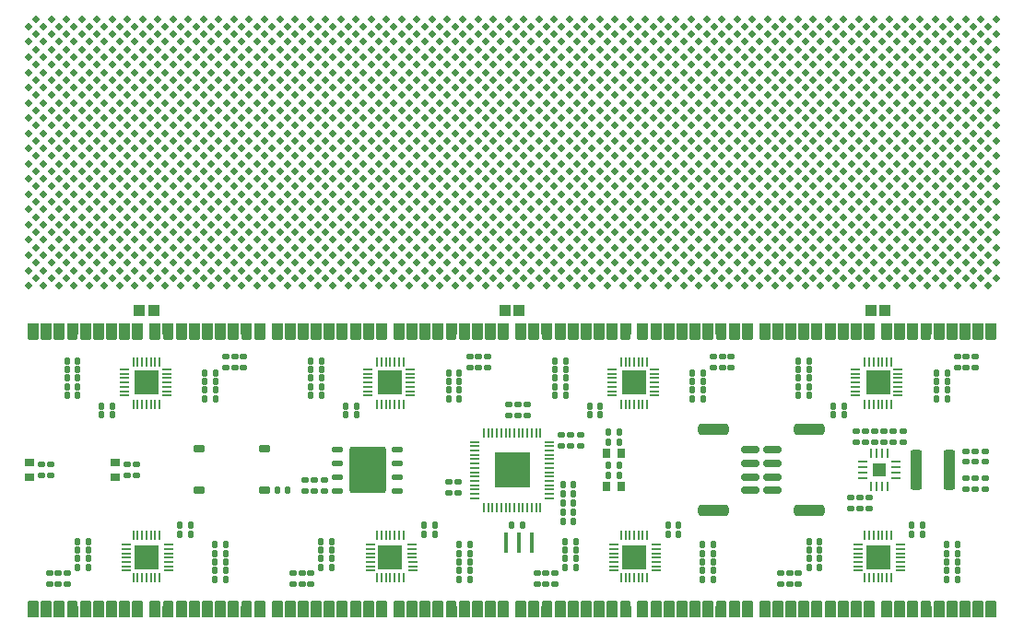
<source format=gts>
G04 #@! TF.GenerationSoftware,KiCad,Pcbnew,(6.0.2-0)*
G04 #@! TF.CreationDate,2022-08-25T13:36:14+02:00*
G04 #@! TF.ProjectId,nixie,6e697869-652e-46b6-9963-61645f706362,rev?*
G04 #@! TF.SameCoordinates,Original*
G04 #@! TF.FileFunction,Soldermask,Top*
G04 #@! TF.FilePolarity,Negative*
%FSLAX46Y46*%
G04 Gerber Fmt 4.6, Leading zero omitted, Abs format (unit mm)*
G04 Created by KiCad (PCBNEW (6.0.2-0)) date 2022-08-25 13:36:14*
%MOMM*%
%LPD*%
G01*
G04 APERTURE LIST*
G04 Aperture macros list*
%AMRoundRect*
0 Rectangle with rounded corners*
0 $1 Rounding radius*
0 $2 $3 $4 $5 $6 $7 $8 $9 X,Y pos of 4 corners*
0 Add a 4 corners polygon primitive as box body*
4,1,4,$2,$3,$4,$5,$6,$7,$8,$9,$2,$3,0*
0 Add four circle primitives for the rounded corners*
1,1,$1+$1,$2,$3*
1,1,$1+$1,$4,$5*
1,1,$1+$1,$6,$7*
1,1,$1+$1,$8,$9*
0 Add four rect primitives between the rounded corners*
20,1,$1+$1,$2,$3,$4,$5,0*
20,1,$1+$1,$4,$5,$6,$7,0*
20,1,$1+$1,$6,$7,$8,$9,0*
20,1,$1+$1,$8,$9,$2,$3,0*%
%AMRotRect*
0 Rectangle, with rotation*
0 The origin of the aperture is its center*
0 $1 length*
0 $2 width*
0 $3 Rotation angle, in degrees counterclockwise*
0 Add horizontal line*
21,1,$1,$2,0,0,$3*%
%AMOutline5P*
0 Free polygon, 5 corners , with rotation*
0 The origin of the aperture is its center*
0 number of corners: always 5*
0 $1 to $10 corner X, Y*
0 $11 Rotation angle, in degrees counterclockwise*
0 create outline with 5 corners*
4,1,5,$1,$2,$3,$4,$5,$6,$7,$8,$9,$10,$1,$2,$11*%
%AMOutline6P*
0 Free polygon, 6 corners , with rotation*
0 The origin of the aperture is its center*
0 number of corners: always 6*
0 $1 to $12 corner X, Y*
0 $13 Rotation angle, in degrees counterclockwise*
0 create outline with 6 corners*
4,1,6,$1,$2,$3,$4,$5,$6,$7,$8,$9,$10,$11,$12,$1,$2,$13*%
%AMOutline7P*
0 Free polygon, 7 corners , with rotation*
0 The origin of the aperture is its center*
0 number of corners: always 7*
0 $1 to $14 corner X, Y*
0 $15 Rotation angle, in degrees counterclockwise*
0 create outline with 7 corners*
4,1,7,$1,$2,$3,$4,$5,$6,$7,$8,$9,$10,$11,$12,$13,$14,$1,$2,$15*%
%AMOutline8P*
0 Free polygon, 8 corners , with rotation*
0 The origin of the aperture is its center*
0 number of corners: always 8*
0 $1 to $16 corner X, Y*
0 $17 Rotation angle, in degrees counterclockwise*
0 create outline with 8 corners*
4,1,8,$1,$2,$3,$4,$5,$6,$7,$8,$9,$10,$11,$12,$13,$14,$15,$16,$1,$2,$17*%
G04 Aperture macros list end*
%ADD10R,1.000000X1.000000*%
%ADD11RotRect,0.500000X0.500000X225.000000*%
%ADD12RotRect,0.500000X0.500000X45.000000*%
%ADD13RoundRect,0.125000X0.125000X0.175000X-0.125000X0.175000X-0.125000X-0.175000X0.125000X-0.175000X0*%
%ADD14RoundRect,0.125000X-0.175000X0.125000X-0.175000X-0.125000X0.175000X-0.125000X0.175000X0.125000X0*%
%ADD15Outline5P,-0.250000X0.150000X-0.150000X0.250000X0.250000X0.250000X0.250000X-0.250000X-0.250000X-0.250000X270.000000*%
%ADD16Outline5P,-0.250000X0.150000X-0.150000X0.250000X0.250000X0.250000X0.250000X-0.250000X-0.250000X-0.250000X0.000000*%
%ADD17Outline5P,-0.250000X0.150000X-0.150000X0.250000X0.250000X0.250000X0.250000X-0.250000X-0.250000X-0.250000X90.000000*%
%ADD18Outline5P,-0.250000X0.150000X-0.150000X0.250000X0.250000X0.250000X0.250000X-0.250000X-0.250000X-0.250000X180.000000*%
%ADD19RoundRect,0.055000X-0.055000X0.357500X-0.055000X-0.357500X0.055000X-0.357500X0.055000X0.357500X0*%
%ADD20RoundRect,0.055000X-0.357500X-0.055000X0.357500X-0.055000X0.357500X0.055000X-0.357500X0.055000X0*%
%ADD21RoundRect,0.055000X-0.357500X0.055000X-0.357500X-0.055000X0.357500X-0.055000X0.357500X0.055000X0*%
%ADD22RoundRect,0.055000X-0.055000X-0.357500X0.055000X-0.357500X0.055000X0.357500X-0.055000X0.357500X0*%
%ADD23R,2.300000X2.300000*%
%ADD24RoundRect,0.125000X-0.125000X-0.175000X0.125000X-0.175000X0.125000X0.175000X-0.125000X0.175000X0*%
%ADD25RoundRect,0.187500X-0.187500X-0.262500X0.187500X-0.262500X0.187500X0.262500X-0.187500X0.262500X0*%
%ADD26RoundRect,0.125000X0.175000X-0.125000X0.175000X0.125000X-0.175000X0.125000X-0.175000X-0.125000X0*%
%ADD27RoundRect,0.187500X0.262500X-0.187500X0.262500X0.187500X-0.262500X0.187500X-0.262500X-0.187500X0*%
%ADD28RoundRect,0.125000X0.375000X0.125000X-0.375000X0.125000X-0.375000X-0.125000X0.375000X-0.125000X0*%
%ADD29RoundRect,0.340000X1.360000X1.810000X-1.360000X1.810000X-1.360000X-1.810000X1.360000X-1.810000X0*%
%ADD30RoundRect,0.150000X-0.700000X0.150000X-0.700000X-0.150000X0.700000X-0.150000X0.700000X0.150000X0*%
%ADD31RoundRect,0.250000X-1.150000X0.250000X-1.150000X-0.250000X1.150000X-0.250000X1.150000X0.250000X0*%
%ADD32RoundRect,0.055000X0.055000X-0.357500X0.055000X0.357500X-0.055000X0.357500X-0.055000X-0.357500X0*%
%ADD33RoundRect,0.055000X0.357500X0.055000X-0.357500X0.055000X-0.357500X-0.055000X0.357500X-0.055000X0*%
%ADD34RoundRect,0.055000X0.357500X-0.055000X0.357500X0.055000X-0.357500X0.055000X-0.357500X-0.055000X0*%
%ADD35RoundRect,0.055000X0.055000X0.357500X-0.055000X0.357500X-0.055000X-0.357500X0.055000X-0.357500X0*%
%ADD36RoundRect,0.275000X-0.275000X-1.575000X0.275000X-1.575000X0.275000X1.575000X-0.275000X1.575000X0*%
%ADD37RoundRect,0.062500X0.350000X0.062500X-0.350000X0.062500X-0.350000X-0.062500X0.350000X-0.062500X0*%
%ADD38RoundRect,0.062500X0.062500X0.350000X-0.062500X0.350000X-0.062500X-0.350000X0.062500X-0.350000X0*%
%ADD39R,1.200000X1.200000*%
%ADD40RoundRect,0.150000X0.700000X-0.150000X0.700000X0.150000X-0.700000X0.150000X-0.700000X-0.150000X0*%
%ADD41RoundRect,0.250000X1.150000X-0.250000X1.150000X0.250000X-1.150000X0.250000X-1.150000X-0.250000X0*%
%ADD42RoundRect,0.150000X-0.350000X-0.225000X0.350000X-0.225000X0.350000X0.225000X-0.350000X0.225000X0*%
%ADD43RoundRect,0.050000X-0.387500X-0.050000X0.387500X-0.050000X0.387500X0.050000X-0.387500X0.050000X0*%
%ADD44RoundRect,0.050000X-0.050000X-0.387500X0.050000X-0.387500X0.050000X0.387500X-0.050000X0.387500X0*%
%ADD45R,3.200000X3.200000*%
%ADD46RoundRect,0.100000X0.100000X-0.850000X0.100000X0.850000X-0.100000X0.850000X-0.100000X-0.850000X0*%
G04 APERTURE END LIST*
D10*
G04 #@! TO.C,*
X26750000Y-41900000D03*
G04 #@! TD*
G04 #@! TO.C,*
X25450000Y-41900000D03*
G04 #@! TD*
G04 #@! TO.C,*
X60350000Y-41900000D03*
G04 #@! TD*
G04 #@! TO.C,*
X59050000Y-41900000D03*
G04 #@! TD*
G04 #@! TO.C,*
X93950000Y-41900000D03*
G04 #@! TD*
G04 #@! TO.C,*
X92650000Y-41900000D03*
G04 #@! TD*
D11*
G04 #@! TO.C,D323*
X38353553Y-17946447D03*
X37646447Y-18653553D03*
G04 #@! TD*
G04 #@! TO.C,D992*
X101353553Y-24946447D03*
X100646447Y-25653553D03*
G04 #@! TD*
D12*
G04 #@! TO.C,D206*
X20846447Y-35453553D03*
X21553553Y-34746447D03*
G04 #@! TD*
G04 #@! TO.C,D1138*
X82446447Y-29853553D03*
X83153553Y-29146447D03*
G04 #@! TD*
D13*
G04 #@! TO.C,R11*
X69550000Y-54050000D03*
X68550000Y-54050000D03*
G04 #@! TD*
D11*
G04 #@! TO.C,D671*
X77553553Y-22146447D03*
X76846447Y-22853553D03*
G04 #@! TD*
D14*
G04 #@! TO.C,C35*
X41200000Y-66050000D03*
X41200000Y-67050000D03*
G04 #@! TD*
D12*
G04 #@! TO.C,D809*
X72646447Y-32653553D03*
X73353553Y-31946447D03*
G04 #@! TD*
G04 #@! TO.C,D1153*
X83846447Y-28453553D03*
X84553553Y-27746447D03*
G04 #@! TD*
D11*
G04 #@! TO.C,D589*
X74753553Y-15146447D03*
X74046447Y-15853553D03*
G04 #@! TD*
D15*
G04 #@! TO.C,CH124*
X101550000Y-68850000D03*
D10*
X101300000Y-69600000D03*
D16*
X101050000Y-68850000D03*
G04 #@! TD*
D11*
G04 #@! TO.C,D342*
X42553553Y-19346447D03*
X41846447Y-20053553D03*
G04 #@! TD*
G04 #@! TO.C,D37*
X18753553Y-17946447D03*
X18046447Y-18653553D03*
G04 #@! TD*
D12*
G04 #@! TO.C,D1066*
X93646447Y-35453553D03*
X94353553Y-34746447D03*
G04 #@! TD*
D11*
G04 #@! TO.C,D678*
X64953553Y-23546447D03*
X64246447Y-24253553D03*
G04 #@! TD*
G04 #@! TO.C,D872*
X90153553Y-15146447D03*
X89446447Y-15853553D03*
G04 #@! TD*
D12*
G04 #@! TO.C,D852*
X79646447Y-28453553D03*
X80353553Y-27746447D03*
G04 #@! TD*
D11*
G04 #@! TO.C,D333*
X52353553Y-17946447D03*
X51646447Y-18653553D03*
G04 #@! TD*
D12*
G04 #@! TO.C,D812*
X68446447Y-32653553D03*
X69153553Y-31946447D03*
G04 #@! TD*
D11*
G04 #@! TO.C,D316*
X50953553Y-16546447D03*
X50246447Y-17253553D03*
G04 #@! TD*
G04 #@! TO.C,D98*
X36953553Y-22146447D03*
X36246447Y-22853553D03*
G04 #@! TD*
D12*
G04 #@! TO.C,D450*
X37646447Y-39653553D03*
X38353553Y-38946447D03*
G04 #@! TD*
D11*
G04 #@! TO.C,D96*
X34153553Y-22146447D03*
X33446447Y-22853553D03*
G04 #@! TD*
G04 #@! TO.C,D890*
X92953553Y-16546447D03*
X92246447Y-17253553D03*
G04 #@! TD*
G04 #@! TO.C,D621*
X74753553Y-17946447D03*
X74046447Y-18653553D03*
G04 #@! TD*
G04 #@! TO.C,D908*
X95753553Y-17946447D03*
X95046447Y-18653553D03*
G04 #@! TD*
D16*
G04 #@! TO.C,CH52*
X56250000Y-68850000D03*
D15*
X56750000Y-68850000D03*
D10*
X56500000Y-69600000D03*
G04 #@! TD*
D12*
G04 #@! TO.C,D1037*
X89446447Y-38253553D03*
X90153553Y-37546447D03*
G04 #@! TD*
D11*
G04 #@! TO.C,D606*
X76153553Y-16546447D03*
X75446447Y-17253553D03*
G04 #@! TD*
D17*
G04 #@! TO.C,CH27*
X26650000Y-44350000D03*
D18*
X27150000Y-44350000D03*
D10*
X26900000Y-43600000D03*
G04 #@! TD*
D12*
G04 #@! TO.C,D436*
X57246447Y-39653553D03*
X57953553Y-38946447D03*
G04 #@! TD*
D11*
G04 #@! TO.C,D137*
X24353553Y-26346447D03*
X23646447Y-27053553D03*
G04 #@! TD*
G04 #@! TO.C,D43*
X27153553Y-17946447D03*
X26446447Y-18653553D03*
G04 #@! TD*
D19*
G04 #@! TO.C,U7*
X49700000Y-46700000D03*
X49300000Y-46700000D03*
X48900000Y-46700000D03*
X48500000Y-46700000D03*
X48100000Y-46700000D03*
X47700000Y-46700000D03*
X47300000Y-46700000D03*
D20*
X46450000Y-47350000D03*
X46450000Y-47750000D03*
X46450000Y-48150000D03*
D21*
X46462500Y-48550000D03*
X46462500Y-48950000D03*
X46462500Y-49350000D03*
X46462500Y-49750000D03*
D22*
X47300000Y-50600000D03*
X47700000Y-50600000D03*
X48100000Y-50600000D03*
X48500000Y-50600000D03*
X48900000Y-50600000D03*
X49300000Y-50600000D03*
D19*
X49700000Y-50600000D03*
D20*
X50350000Y-49750000D03*
X50350000Y-49350000D03*
X50350000Y-48950000D03*
X50350000Y-48550000D03*
X50350000Y-48150000D03*
X50350000Y-47750000D03*
X50350000Y-47350000D03*
D23*
X48500000Y-48550000D03*
G04 #@! TD*
D12*
G04 #@! TO.C,D1036*
X90846447Y-38253553D03*
X91553553Y-37546447D03*
G04 #@! TD*
G04 #@! TO.C,D725*
X78246447Y-39653553D03*
X78953553Y-38946447D03*
G04 #@! TD*
D11*
G04 #@! TO.C,D423*
X43953553Y-26346447D03*
X43246447Y-27053553D03*
G04 #@! TD*
G04 #@! TO.C,D139*
X27153553Y-26346447D03*
X26446447Y-27053553D03*
G04 #@! TD*
D12*
G04 #@! TO.C,D191*
X19446447Y-36853553D03*
X20153553Y-36146447D03*
G04 #@! TD*
D11*
G04 #@! TO.C,D661*
X63553553Y-22146447D03*
X62846447Y-22853553D03*
G04 #@! TD*
D10*
G04 #@! TO.C,CH83*
X72900000Y-69600000D03*
D16*
X72650000Y-68850000D03*
D15*
X73150000Y-68850000D03*
G04 #@! TD*
G04 #@! TO.C,CH77*
X65550000Y-68850000D03*
D16*
X65050000Y-68850000D03*
D10*
X65300000Y-69600000D03*
G04 #@! TD*
D11*
G04 #@! TO.C,D74*
X25753553Y-20746447D03*
X25046447Y-21453553D03*
G04 #@! TD*
G04 #@! TO.C,D351*
X55153553Y-19346447D03*
X54446447Y-20053553D03*
G04 #@! TD*
D12*
G04 #@! TO.C,D189*
X22246447Y-36853553D03*
X22953553Y-36146447D03*
G04 #@! TD*
D24*
G04 #@! TO.C,R47*
X41200000Y-48950000D03*
X42200000Y-48950000D03*
G04 #@! TD*
D11*
G04 #@! TO.C,D968*
X90153553Y-23546447D03*
X89446447Y-24253553D03*
G04 #@! TD*
D12*
G04 #@! TO.C,D163*
X36246447Y-38253553D03*
X36953553Y-37546447D03*
G04 #@! TD*
D11*
G04 #@! TO.C,D962*
X104153553Y-22146447D03*
X103446447Y-22853553D03*
G04 #@! TD*
D12*
G04 #@! TO.C,D512*
X40446447Y-34053553D03*
X41153553Y-33346447D03*
G04 #@! TD*
G04 #@! TO.C,D519*
X53046447Y-32653553D03*
X53753553Y-31946447D03*
G04 #@! TD*
D11*
G04 #@! TO.C,D366*
X53753553Y-20746447D03*
X53046447Y-21453553D03*
G04 #@! TD*
D12*
G04 #@! TO.C,D518*
X54446447Y-32653553D03*
X55153553Y-31946447D03*
G04 #@! TD*
D11*
G04 #@! TO.C,D584*
X67753553Y-15146447D03*
X67046447Y-15853553D03*
G04 #@! TD*
D12*
G04 #@! TO.C,D467*
X58646447Y-36853553D03*
X59353553Y-36146447D03*
G04 #@! TD*
D11*
G04 #@! TO.C,D420*
X39753553Y-26346447D03*
X39046447Y-27053553D03*
G04 #@! TD*
D12*
G04 #@! TO.C,D447*
X41846447Y-39653553D03*
X42553553Y-38946447D03*
G04 #@! TD*
D16*
G04 #@! TO.C,CH75*
X62650000Y-68850000D03*
D15*
X63150000Y-68850000D03*
D10*
X62900000Y-69600000D03*
G04 #@! TD*
D11*
G04 #@! TO.C,D410*
X48153553Y-24946447D03*
X47446447Y-25653553D03*
G04 #@! TD*
G04 #@! TO.C,D412*
X50953553Y-24946447D03*
X50246447Y-25653553D03*
G04 #@! TD*
D12*
G04 #@! TO.C,D1102*
X88046447Y-32653553D03*
X88753553Y-31946447D03*
G04 #@! TD*
D11*
G04 #@! TO.C,D889*
X91553553Y-16546447D03*
X90846447Y-17253553D03*
G04 #@! TD*
G04 #@! TO.C,D876*
X95753553Y-15146447D03*
X95046447Y-15853553D03*
G04 #@! TD*
G04 #@! TO.C,D642*
X81753553Y-19346447D03*
X81046447Y-20053553D03*
G04 #@! TD*
D18*
G04 #@! TO.C,CH62*
X50750000Y-44350000D03*
D10*
X50500000Y-43600000D03*
D17*
X50250000Y-44350000D03*
G04 #@! TD*
D12*
G04 #@! TO.C,D742*
X76846447Y-38253553D03*
X77553553Y-37546447D03*
G04 #@! TD*
D11*
G04 #@! TO.C,D675*
X60753553Y-23546447D03*
X60046447Y-24253553D03*
G04 #@! TD*
D16*
G04 #@! TO.C,CH117*
X92250000Y-68850000D03*
D10*
X92500000Y-69600000D03*
D15*
X92750000Y-68850000D03*
G04 #@! TD*
D11*
G04 #@! TO.C,D71*
X21553553Y-20746447D03*
X20846447Y-21453553D03*
G04 #@! TD*
G04 #@! TO.C,D634*
X70553553Y-19346447D03*
X69846447Y-20053553D03*
G04 #@! TD*
G04 #@! TO.C,D67*
X15953553Y-20746447D03*
X15246447Y-21453553D03*
G04 #@! TD*
G04 #@! TO.C,D26*
X25753553Y-16546447D03*
X25046447Y-17253553D03*
G04 #@! TD*
D16*
G04 #@! TO.C,CH118*
X93850000Y-68850000D03*
D10*
X94100000Y-69600000D03*
D15*
X94350000Y-68850000D03*
G04 #@! TD*
D12*
G04 #@! TO.C,D462*
X43246447Y-38253553D03*
X43953553Y-37546447D03*
G04 #@! TD*
D24*
G04 #@! TO.C,R54*
X41200000Y-49750000D03*
X42200000Y-49750000D03*
G04 #@! TD*
D12*
G04 #@! TO.C,D457*
X50246447Y-38253553D03*
X50953553Y-37546447D03*
G04 #@! TD*
G04 #@! TO.C,D559*
X41846447Y-29853553D03*
X42553553Y-29146447D03*
G04 #@! TD*
G04 #@! TO.C,D482*
X37646447Y-36853553D03*
X38353553Y-36146447D03*
G04 #@! TD*
D11*
G04 #@! TO.C,D912*
X101353553Y-17946447D03*
X100646447Y-18653553D03*
G04 #@! TD*
D12*
G04 #@! TO.C,D241*
X16646447Y-32653553D03*
X17353553Y-31946447D03*
G04 #@! TD*
D24*
G04 #@! TO.C,R22*
X19750000Y-64750000D03*
X20750000Y-64750000D03*
G04 #@! TD*
D12*
G04 #@! TO.C,D198*
X32046447Y-35453553D03*
X32753553Y-34746447D03*
G04 #@! TD*
D24*
G04 #@! TO.C,R33*
X18800000Y-47350000D03*
X19800000Y-47350000D03*
G04 #@! TD*
D10*
G04 #@! TO.C,CH11*
X28100000Y-69600000D03*
D15*
X28350000Y-68850000D03*
D16*
X27850000Y-68850000D03*
G04 #@! TD*
D12*
G04 #@! TO.C,D752*
X62846447Y-38253553D03*
X63553553Y-37546447D03*
G04 #@! TD*
D11*
G04 #@! TO.C,D99*
X15953553Y-23546447D03*
X15246447Y-24253553D03*
G04 #@! TD*
D12*
G04 #@! TO.C,D491*
X47446447Y-35453553D03*
X48153553Y-34746447D03*
G04 #@! TD*
G04 #@! TO.C,D444*
X46046447Y-39653553D03*
X46753553Y-38946447D03*
G04 #@! TD*
D17*
G04 #@! TO.C,CH36*
X15450000Y-44350000D03*
D10*
X15700000Y-43600000D03*
D18*
X15950000Y-44350000D03*
G04 #@! TD*
D10*
G04 #@! TO.C,CH54*
X58900000Y-69600000D03*
D16*
X58650000Y-68850000D03*
D15*
X59150000Y-68850000D03*
G04 #@! TD*
D11*
G04 #@! TO.C,D302*
X53753553Y-15146447D03*
X53046447Y-15853553D03*
G04 #@! TD*
G04 #@! TO.C,D963*
X83153553Y-23546447D03*
X82446447Y-24253553D03*
G04 #@! TD*
D12*
G04 #@! TO.C,D150*
X32046447Y-39653553D03*
X32753553Y-38946447D03*
G04 #@! TD*
D11*
G04 #@! TO.C,D896*
X101353553Y-16546447D03*
X100646447Y-17253553D03*
G04 #@! TD*
D25*
G04 #@! TO.C,D1*
X68350000Y-58100000D03*
X69750000Y-58100000D03*
G04 #@! TD*
D11*
G04 #@! TO.C,D48*
X34153553Y-17946447D03*
X33446447Y-18653553D03*
G04 #@! TD*
D12*
G04 #@! TO.C,D245*
X33446447Y-31253553D03*
X34153553Y-30546447D03*
G04 #@! TD*
D10*
G04 #@! TO.C,CH84*
X74100000Y-69600000D03*
D15*
X74350000Y-68850000D03*
D16*
X73850000Y-68850000D03*
G04 #@! TD*
D13*
G04 #@! TO.C,R18*
X33400000Y-65050000D03*
X32400000Y-65050000D03*
G04 #@! TD*
D11*
G04 #@! TO.C,D414*
X53753553Y-24946447D03*
X53046447Y-25653553D03*
G04 #@! TD*
G04 #@! TO.C,D1003*
X94353553Y-26346447D03*
X93646447Y-27053553D03*
G04 #@! TD*
D12*
G04 #@! TO.C,D784*
X62846447Y-35453553D03*
X63553553Y-34746447D03*
G04 #@! TD*
D13*
G04 #@! TO.C,R52*
X54850000Y-48450000D03*
X53850000Y-48450000D03*
G04 #@! TD*
D15*
G04 #@! TO.C,CH87*
X77950000Y-68850000D03*
D10*
X77700000Y-69600000D03*
D16*
X77450000Y-68850000D03*
G04 #@! TD*
D12*
G04 #@! TO.C,D1055*
X86646447Y-36853553D03*
X87353553Y-36146447D03*
G04 #@! TD*
G04 #@! TO.C,D1106*
X82446447Y-32653553D03*
X83153553Y-31946447D03*
G04 #@! TD*
G04 #@! TO.C,D723*
X81046447Y-39653553D03*
X81753553Y-38946447D03*
G04 #@! TD*
G04 #@! TO.C,D1024*
X85246447Y-39653553D03*
X85953553Y-38946447D03*
G04 #@! TD*
D11*
G04 #@! TO.C,D82*
X36953553Y-20746447D03*
X36246447Y-21453553D03*
G04 #@! TD*
G04 #@! TO.C,D948*
X84553553Y-22146447D03*
X83846447Y-22853553D03*
G04 #@! TD*
G04 #@! TO.C,D922*
X92953553Y-19346447D03*
X92246447Y-20053553D03*
G04 #@! TD*
D12*
G04 #@! TO.C,D1073*
X83846447Y-35453553D03*
X84553553Y-34746447D03*
G04 #@! TD*
D11*
G04 #@! TO.C,D627*
X60753553Y-19346447D03*
X60046447Y-20053553D03*
G04 #@! TD*
D12*
G04 #@! TO.C,D1149*
X89446447Y-28453553D03*
X90153553Y-27746447D03*
G04 #@! TD*
G04 #@! TO.C,D556*
X46046447Y-29853553D03*
X46753553Y-29146447D03*
G04 #@! TD*
D11*
G04 #@! TO.C,D888*
X90153553Y-16546447D03*
X89446447Y-17253553D03*
G04 #@! TD*
D12*
G04 #@! TO.C,D226*
X15246447Y-34053553D03*
X15953553Y-33346447D03*
G04 #@! TD*
G04 #@! TO.C,D818*
X60046447Y-32653553D03*
X60753553Y-31946447D03*
G04 #@! TD*
D19*
G04 #@! TO.C,U9*
X72100000Y-46700000D03*
X71700000Y-46700000D03*
X71300000Y-46700000D03*
X70900000Y-46700000D03*
X70500000Y-46700000D03*
X70100000Y-46700000D03*
X69700000Y-46700000D03*
D20*
X68850000Y-47350000D03*
X68850000Y-47750000D03*
X68850000Y-48150000D03*
D21*
X68862500Y-48550000D03*
X68862500Y-48950000D03*
X68862500Y-49350000D03*
X68862500Y-49750000D03*
D22*
X69700000Y-50600000D03*
X70100000Y-50600000D03*
X70500000Y-50600000D03*
X70900000Y-50600000D03*
X71300000Y-50600000D03*
X71700000Y-50600000D03*
D19*
X72100000Y-50600000D03*
D20*
X72750000Y-49750000D03*
X72750000Y-49350000D03*
X72750000Y-48950000D03*
X72750000Y-48550000D03*
X72750000Y-48150000D03*
X72750000Y-47750000D03*
X72750000Y-47350000D03*
D23*
X70900000Y-48550000D03*
G04 #@! TD*
D12*
G04 #@! TO.C,D488*
X51646447Y-35453553D03*
X52353553Y-34746447D03*
G04 #@! TD*
G04 #@! TO.C,D728*
X74046447Y-39653553D03*
X74753553Y-38946447D03*
G04 #@! TD*
G04 #@! TO.C,D1028*
X102046447Y-38253553D03*
X102753553Y-37546447D03*
G04 #@! TD*
G04 #@! TO.C,D746*
X71246447Y-38253553D03*
X71953553Y-37546447D03*
G04 #@! TD*
D11*
G04 #@! TO.C,D125*
X29953553Y-24946447D03*
X29246447Y-25653553D03*
G04 #@! TD*
G04 #@! TO.C,D925*
X97153553Y-19346447D03*
X96446447Y-20053553D03*
G04 #@! TD*
D14*
G04 #@! TO.C,C52*
X84400000Y-66050000D03*
X84400000Y-67050000D03*
G04 #@! TD*
D12*
G04 #@! TO.C,D242*
X15246447Y-32653553D03*
X15953553Y-31946447D03*
G04 #@! TD*
D17*
G04 #@! TO.C,CH107*
X61450000Y-44350000D03*
D10*
X61700000Y-43600000D03*
D18*
X61950000Y-44350000D03*
G04 #@! TD*
D11*
G04 #@! TO.C,D378*
X48153553Y-22146447D03*
X47446447Y-22853553D03*
G04 #@! TD*
D12*
G04 #@! TO.C,D153*
X27846447Y-39653553D03*
X28553553Y-38946447D03*
G04 #@! TD*
D11*
G04 #@! TO.C,D718*
X76153553Y-26346447D03*
X75446447Y-27053553D03*
G04 #@! TD*
G04 #@! TO.C,D996*
X84553553Y-26346447D03*
X83846447Y-27053553D03*
G04 #@! TD*
D12*
G04 #@! TO.C,D194*
X15246447Y-36853553D03*
X15953553Y-36146447D03*
G04 #@! TD*
G04 #@! TO.C,D1076*
X102046447Y-34053553D03*
X102753553Y-33346447D03*
G04 #@! TD*
D10*
G04 #@! TO.C,CH40*
X41700000Y-69600000D03*
D15*
X41950000Y-68850000D03*
D16*
X41450000Y-68850000D03*
G04 #@! TD*
D11*
G04 #@! TO.C,D999*
X88753553Y-26346447D03*
X88046447Y-27053553D03*
G04 #@! TD*
G04 #@! TO.C,D614*
X64953553Y-17946447D03*
X64246447Y-18653553D03*
G04 #@! TD*
D12*
G04 #@! TO.C,D174*
X20846447Y-38253553D03*
X21553553Y-37546447D03*
G04 #@! TD*
D16*
G04 #@! TO.C,CH81*
X69850000Y-68850000D03*
D10*
X70100000Y-69600000D03*
D15*
X70350000Y-68850000D03*
G04 #@! TD*
D18*
G04 #@! TO.C,CH132*
X97950000Y-44350000D03*
D17*
X97450000Y-44350000D03*
D10*
X97700000Y-43600000D03*
G04 #@! TD*
G04 #@! TO.C,CH122*
X98900000Y-69600000D03*
D15*
X99150000Y-68850000D03*
D16*
X98650000Y-68850000D03*
G04 #@! TD*
D13*
G04 #@! TO.C,R72*
X77250000Y-48450000D03*
X76250000Y-48450000D03*
G04 #@! TD*
D10*
G04 #@! TO.C,CH37*
X38100000Y-69600000D03*
D15*
X38350000Y-68850000D03*
D16*
X37850000Y-68850000D03*
G04 #@! TD*
D11*
G04 #@! TO.C,D95*
X32753553Y-22146447D03*
X32046447Y-22853553D03*
G04 #@! TD*
G04 #@! TO.C,D910*
X98553553Y-17946447D03*
X97846447Y-18653553D03*
G04 #@! TD*
G04 #@! TO.C,D427*
X49553553Y-26346447D03*
X48846447Y-27053553D03*
G04 #@! TD*
D12*
G04 #@! TO.C,D1022*
X88046447Y-39653553D03*
X88753553Y-38946447D03*
G04 #@! TD*
G04 #@! TO.C,D529*
X39046447Y-32653553D03*
X39753553Y-31946447D03*
G04 #@! TD*
G04 #@! TO.C,D562*
X37646447Y-29853553D03*
X38353553Y-29146447D03*
G04 #@! TD*
D26*
G04 #@! TO.C,C39*
X56600000Y-47150000D03*
X56600000Y-46150000D03*
G04 #@! TD*
D11*
G04 #@! TO.C,D592*
X78953553Y-15146447D03*
X78246447Y-15853553D03*
G04 #@! TD*
D12*
G04 #@! TO.C,D855*
X75446447Y-28453553D03*
X76153553Y-27746447D03*
G04 #@! TD*
D11*
G04 #@! TO.C,D657*
X80353553Y-20746447D03*
X79646447Y-21453553D03*
G04 #@! TD*
D12*
G04 #@! TO.C,D202*
X26446447Y-35453553D03*
X27153553Y-34746447D03*
G04 #@! TD*
D11*
G04 #@! TO.C,D320*
X56553553Y-16546447D03*
X55846447Y-17253553D03*
G04 #@! TD*
D18*
G04 #@! TO.C,CH28*
X25550000Y-44350000D03*
D10*
X25300000Y-43600000D03*
D17*
X25050000Y-44350000D03*
G04 #@! TD*
D11*
G04 #@! TO.C,D594*
X81753553Y-15146447D03*
X81046447Y-15853553D03*
G04 #@! TD*
D12*
G04 #@! TO.C,D766*
X65646447Y-36853553D03*
X66353553Y-36146447D03*
G04 #@! TD*
G04 #@! TO.C,D442*
X48846447Y-39653553D03*
X49553553Y-38946447D03*
G04 #@! TD*
D24*
G04 #@! TO.C,R34*
X18800000Y-49750000D03*
X19800000Y-49750000D03*
G04 #@! TD*
D12*
G04 #@! TO.C,D266*
X26446447Y-29853553D03*
X27153553Y-29146447D03*
G04 #@! TD*
D11*
G04 #@! TO.C,D580*
X62153553Y-15146447D03*
X61446447Y-15853553D03*
G04 #@! TD*
D14*
G04 #@! TO.C,C50*
X85200000Y-66050000D03*
X85200000Y-67050000D03*
G04 #@! TD*
D16*
G04 #@! TO.C,CH48*
X51450000Y-68850000D03*
D15*
X51950000Y-68850000D03*
D10*
X51700000Y-69600000D03*
G04 #@! TD*
D11*
G04 #@! TO.C,D617*
X69153553Y-17946447D03*
X68446447Y-18653553D03*
G04 #@! TD*
D12*
G04 #@! TO.C,D1051*
X92246447Y-36853553D03*
X92953553Y-36146447D03*
G04 #@! TD*
D11*
G04 #@! TO.C,D108*
X28553553Y-23546447D03*
X27846447Y-24253553D03*
G04 #@! TD*
G04 #@! TO.C,D141*
X29953553Y-26346447D03*
X29246447Y-27053553D03*
G04 #@! TD*
D12*
G04 #@! TO.C,D229*
X33446447Y-32653553D03*
X34153553Y-31946447D03*
G04 #@! TD*
D11*
G04 #@! TO.C,D111*
X32753553Y-23546447D03*
X32046447Y-24253553D03*
G04 #@! TD*
D12*
G04 #@! TO.C,D767*
X64246447Y-36853553D03*
X64953553Y-36146447D03*
G04 #@! TD*
D11*
G04 #@! TO.C,D624*
X78953553Y-17946447D03*
X78246447Y-18653553D03*
G04 #@! TD*
G04 #@! TO.C,D142*
X31353553Y-26346447D03*
X30646447Y-27053553D03*
G04 #@! TD*
D12*
G04 #@! TO.C,D272*
X18046447Y-29853553D03*
X18753553Y-29146447D03*
G04 #@! TD*
D13*
G04 #@! TO.C,R91*
X99650000Y-50050000D03*
X98650000Y-50050000D03*
G04 #@! TD*
D11*
G04 #@! TO.C,D873*
X91553553Y-15146447D03*
X90846447Y-15853553D03*
G04 #@! TD*
D12*
G04 #@! TO.C,D748*
X68446447Y-38253553D03*
X69153553Y-37546447D03*
G04 #@! TD*
G04 #@! TO.C,D1075*
X103446447Y-34053553D03*
X104153553Y-33346447D03*
G04 #@! TD*
G04 #@! TO.C,D829*
X67046447Y-31253553D03*
X67753553Y-30546447D03*
G04 #@! TD*
G04 #@! TO.C,D446*
X43246447Y-39653553D03*
X43953553Y-38946447D03*
G04 #@! TD*
G04 #@! TO.C,D565*
X55846447Y-28453553D03*
X56553553Y-27746447D03*
G04 #@! TD*
G04 #@! TO.C,D466*
X37646447Y-38253553D03*
X38353553Y-37546447D03*
G04 #@! TD*
G04 #@! TO.C,D1152*
X85246447Y-28453553D03*
X85953553Y-27746447D03*
G04 #@! TD*
G04 #@! TO.C,D500*
X57246447Y-34053553D03*
X57953553Y-33346447D03*
G04 #@! TD*
D11*
G04 #@! TO.C,D30*
X31353553Y-16546447D03*
X30646447Y-17253553D03*
G04 #@! TD*
D13*
G04 #@! TO.C,R77*
X100600000Y-64250000D03*
X99600000Y-64250000D03*
G04 #@! TD*
D12*
G04 #@! TO.C,D255*
X19446447Y-31253553D03*
X20153553Y-30546447D03*
G04 #@! TD*
D11*
G04 #@! TO.C,D660*
X62153553Y-22146447D03*
X61446447Y-22853553D03*
G04 #@! TD*
G04 #@! TO.C,D885*
X85953553Y-16546447D03*
X85246447Y-17253553D03*
G04 #@! TD*
D12*
G04 #@! TO.C,D154*
X26446447Y-39653553D03*
X27153553Y-38946447D03*
G04 #@! TD*
D11*
G04 #@! TO.C,D105*
X24353553Y-23546447D03*
X23646447Y-24253553D03*
G04 #@! TD*
D26*
G04 #@! TO.C,C22*
X41550000Y-58500000D03*
X41550000Y-57500000D03*
G04 #@! TD*
D12*
G04 #@! TO.C,D155*
X25046447Y-39653553D03*
X25753553Y-38946447D03*
G04 #@! TD*
G04 #@! TO.C,D1052*
X90846447Y-36853553D03*
X91553553Y-36146447D03*
G04 #@! TD*
D11*
G04 #@! TO.C,D666*
X70553553Y-22146447D03*
X69846447Y-22853553D03*
G04 #@! TD*
G04 #@! TO.C,D679*
X66353553Y-23546447D03*
X65646447Y-24253553D03*
G04 #@! TD*
D17*
G04 #@! TO.C,CH105*
X63850000Y-44350000D03*
D18*
X64350000Y-44350000D03*
D10*
X64100000Y-43600000D03*
G04 #@! TD*
D11*
G04 #@! TO.C,D41*
X24353553Y-17946447D03*
X23646447Y-18653553D03*
G04 #@! TD*
G04 #@! TO.C,D887*
X88753553Y-16546447D03*
X88046447Y-17253553D03*
G04 #@! TD*
D12*
G04 #@! TO.C,D267*
X25046447Y-29853553D03*
X25753553Y-29146447D03*
G04 #@! TD*
G04 #@! TO.C,D806*
X76846447Y-32653553D03*
X77553553Y-31946447D03*
G04 #@! TD*
G04 #@! TO.C,D783*
X64246447Y-35453553D03*
X64953553Y-34746447D03*
G04 #@! TD*
D13*
G04 #@! TO.C,R89*
X99650000Y-47650000D03*
X98650000Y-47650000D03*
G04 #@! TD*
D12*
G04 #@! TO.C,D793*
X72646447Y-34053553D03*
X73353553Y-33346447D03*
G04 #@! TD*
D11*
G04 #@! TO.C,D703*
X77553553Y-24946447D03*
X76846447Y-25653553D03*
G04 #@! TD*
G04 #@! TO.C,D318*
X53753553Y-16546447D03*
X53046447Y-17253553D03*
G04 #@! TD*
D10*
G04 #@! TO.C,CH131*
X98900000Y-43600000D03*
D18*
X99150000Y-44350000D03*
D17*
X98650000Y-44350000D03*
G04 #@! TD*
D11*
G04 #@! TO.C,D15*
X32753553Y-15146447D03*
X32046447Y-15853553D03*
G04 #@! TD*
G04 #@! TO.C,D995*
X83153553Y-26346447D03*
X82446447Y-27053553D03*
G04 #@! TD*
D12*
G04 #@! TO.C,D758*
X76846447Y-36853553D03*
X77553553Y-36146447D03*
G04 #@! TD*
G04 #@! TO.C,D523*
X47446447Y-32653553D03*
X48153553Y-31946447D03*
G04 #@! TD*
G04 #@! TO.C,D280*
X29246447Y-28453553D03*
X29953553Y-27746447D03*
G04 #@! TD*
G04 #@! TO.C,D1140*
X102046447Y-28453553D03*
X102753553Y-27746447D03*
G04 #@! TD*
D13*
G04 #@! TO.C,R8*
X65350000Y-60450000D03*
X64350000Y-60450000D03*
G04 #@! TD*
D12*
G04 #@! TO.C,D244*
X34846447Y-31253553D03*
X35553553Y-30546447D03*
G04 #@! TD*
D11*
G04 #@! TO.C,D319*
X55153553Y-16546447D03*
X54446447Y-17253553D03*
G04 #@! TD*
D12*
G04 #@! TO.C,D1146*
X93646447Y-28453553D03*
X94353553Y-27746447D03*
G04 #@! TD*
G04 #@! TO.C,D178*
X15246447Y-38253553D03*
X15953553Y-37546447D03*
G04 #@! TD*
G04 #@! TO.C,D186*
X26446447Y-36853553D03*
X27153553Y-36146447D03*
G04 #@! TD*
D11*
G04 #@! TO.C,D354*
X59353553Y-19346447D03*
X58646447Y-20053553D03*
G04 #@! TD*
G04 #@! TO.C,D338*
X59353553Y-17946447D03*
X58646447Y-18653553D03*
G04 #@! TD*
D12*
G04 #@! TO.C,D555*
X47446447Y-29853553D03*
X48153553Y-29146447D03*
G04 #@! TD*
G04 #@! TO.C,D485*
X55846447Y-35453553D03*
X56553553Y-34746447D03*
G04 #@! TD*
G04 #@! TO.C,D768*
X62846447Y-36853553D03*
X63553553Y-36146447D03*
G04 #@! TD*
G04 #@! TO.C,D790*
X76846447Y-34053553D03*
X77553553Y-33346447D03*
G04 #@! TD*
D11*
G04 #@! TO.C,D882*
X104153553Y-15146447D03*
X103446447Y-15853553D03*
G04 #@! TD*
G04 #@! TO.C,D314*
X48153553Y-16546447D03*
X47446447Y-17253553D03*
G04 #@! TD*
D12*
G04 #@! TO.C,D508*
X46046447Y-34053553D03*
X46753553Y-33346447D03*
G04 #@! TD*
G04 #@! TO.C,D184*
X29246447Y-36853553D03*
X29953553Y-36146447D03*
G04 #@! TD*
D11*
G04 #@! TO.C,D88*
X22953553Y-22146447D03*
X22246447Y-22853553D03*
G04 #@! TD*
D26*
G04 #@! TO.C,C54*
X101400000Y-47150000D03*
X101400000Y-46150000D03*
G04 #@! TD*
D12*
G04 #@! TO.C,D1016*
X96446447Y-39653553D03*
X97153553Y-38946447D03*
G04 #@! TD*
D11*
G04 #@! TO.C,D600*
X67753553Y-16546447D03*
X67046447Y-17253553D03*
G04 #@! TD*
D12*
G04 #@! TO.C,D786*
X60046447Y-35453553D03*
X60753553Y-34746447D03*
G04 #@! TD*
D11*
G04 #@! TO.C,D607*
X77553553Y-16546447D03*
X76846447Y-17253553D03*
G04 #@! TD*
G04 #@! TO.C,D676*
X62153553Y-23546447D03*
X61446447Y-24253553D03*
G04 #@! TD*
D12*
G04 #@! TO.C,D792*
X74046447Y-34053553D03*
X74753553Y-33346447D03*
G04 #@! TD*
G04 #@! TO.C,D552*
X51646447Y-29853553D03*
X52353553Y-29146447D03*
G04 #@! TD*
G04 #@! TO.C,D1103*
X86646447Y-32653553D03*
X87353553Y-31946447D03*
G04 #@! TD*
D26*
G04 #@! TO.C,C40*
X57400000Y-47150000D03*
X57400000Y-46150000D03*
G04 #@! TD*
D11*
G04 #@! TO.C,D983*
X88753553Y-24946447D03*
X88046447Y-25653553D03*
G04 #@! TD*
D12*
G04 #@! TO.C,D286*
X20846447Y-28453553D03*
X21553553Y-27746447D03*
G04 #@! TD*
G04 #@! TO.C,D197*
X33446447Y-35453553D03*
X34153553Y-34746447D03*
G04 #@! TD*
D11*
G04 #@! TO.C,D669*
X74753553Y-22146447D03*
X74046447Y-22853553D03*
G04 #@! TD*
D12*
G04 #@! TO.C,D1014*
X99246447Y-39653553D03*
X99953553Y-38946447D03*
G04 #@! TD*
D24*
G04 #@! TO.C,R56*
X41200000Y-46550000D03*
X42200000Y-46550000D03*
G04 #@! TD*
D11*
G04 #@! TO.C,D317*
X52353553Y-16546447D03*
X51646447Y-17253553D03*
G04 #@! TD*
D12*
G04 #@! TO.C,D277*
X33446447Y-28453553D03*
X34153553Y-27746447D03*
G04 #@! TD*
G04 #@! TO.C,D860*
X68446447Y-28453553D03*
X69153553Y-27746447D03*
G04 #@! TD*
D11*
G04 #@! TO.C,D1006*
X98553553Y-26346447D03*
X97846447Y-27053553D03*
G04 #@! TD*
D12*
G04 #@! TO.C,D1126*
X99246447Y-29853553D03*
X99953553Y-29146447D03*
G04 #@! TD*
G04 #@! TO.C,D474*
X48846447Y-36853553D03*
X49553553Y-36146447D03*
G04 #@! TD*
G04 #@! TO.C,D542*
X43246447Y-31253553D03*
X43953553Y-30546447D03*
G04 #@! TD*
G04 #@! TO.C,D1154*
X82446447Y-28453553D03*
X83153553Y-27746447D03*
G04 #@! TD*
G04 #@! TO.C,D455*
X53046447Y-38253553D03*
X53753553Y-37546447D03*
G04 #@! TD*
D13*
G04 #@! TO.C,R45*
X52600000Y-61700000D03*
X51600000Y-61700000D03*
G04 #@! TD*
D12*
G04 #@! TO.C,D1019*
X92246447Y-39653553D03*
X92953553Y-38946447D03*
G04 #@! TD*
D14*
G04 #@! TO.C,R2*
X94700000Y-53050000D03*
X94700000Y-54050000D03*
G04 #@! TD*
D11*
G04 #@! TO.C,D937*
X91553553Y-20746447D03*
X90846447Y-21453553D03*
G04 #@! TD*
G04 #@! TO.C,D392*
X45353553Y-23546447D03*
X44646447Y-24253553D03*
G04 #@! TD*
D10*
G04 #@! TO.C,CH57*
X56500000Y-43600000D03*
D17*
X56250000Y-44350000D03*
D18*
X56750000Y-44350000D03*
G04 #@! TD*
D11*
G04 #@! TO.C,D114*
X36953553Y-23546447D03*
X36246447Y-24253553D03*
G04 #@! TD*
D12*
G04 #@! TO.C,D853*
X78246447Y-28453553D03*
X78953553Y-27746447D03*
G04 #@! TD*
G04 #@! TO.C,D285*
X22246447Y-28453553D03*
X22953553Y-27746447D03*
G04 #@! TD*
G04 #@! TO.C,D1054*
X88046447Y-36853553D03*
X88753553Y-36146447D03*
G04 #@! TD*
D11*
G04 #@! TO.C,D368*
X56553553Y-20746447D03*
X55846447Y-21453553D03*
G04 #@! TD*
D13*
G04 #@! TO.C,R44*
X55800000Y-63450000D03*
X54800000Y-63450000D03*
G04 #@! TD*
D12*
G04 #@! TO.C,D797*
X67046447Y-34053553D03*
X67753553Y-33346447D03*
G04 #@! TD*
D10*
G04 #@! TO.C,CH98*
X72900000Y-43600000D03*
D17*
X72650000Y-44350000D03*
D18*
X73150000Y-44350000D03*
G04 #@! TD*
D10*
G04 #@! TO.C,CH73*
X60500000Y-69600000D03*
D15*
X60750000Y-68850000D03*
D16*
X60250000Y-68850000D03*
G04 #@! TD*
D10*
G04 #@! TO.C,CH92*
X80100000Y-43600000D03*
D18*
X80350000Y-44350000D03*
D17*
X79850000Y-44350000D03*
G04 #@! TD*
D12*
G04 #@! TO.C,D727*
X75446447Y-39653553D03*
X76153553Y-38946447D03*
G04 #@! TD*
G04 #@! TO.C,D265*
X27846447Y-29853553D03*
X28553553Y-29146447D03*
G04 #@! TD*
D11*
G04 #@! TO.C,D358*
X42553553Y-20746447D03*
X41846447Y-21453553D03*
G04 #@! TD*
G04 #@! TO.C,D61*
X29953553Y-19346447D03*
X29246447Y-20053553D03*
G04 #@! TD*
D10*
G04 #@! TO.C,CH31*
X21700000Y-43600000D03*
D17*
X21450000Y-44350000D03*
D18*
X21950000Y-44350000D03*
G04 #@! TD*
D11*
G04 #@! TO.C,D124*
X28553553Y-24946447D03*
X27846447Y-25653553D03*
G04 #@! TD*
D24*
G04 #@! TO.C,R88*
X86000000Y-48150000D03*
X87000000Y-48150000D03*
G04 #@! TD*
D11*
G04 #@! TO.C,D371*
X38353553Y-22146447D03*
X37646447Y-22853553D03*
G04 #@! TD*
D14*
G04 #@! TO.C,C36*
X39600000Y-66050000D03*
X39600000Y-67050000D03*
G04 #@! TD*
D11*
G04 #@! TO.C,D898*
X104153553Y-16546447D03*
X103446447Y-17253553D03*
G04 #@! TD*
G04 #@! TO.C,D721*
X80353553Y-26346447D03*
X79646447Y-27053553D03*
G04 #@! TD*
D12*
G04 #@! TO.C,D1057*
X83846447Y-36853553D03*
X84553553Y-36146447D03*
G04 #@! TD*
G04 #@! TO.C,D200*
X29246447Y-35453553D03*
X29953553Y-34746447D03*
G04 #@! TD*
G04 #@! TO.C,D230*
X32046447Y-32653553D03*
X32753553Y-31946447D03*
G04 #@! TD*
G04 #@! TO.C,D268*
X23646447Y-29853553D03*
X24353553Y-29146447D03*
G04 #@! TD*
D11*
G04 #@! TO.C,D585*
X69153553Y-15146447D03*
X68446447Y-15853553D03*
G04 #@! TD*
D12*
G04 #@! TO.C,D862*
X65646447Y-28453553D03*
X66353553Y-27746447D03*
G04 #@! TD*
G04 #@! TO.C,D801*
X61446447Y-34053553D03*
X62153553Y-33346447D03*
G04 #@! TD*
D11*
G04 #@! TO.C,D998*
X87353553Y-26346447D03*
X86646447Y-27053553D03*
G04 #@! TD*
G04 #@! TO.C,D93*
X29953553Y-22146447D03*
X29246447Y-22853553D03*
G04 #@! TD*
D12*
G04 #@! TO.C,D554*
X48846447Y-29853553D03*
X49553553Y-29146447D03*
G04 #@! TD*
D11*
G04 #@! TO.C,D428*
X50953553Y-26346447D03*
X50246447Y-27053553D03*
G04 #@! TD*
D12*
G04 #@! TO.C,D811*
X69846447Y-32653553D03*
X70553553Y-31946447D03*
G04 #@! TD*
D15*
G04 #@! TO.C,CH38*
X39550000Y-68850000D03*
D10*
X39300000Y-69600000D03*
D16*
X39050000Y-68850000D03*
G04 #@! TD*
D10*
G04 #@! TO.C,CH103*
X66500000Y-43600000D03*
D17*
X66250000Y-44350000D03*
D18*
X66750000Y-44350000D03*
G04 #@! TD*
D12*
G04 #@! TO.C,D493*
X44646447Y-35453553D03*
X45353553Y-34746447D03*
G04 #@! TD*
D13*
G04 #@! TO.C,R25*
X30200000Y-61700000D03*
X29200000Y-61700000D03*
G04 #@! TD*
D12*
G04 #@! TO.C,D549*
X55846447Y-29853553D03*
X56553553Y-29146447D03*
G04 #@! TD*
G04 #@! TO.C,D775*
X75446447Y-35453553D03*
X76153553Y-34746447D03*
G04 #@! TD*
D11*
G04 #@! TO.C,D106*
X25753553Y-23546447D03*
X25046447Y-24253553D03*
G04 #@! TD*
D12*
G04 #@! TO.C,D180*
X34846447Y-36853553D03*
X35553553Y-36146447D03*
G04 #@! TD*
D24*
G04 #@! TO.C,R73*
X63600000Y-47350000D03*
X64600000Y-47350000D03*
G04 #@! TD*
D10*
G04 #@! TO.C,CH106*
X62900000Y-43600000D03*
D18*
X63150000Y-44350000D03*
D17*
X62650000Y-44350000D03*
G04 #@! TD*
D16*
G04 #@! TO.C,CH5*
X20250000Y-68850000D03*
D10*
X20500000Y-69600000D03*
D15*
X20750000Y-68850000D03*
G04 #@! TD*
D11*
G04 #@! TO.C,D315*
X49553553Y-16546447D03*
X48846447Y-17253553D03*
G04 #@! TD*
G04 #@! TO.C,D598*
X64953553Y-16546447D03*
X64246447Y-17253553D03*
G04 #@! TD*
D10*
G04 #@! TO.C,CH82*
X71700000Y-69600000D03*
D15*
X71950000Y-68850000D03*
D16*
X71450000Y-68850000D03*
G04 #@! TD*
D12*
G04 #@! TO.C,D1131*
X92246447Y-29853553D03*
X92953553Y-29146447D03*
G04 #@! TD*
D11*
G04 #@! TO.C,D662*
X64953553Y-22146447D03*
X64246447Y-22853553D03*
G04 #@! TD*
G04 #@! TO.C,D722*
X81753553Y-26346447D03*
X81046447Y-27053553D03*
G04 #@! TD*
G04 #@! TO.C,D345*
X46753553Y-19346447D03*
X46046447Y-20053553D03*
G04 #@! TD*
G04 #@! TO.C,D976*
X101353553Y-23546447D03*
X100646447Y-24253553D03*
G04 #@! TD*
D12*
G04 #@! TO.C,D861*
X67046447Y-28453553D03*
X67753553Y-27746447D03*
G04 #@! TD*
D10*
G04 #@! TO.C,CH9*
X25300000Y-69600000D03*
D15*
X25550000Y-68850000D03*
D16*
X25050000Y-68850000D03*
G04 #@! TD*
D27*
G04 #@! TO.C,S2*
X15350000Y-57300000D03*
X15350000Y-55900000D03*
G04 #@! TD*
D11*
G04 #@! TO.C,D700*
X73353553Y-24946447D03*
X72646447Y-25653553D03*
G04 #@! TD*
D12*
G04 #@! TO.C,D749*
X67046447Y-38253553D03*
X67753553Y-37546447D03*
G04 #@! TD*
D11*
G04 #@! TO.C,D101*
X18753553Y-23546447D03*
X18046447Y-24253553D03*
G04 #@! TD*
D12*
G04 #@! TO.C,D780*
X68446447Y-35453553D03*
X69153553Y-34746447D03*
G04 #@! TD*
G04 #@! TO.C,D506*
X48846447Y-34053553D03*
X49553553Y-33346447D03*
G04 #@! TD*
G04 #@! TO.C,D840*
X74046447Y-29853553D03*
X74753553Y-29146447D03*
G04 #@! TD*
D11*
G04 #@! TO.C,D353*
X57953553Y-19346447D03*
X57246447Y-20053553D03*
G04 #@! TD*
G04 #@! TO.C,D311*
X43953553Y-16546447D03*
X43246447Y-17253553D03*
G04 #@! TD*
G04 #@! TO.C,D352*
X56553553Y-19346447D03*
X55846447Y-20053553D03*
G04 #@! TD*
D12*
G04 #@! TO.C,D1100*
X90846447Y-32653553D03*
X91553553Y-31946447D03*
G04 #@! TD*
D15*
G04 #@! TO.C,CH89*
X80350000Y-68850000D03*
D10*
X80100000Y-69600000D03*
D16*
X79850000Y-68850000D03*
G04 #@! TD*
G04 #@! TO.C,CH126*
X103450000Y-68850000D03*
D10*
X103700000Y-69600000D03*
D15*
X103950000Y-68850000D03*
G04 #@! TD*
D13*
G04 #@! TO.C,C33*
X23000000Y-50700000D03*
X22000000Y-50700000D03*
G04 #@! TD*
D12*
G04 #@! TO.C,D739*
X81046447Y-38253553D03*
X81753553Y-37546447D03*
G04 #@! TD*
D11*
G04 #@! TO.C,D986*
X92953553Y-24946447D03*
X92246447Y-25653553D03*
G04 #@! TD*
D12*
G04 #@! TO.C,D159*
X19446447Y-39653553D03*
X20153553Y-38946447D03*
G04 #@! TD*
D11*
G04 #@! TO.C,D394*
X48153553Y-23546447D03*
X47446447Y-24253553D03*
G04 #@! TD*
G04 #@! TO.C,D77*
X29953553Y-20746447D03*
X29246447Y-21453553D03*
G04 #@! TD*
G04 #@! TO.C,D934*
X87353553Y-20746447D03*
X86646447Y-21453553D03*
G04 #@! TD*
D12*
G04 #@! TO.C,D490*
X48846447Y-35453553D03*
X49553553Y-34746447D03*
G04 #@! TD*
G04 #@! TO.C,D838*
X76846447Y-29853553D03*
X77553553Y-29146447D03*
G04 #@! TD*
D26*
G04 #@! TO.C,R3*
X92150000Y-54050000D03*
X92150000Y-53050000D03*
G04 #@! TD*
D12*
G04 #@! TO.C,D517*
X55846447Y-32653553D03*
X56553553Y-31946447D03*
G04 #@! TD*
G04 #@! TO.C,D261*
X33446447Y-29853553D03*
X34153553Y-29146447D03*
G04 #@! TD*
D11*
G04 #@! TO.C,D69*
X18753553Y-20746447D03*
X18046447Y-21453553D03*
G04 #@! TD*
G04 #@! TO.C,D714*
X70553553Y-26346447D03*
X69846447Y-27053553D03*
G04 #@! TD*
D12*
G04 #@! TO.C,D574*
X43246447Y-28453553D03*
X43953553Y-27746447D03*
G04 #@! TD*
D24*
G04 #@! TO.C,R75*
X66800000Y-51500000D03*
X67800000Y-51500000D03*
G04 #@! TD*
D11*
G04 #@! TO.C,D900*
X84553553Y-17946447D03*
X83846447Y-18653553D03*
G04 #@! TD*
D12*
G04 #@! TO.C,D759*
X75446447Y-36853553D03*
X76153553Y-36146447D03*
G04 #@! TD*
G04 #@! TO.C,D533*
X55846447Y-31253553D03*
X56553553Y-30546447D03*
G04 #@! TD*
G04 #@! TO.C,D1096*
X96446447Y-32653553D03*
X97153553Y-31946447D03*
G04 #@! TD*
D11*
G04 #@! TO.C,D303*
X55153553Y-15146447D03*
X54446447Y-15853553D03*
G04 #@! TD*
D12*
G04 #@! TO.C,D1025*
X83846447Y-39653553D03*
X84553553Y-38946447D03*
G04 #@! TD*
D11*
G04 #@! TO.C,D321*
X57953553Y-16546447D03*
X57246447Y-17253553D03*
G04 #@! TD*
D13*
G04 #@! TO.C,R31*
X32450000Y-50050000D03*
X31450000Y-50050000D03*
G04 #@! TD*
D12*
G04 #@! TO.C,D1040*
X85246447Y-38253553D03*
X85953553Y-37546447D03*
G04 #@! TD*
D11*
G04 #@! TO.C,D46*
X31353553Y-17946447D03*
X30646447Y-18653553D03*
G04 #@! TD*
G04 #@! TO.C,D297*
X46753553Y-15146447D03*
X46046447Y-15853553D03*
G04 #@! TD*
G04 #@! TO.C,D389*
X41153553Y-23546447D03*
X40446447Y-24253553D03*
G04 #@! TD*
G04 #@! TO.C,D628*
X62153553Y-19346447D03*
X61446447Y-20053553D03*
G04 #@! TD*
D12*
G04 #@! TO.C,D1080*
X96446447Y-34053553D03*
X97153553Y-33346447D03*
G04 #@! TD*
D11*
G04 #@! TO.C,D652*
X73353553Y-20746447D03*
X72646447Y-21453553D03*
G04 #@! TD*
G04 #@! TO.C,D47*
X32753553Y-17946447D03*
X32046447Y-18653553D03*
G04 #@! TD*
D24*
G04 #@! TO.C,R68*
X63600000Y-48150000D03*
X64600000Y-48150000D03*
G04 #@! TD*
D10*
G04 #@! TO.C,CH7*
X22900000Y-69600000D03*
D16*
X22650000Y-68850000D03*
D15*
X23150000Y-68850000D03*
G04 #@! TD*
D12*
G04 #@! TO.C,D842*
X71246447Y-29853553D03*
X71953553Y-29146447D03*
G04 #@! TD*
D11*
G04 #@! TO.C,D341*
X41153553Y-19346447D03*
X40446447Y-20053553D03*
G04 #@! TD*
D12*
G04 #@! TO.C,D816*
X62846447Y-32653553D03*
X63553553Y-31946447D03*
G04 #@! TD*
D11*
G04 #@! TO.C,D972*
X95753553Y-23546447D03*
X95046447Y-24253553D03*
G04 #@! TD*
D12*
G04 #@! TO.C,D1083*
X92246447Y-34053553D03*
X92953553Y-33346447D03*
G04 #@! TD*
G04 #@! TO.C,D170*
X26446447Y-38253553D03*
X27153553Y-37546447D03*
G04 #@! TD*
G04 #@! TO.C,D744*
X74046447Y-38253553D03*
X74753553Y-37546447D03*
G04 #@! TD*
D13*
G04 #@! TO.C,R10*
X69550000Y-53150000D03*
X68550000Y-53150000D03*
G04 #@! TD*
D11*
G04 #@! TO.C,D693*
X63553553Y-24946447D03*
X62846447Y-25653553D03*
G04 #@! TD*
G04 #@! TO.C,D904*
X90153553Y-17946447D03*
X89446447Y-18653553D03*
G04 #@! TD*
G04 #@! TO.C,D928*
X101353553Y-19346447D03*
X100646447Y-20053553D03*
G04 #@! TD*
D12*
G04 #@! TO.C,D1067*
X92246447Y-35453553D03*
X92953553Y-34746447D03*
G04 #@! TD*
D14*
G04 #@! TO.C,C2*
X91650000Y-59150000D03*
X91650000Y-60150000D03*
G04 #@! TD*
D12*
G04 #@! TO.C,D822*
X76846447Y-31253553D03*
X77553553Y-30546447D03*
G04 #@! TD*
G04 #@! TO.C,D1035*
X92246447Y-38253553D03*
X92953553Y-37546447D03*
G04 #@! TD*
G04 #@! TO.C,D1059*
X103446447Y-35453553D03*
X104153553Y-34746447D03*
G04 #@! TD*
D15*
G04 #@! TO.C,CH13*
X30750000Y-68850000D03*
D16*
X30250000Y-68850000D03*
D10*
X30500000Y-69600000D03*
G04 #@! TD*
D11*
G04 #@! TO.C,D65*
X35553553Y-19346447D03*
X34846447Y-20053553D03*
G04 #@! TD*
D12*
G04 #@! TO.C,D161*
X16646447Y-39653553D03*
X17353553Y-38946447D03*
G04 #@! TD*
G04 #@! TO.C,D439*
X53046447Y-39653553D03*
X53753553Y-38946447D03*
G04 #@! TD*
G04 #@! TO.C,D172*
X23646447Y-38253553D03*
X24353553Y-37546447D03*
G04 #@! TD*
G04 #@! TO.C,D443*
X47446447Y-39653553D03*
X48153553Y-38946447D03*
G04 #@! TD*
G04 #@! TO.C,D1101*
X89446447Y-32653553D03*
X90153553Y-31946447D03*
G04 #@! TD*
G04 #@! TO.C,D524*
X46046447Y-32653553D03*
X46753553Y-31946447D03*
G04 #@! TD*
D11*
G04 #@! TO.C,D396*
X50953553Y-23546447D03*
X50246447Y-24253553D03*
G04 #@! TD*
D10*
G04 #@! TO.C,CH86*
X76500000Y-69600000D03*
D15*
X76750000Y-68850000D03*
D16*
X76250000Y-68850000D03*
G04 #@! TD*
D12*
G04 #@! TO.C,D570*
X48846447Y-28453553D03*
X49553553Y-27746447D03*
G04 #@! TD*
G04 #@! TO.C,D522*
X48846447Y-32653553D03*
X49553553Y-31946447D03*
G04 #@! TD*
D11*
G04 #@! TO.C,D298*
X48153553Y-15146447D03*
X47446447Y-15853553D03*
G04 #@! TD*
D12*
G04 #@! TO.C,D538*
X48846447Y-31253553D03*
X49553553Y-30546447D03*
G04 #@! TD*
D11*
G04 #@! TO.C,D699*
X71953553Y-24946447D03*
X71246447Y-25653553D03*
G04 #@! TD*
D12*
G04 #@! TO.C,D856*
X74046447Y-28453553D03*
X74753553Y-27746447D03*
G04 #@! TD*
D11*
G04 #@! TO.C,D626*
X81753553Y-17946447D03*
X81046447Y-18653553D03*
G04 #@! TD*
D12*
G04 #@! TO.C,D738*
X60046447Y-39653553D03*
X60753553Y-38946447D03*
G04 #@! TD*
G04 #@! TO.C,D1058*
X82446447Y-36853553D03*
X83153553Y-36146447D03*
G04 #@! TD*
G04 #@! TO.C,D487*
X53046447Y-35453553D03*
X53753553Y-34746447D03*
G04 #@! TD*
D11*
G04 #@! TO.C,D92*
X28553553Y-22146447D03*
X27846447Y-22853553D03*
G04 #@! TD*
D12*
G04 #@! TO.C,D220*
X23646447Y-34053553D03*
X24353553Y-33346447D03*
G04 #@! TD*
D11*
G04 #@! TO.C,D79*
X32753553Y-20746447D03*
X32046447Y-21453553D03*
G04 #@! TD*
D12*
G04 #@! TO.C,D858*
X71246447Y-28453553D03*
X71953553Y-27746447D03*
G04 #@! TD*
D11*
G04 #@! TO.C,D946*
X104153553Y-20746447D03*
X103446447Y-21453553D03*
G04 #@! TD*
G04 #@! TO.C,D367*
X55153553Y-20746447D03*
X54446447Y-21453553D03*
G04 #@! TD*
G04 #@! TO.C,D927*
X99953553Y-19346447D03*
X99246447Y-20053553D03*
G04 #@! TD*
D12*
G04 #@! TO.C,D1027*
X103446447Y-38253553D03*
X104153553Y-37546447D03*
G04 #@! TD*
D14*
G04 #@! TO.C,C28*
X17200000Y-66050000D03*
X17200000Y-67050000D03*
G04 #@! TD*
G04 #@! TO.C,R1*
X95600000Y-53050000D03*
X95600000Y-54050000D03*
G04 #@! TD*
D12*
G04 #@! TO.C,D1124*
X102046447Y-29853553D03*
X102753553Y-29146447D03*
G04 #@! TD*
D11*
G04 #@! TO.C,D44*
X28553553Y-17946447D03*
X27846447Y-18653553D03*
G04 #@! TD*
G04 #@! TO.C,D80*
X34153553Y-20746447D03*
X33446447Y-21453553D03*
G04 #@! TD*
G04 #@! TO.C,D386*
X59353553Y-22146447D03*
X58646447Y-22853553D03*
G04 #@! TD*
D18*
G04 #@! TO.C,CH95*
X76750000Y-44350000D03*
D17*
X76250000Y-44350000D03*
D10*
X76500000Y-43600000D03*
G04 #@! TD*
D24*
G04 #@! TO.C,C37*
X51600000Y-62500000D03*
X52600000Y-62500000D03*
G04 #@! TD*
D12*
G04 #@! TO.C,D751*
X64246447Y-38253553D03*
X64953553Y-37546447D03*
G04 #@! TD*
G04 #@! TO.C,D539*
X47446447Y-31253553D03*
X48153553Y-30546447D03*
G04 #@! TD*
D11*
G04 #@! TO.C,D322*
X59353553Y-16546447D03*
X58646447Y-17253553D03*
G04 #@! TD*
G04 #@! TO.C,D411*
X49553553Y-24946447D03*
X48846447Y-25653553D03*
G04 #@! TD*
D12*
G04 #@! TO.C,D501*
X55846447Y-34053553D03*
X56553553Y-33346447D03*
G04 #@! TD*
G04 #@! TO.C,D845*
X67046447Y-29853553D03*
X67753553Y-29146447D03*
G04 #@! TD*
G04 #@! TO.C,D851*
X81046447Y-28453553D03*
X81753553Y-27746447D03*
G04 #@! TD*
D11*
G04 #@! TO.C,D878*
X98553553Y-15146447D03*
X97846447Y-15853553D03*
G04 #@! TD*
D18*
G04 #@! TO.C,CH19*
X36750000Y-44350000D03*
D10*
X36500000Y-43600000D03*
D17*
X36250000Y-44350000D03*
G04 #@! TD*
D12*
G04 #@! TO.C,D1074*
X82446447Y-35453553D03*
X83153553Y-34746447D03*
G04 #@! TD*
G04 #@! TO.C,D528*
X40446447Y-32653553D03*
X41153553Y-31946447D03*
G04 #@! TD*
D11*
G04 #@! TO.C,D688*
X78953553Y-23546447D03*
X78246447Y-24253553D03*
G04 #@! TD*
D10*
G04 #@! TO.C,CH25*
X29300000Y-43600000D03*
D17*
X29050000Y-44350000D03*
D18*
X29550000Y-44350000D03*
G04 #@! TD*
D28*
G04 #@! TO.C,U3*
X49175000Y-58505000D03*
X49175000Y-57235000D03*
X49175000Y-55965000D03*
X49175000Y-54695000D03*
X43625000Y-54695000D03*
X43625000Y-55965000D03*
X43625000Y-57235000D03*
X43625000Y-58505000D03*
D29*
X46400000Y-56600000D03*
G04 #@! TD*
D17*
G04 #@! TO.C,CH137*
X91050000Y-44350000D03*
D10*
X91300000Y-43600000D03*
D18*
X91550000Y-44350000D03*
G04 #@! TD*
D12*
G04 #@! TO.C,D288*
X18046447Y-28453553D03*
X18753553Y-27746447D03*
G04 #@! TD*
G04 #@! TO.C,D569*
X50246447Y-28453553D03*
X50953553Y-27746447D03*
G04 #@! TD*
D11*
G04 #@! TO.C,D310*
X42553553Y-16546447D03*
X41846447Y-17253553D03*
G04 #@! TD*
D12*
G04 #@! TO.C,D770*
X60046447Y-36853553D03*
X60753553Y-36146447D03*
G04 #@! TD*
G04 #@! TO.C,D527*
X41846447Y-32653553D03*
X42553553Y-31946447D03*
G04 #@! TD*
G04 #@! TO.C,D1132*
X90846447Y-29853553D03*
X91553553Y-29146447D03*
G04 #@! TD*
D11*
G04 #@! TO.C,D16*
X34153553Y-15146447D03*
X33446447Y-15853553D03*
G04 #@! TD*
D12*
G04 #@! TO.C,D1135*
X86646447Y-29853553D03*
X87353553Y-29146447D03*
G04 #@! TD*
D16*
G04 #@! TO.C,CH12*
X29050000Y-68850000D03*
D15*
X29550000Y-68850000D03*
D10*
X29300000Y-69600000D03*
G04 #@! TD*
D11*
G04 #@! TO.C,D712*
X67753553Y-26346447D03*
X67046447Y-27053553D03*
G04 #@! TD*
D12*
G04 #@! TO.C,D1045*
X100646447Y-36853553D03*
X101353553Y-36146447D03*
G04 #@! TD*
D11*
G04 #@! TO.C,D629*
X63553553Y-19346447D03*
X62846447Y-20053553D03*
G04 #@! TD*
G04 #@! TO.C,D143*
X32753553Y-26346447D03*
X32046447Y-27053553D03*
G04 #@! TD*
D16*
G04 #@! TO.C,CH76*
X63850000Y-68850000D03*
D10*
X64100000Y-69600000D03*
D15*
X64350000Y-68850000D03*
G04 #@! TD*
D13*
G04 #@! TO.C,R6*
X65350000Y-59600000D03*
X64350000Y-59600000D03*
G04 #@! TD*
D10*
G04 #@! TO.C,CH80*
X68900000Y-69600000D03*
D15*
X69150000Y-68850000D03*
D16*
X68650000Y-68850000D03*
G04 #@! TD*
D11*
G04 #@! TO.C,D307*
X38353553Y-16546447D03*
X37646447Y-17253553D03*
G04 #@! TD*
D12*
G04 #@! TO.C,D190*
X20846447Y-36853553D03*
X21553553Y-36146447D03*
G04 #@! TD*
D11*
G04 #@! TO.C,D919*
X88753553Y-19346447D03*
X88046447Y-20053553D03*
G04 #@! TD*
D12*
G04 #@! TO.C,D561*
X39046447Y-29853553D03*
X39753553Y-29146447D03*
G04 #@! TD*
D24*
G04 #@! TO.C,R55*
X44400000Y-51500000D03*
X45400000Y-51500000D03*
G04 #@! TD*
D11*
G04 #@! TO.C,D681*
X69153553Y-23546447D03*
X68446447Y-24253553D03*
G04 #@! TD*
D12*
G04 #@! TO.C,D1044*
X102046447Y-36853553D03*
X102753553Y-36146447D03*
G04 #@! TD*
D11*
G04 #@! TO.C,D867*
X83153553Y-15146447D03*
X82446447Y-15853553D03*
G04 #@! TD*
D14*
G04 #@! TO.C,C25*
X17300000Y-56100000D03*
X17300000Y-57100000D03*
G04 #@! TD*
D11*
G04 #@! TO.C,D709*
X63553553Y-26346447D03*
X62846447Y-27053553D03*
G04 #@! TD*
G04 #@! TO.C,D595*
X60753553Y-16546447D03*
X60046447Y-17253553D03*
G04 #@! TD*
D18*
G04 #@! TO.C,CH29*
X24350000Y-44350000D03*
D10*
X24100000Y-43600000D03*
D17*
X23850000Y-44350000D03*
G04 #@! TD*
D12*
G04 #@! TO.C,D251*
X25046447Y-31253553D03*
X25753553Y-30546447D03*
G04 #@! TD*
D11*
G04 #@! TO.C,D1001*
X91553553Y-26346447D03*
X90846447Y-27053553D03*
G04 #@! TD*
D15*
G04 #@! TO.C,CH115*
X90350000Y-68850000D03*
D10*
X90100000Y-69600000D03*
D16*
X89850000Y-68850000D03*
G04 #@! TD*
D12*
G04 #@! TO.C,D1071*
X86646447Y-35453553D03*
X87353553Y-34746447D03*
G04 #@! TD*
G04 #@! TO.C,D1130*
X93646447Y-29853553D03*
X94353553Y-29146447D03*
G04 #@! TD*
D11*
G04 #@! TO.C,D294*
X42553553Y-15146447D03*
X41846447Y-15853553D03*
G04 #@! TD*
G04 #@! TO.C,D1000*
X90153553Y-26346447D03*
X89446447Y-27053553D03*
G04 #@! TD*
G04 #@! TO.C,D599*
X66353553Y-16546447D03*
X65646447Y-17253553D03*
G04 #@! TD*
D12*
G04 #@! TO.C,D1122*
X82446447Y-31253553D03*
X83153553Y-30546447D03*
G04 #@! TD*
D11*
G04 #@! TO.C,D78*
X31353553Y-20746447D03*
X30646447Y-21453553D03*
G04 #@! TD*
D12*
G04 #@! TO.C,D817*
X61446447Y-32653553D03*
X62153553Y-31946447D03*
G04 #@! TD*
D10*
G04 #@! TO.C,CH135*
X94100000Y-43600000D03*
D18*
X94350000Y-44350000D03*
D17*
X93850000Y-44350000D03*
G04 #@! TD*
D19*
G04 #@! TO.C,U5*
X27300000Y-46700000D03*
X26900000Y-46700000D03*
X26500000Y-46700000D03*
X26100000Y-46700000D03*
X25700000Y-46700000D03*
X25300000Y-46700000D03*
X24900000Y-46700000D03*
D20*
X24050000Y-47350000D03*
X24050000Y-47750000D03*
X24050000Y-48150000D03*
D21*
X24062500Y-48550000D03*
X24062500Y-48950000D03*
X24062500Y-49350000D03*
X24062500Y-49750000D03*
D22*
X24900000Y-50600000D03*
X25300000Y-50600000D03*
X25700000Y-50600000D03*
X26100000Y-50600000D03*
X26500000Y-50600000D03*
X26900000Y-50600000D03*
D19*
X27300000Y-50600000D03*
D20*
X27950000Y-49750000D03*
X27950000Y-49350000D03*
X27950000Y-48950000D03*
X27950000Y-48550000D03*
X27950000Y-48150000D03*
X27950000Y-47750000D03*
X27950000Y-47350000D03*
D23*
X26100000Y-48550000D03*
G04 #@! TD*
D12*
G04 #@! TO.C,D743*
X75446447Y-38253553D03*
X76153553Y-37546447D03*
G04 #@! TD*
D11*
G04 #@! TO.C,D360*
X45353553Y-20746447D03*
X44646447Y-21453553D03*
G04 #@! TD*
D12*
G04 #@! TO.C,D819*
X81046447Y-31253553D03*
X81753553Y-30546447D03*
G04 #@! TD*
D11*
G04 #@! TO.C,D990*
X98553553Y-24946447D03*
X97846447Y-25653553D03*
G04 #@! TD*
D12*
G04 #@! TO.C,D830*
X65646447Y-31253553D03*
X66353553Y-30546447D03*
G04 #@! TD*
D11*
G04 #@! TO.C,D146*
X36953553Y-26346447D03*
X36246447Y-27053553D03*
G04 #@! TD*
D12*
G04 #@! TO.C,D193*
X16646447Y-36853553D03*
X17353553Y-36146447D03*
G04 #@! TD*
D11*
G04 #@! TO.C,D384*
X56553553Y-22146447D03*
X55846447Y-22853553D03*
G04 #@! TD*
D12*
G04 #@! TO.C,D568*
X51646447Y-28453553D03*
X52353553Y-27746447D03*
G04 #@! TD*
G04 #@! TO.C,D1098*
X93646447Y-32653553D03*
X94353553Y-31946447D03*
G04 #@! TD*
G04 #@! TO.C,D270*
X20846447Y-29853553D03*
X21553553Y-29146447D03*
G04 #@! TD*
D11*
G04 #@! TO.C,D339*
X38353553Y-19346447D03*
X37646447Y-20053553D03*
G04 #@! TD*
D12*
G04 #@! TO.C,D779*
X69846447Y-35453553D03*
X70553553Y-34746447D03*
G04 #@! TD*
D11*
G04 #@! TO.C,D31*
X32753553Y-16546447D03*
X32046447Y-17253553D03*
G04 #@! TD*
D12*
G04 #@! TO.C,D563*
X58646447Y-28453553D03*
X59353553Y-27746447D03*
G04 #@! TD*
D13*
G04 #@! TO.C,R14*
X39100000Y-58450000D03*
X38100000Y-58450000D03*
G04 #@! TD*
D11*
G04 #@! TO.C,D683*
X71953553Y-23546447D03*
X71246447Y-24253553D03*
G04 #@! TD*
G04 #@! TO.C,D357*
X41153553Y-20746447D03*
X40446447Y-21453553D03*
G04 #@! TD*
G04 #@! TO.C,D356*
X39753553Y-20746447D03*
X39046447Y-21453553D03*
G04 #@! TD*
G04 #@! TO.C,D680*
X67753553Y-23546447D03*
X67046447Y-24253553D03*
G04 #@! TD*
D24*
G04 #@! TO.C,R67*
X63600000Y-48950000D03*
X64600000Y-48950000D03*
G04 #@! TD*
D11*
G04 #@! TO.C,D601*
X69153553Y-16546447D03*
X68446447Y-17253553D03*
G04 #@! TD*
D12*
G04 #@! TO.C,D795*
X69846447Y-34053553D03*
X70553553Y-33346447D03*
G04 #@! TD*
D10*
G04 #@! TO.C,CH26*
X28100000Y-43600000D03*
D17*
X27850000Y-44350000D03*
D18*
X28350000Y-44350000D03*
G04 #@! TD*
D17*
G04 #@! TO.C,CH20*
X35050000Y-44350000D03*
D18*
X35550000Y-44350000D03*
D10*
X35300000Y-43600000D03*
G04 #@! TD*
G04 #@! TO.C,CH2*
X16900000Y-69600000D03*
D15*
X17150000Y-68850000D03*
D16*
X16650000Y-68850000D03*
G04 #@! TD*
D12*
G04 #@! TO.C,D203*
X25046447Y-35453553D03*
X25753553Y-34746447D03*
G04 #@! TD*
D11*
G04 #@! TO.C,D304*
X56553553Y-15146447D03*
X55846447Y-15853553D03*
G04 #@! TD*
G04 #@! TO.C,D651*
X71953553Y-20746447D03*
X71246447Y-21453553D03*
G04 #@! TD*
D12*
G04 #@! TO.C,D247*
X30646447Y-31253553D03*
X31353553Y-30546447D03*
G04 #@! TD*
G04 #@! TO.C,D521*
X50246447Y-32653553D03*
X50953553Y-31946447D03*
G04 #@! TD*
D30*
G04 #@! TO.C,J2*
X83600000Y-54725000D03*
X83600000Y-55975000D03*
X83600000Y-57225000D03*
X83600000Y-58475000D03*
D31*
X86950000Y-52875000D03*
X86950000Y-60325000D03*
G04 #@! TD*
D11*
G04 #@! TO.C,D619*
X71953553Y-17946447D03*
X71246447Y-18653553D03*
G04 #@! TD*
D12*
G04 #@! TO.C,D777*
X72646447Y-35453553D03*
X73353553Y-34746447D03*
G04 #@! TD*
D11*
G04 #@! TO.C,D49*
X35553553Y-17946447D03*
X34846447Y-18653553D03*
G04 #@! TD*
D13*
G04 #@! TO.C,R65*
X75000000Y-61700000D03*
X74000000Y-61700000D03*
G04 #@! TD*
D11*
G04 #@! TO.C,D640*
X78953553Y-19346447D03*
X78246447Y-20053553D03*
G04 #@! TD*
D12*
G04 #@! TO.C,D179*
X36246447Y-36853553D03*
X36953553Y-36146447D03*
G04 #@! TD*
D11*
G04 #@! TO.C,D128*
X34153553Y-24946447D03*
X33446447Y-25653553D03*
G04 #@! TD*
G04 #@! TO.C,D329*
X46753553Y-17946447D03*
X46046447Y-18653553D03*
G04 #@! TD*
G04 #@! TO.C,D706*
X81753553Y-24946447D03*
X81046447Y-25653553D03*
G04 #@! TD*
G04 #@! TO.C,D110*
X31353553Y-23546447D03*
X30646447Y-24253553D03*
G04 #@! TD*
D12*
G04 #@! TO.C,D227*
X36246447Y-32653553D03*
X36953553Y-31946447D03*
G04 #@! TD*
D24*
G04 #@! TO.C,R12*
X68550000Y-57050000D03*
X69550000Y-57050000D03*
G04 #@! TD*
D12*
G04 #@! TO.C,D843*
X69846447Y-29853553D03*
X70553553Y-29146447D03*
G04 #@! TD*
G04 #@! TO.C,D1047*
X97846447Y-36853553D03*
X98553553Y-36146447D03*
G04 #@! TD*
G04 #@! TO.C,D1144*
X96446447Y-28453553D03*
X97153553Y-27746447D03*
G04 #@! TD*
G04 #@! TO.C,D824*
X74046447Y-31253553D03*
X74753553Y-30546447D03*
G04 #@! TD*
G04 #@! TO.C,D222*
X20846447Y-34053553D03*
X21553553Y-33346447D03*
G04 #@! TD*
D13*
G04 #@! TO.C,R17*
X33400000Y-64250000D03*
X32400000Y-64250000D03*
G04 #@! TD*
D24*
G04 #@! TO.C,R36*
X18800000Y-46550000D03*
X19800000Y-46550000D03*
G04 #@! TD*
D15*
G04 #@! TO.C,CH119*
X95550000Y-68850000D03*
D10*
X95300000Y-69600000D03*
D16*
X95050000Y-68850000D03*
G04 #@! TD*
D10*
G04 #@! TO.C,CH61*
X51700000Y-43600000D03*
D18*
X51950000Y-44350000D03*
D17*
X51450000Y-44350000D03*
G04 #@! TD*
D12*
G04 #@! TO.C,D160*
X18046447Y-39653553D03*
X18753553Y-38946447D03*
G04 #@! TD*
G04 #@! TO.C,D511*
X41846447Y-34053553D03*
X42553553Y-33346447D03*
G04 #@! TD*
G04 #@! TO.C,D208*
X18046447Y-35453553D03*
X18753553Y-34746447D03*
G04 #@! TD*
D17*
G04 #@! TO.C,CH133*
X96250000Y-44350000D03*
D10*
X96500000Y-43600000D03*
D18*
X96750000Y-44350000D03*
G04 #@! TD*
D12*
G04 #@! TO.C,D152*
X29246447Y-39653553D03*
X29953553Y-38946447D03*
G04 #@! TD*
D11*
G04 #@! TO.C,D299*
X49553553Y-15146447D03*
X48846447Y-15853553D03*
G04 #@! TD*
G04 #@! TO.C,D330*
X48153553Y-17946447D03*
X47446447Y-18653553D03*
G04 #@! TD*
D15*
G04 #@! TO.C,CH79*
X67950000Y-68850000D03*
D10*
X67700000Y-69600000D03*
D16*
X67450000Y-68850000D03*
G04 #@! TD*
D12*
G04 #@! TO.C,D209*
X16646447Y-35453553D03*
X17353553Y-34746447D03*
G04 #@! TD*
G04 #@! TO.C,D530*
X37646447Y-32653553D03*
X38353553Y-31946447D03*
G04 #@! TD*
G04 #@! TO.C,D1069*
X89446447Y-35453553D03*
X90153553Y-34746447D03*
G04 #@! TD*
D18*
G04 #@! TO.C,CH63*
X49550000Y-44350000D03*
D10*
X49300000Y-43600000D03*
D17*
X49050000Y-44350000D03*
G04 #@! TD*
D15*
G04 #@! TO.C,CH53*
X57950000Y-68850000D03*
D10*
X57700000Y-69600000D03*
D16*
X57450000Y-68850000D03*
G04 #@! TD*
D12*
G04 #@! TO.C,D729*
X72646447Y-39653553D03*
X73353553Y-38946447D03*
G04 #@! TD*
D14*
G04 #@! TO.C,C14*
X64250000Y-53400000D03*
X64250000Y-54400000D03*
G04 #@! TD*
D11*
G04 #@! TO.C,D650*
X70553553Y-20746447D03*
X69846447Y-21453553D03*
G04 #@! TD*
D12*
G04 #@! TO.C,D440*
X51646447Y-39653553D03*
X52353553Y-38946447D03*
G04 #@! TD*
D11*
G04 #@! TO.C,D971*
X94353553Y-23546447D03*
X93646447Y-24253553D03*
G04 #@! TD*
G04 #@! TO.C,D72*
X22953553Y-20746447D03*
X22246447Y-21453553D03*
G04 #@! TD*
G04 #@! TO.C,D719*
X77553553Y-26346447D03*
X76846447Y-27053553D03*
G04 #@! TD*
D13*
G04 #@! TO.C,R50*
X54850000Y-49250000D03*
X53850000Y-49250000D03*
G04 #@! TD*
D12*
G04 #@! TO.C,D454*
X54446447Y-38253553D03*
X55153553Y-37546447D03*
G04 #@! TD*
D11*
G04 #@! TO.C,D118*
X20153553Y-24946447D03*
X19446447Y-25653553D03*
G04 #@! TD*
D16*
G04 #@! TO.C,CH41*
X42650000Y-68850000D03*
D10*
X42900000Y-69600000D03*
D15*
X43150000Y-68850000D03*
G04 #@! TD*
D11*
G04 #@! TO.C,D76*
X28553553Y-20746447D03*
X27846447Y-21453553D03*
G04 #@! TD*
D24*
G04 #@! TO.C,C45*
X74000000Y-62500000D03*
X75000000Y-62500000D03*
G04 #@! TD*
D12*
G04 #@! TO.C,D1123*
X103446447Y-29853553D03*
X104153553Y-29146447D03*
G04 #@! TD*
D11*
G04 #@! TO.C,D720*
X78953553Y-26346447D03*
X78246447Y-27053553D03*
G04 #@! TD*
G04 #@! TO.C,D355*
X38353553Y-20746447D03*
X37646447Y-21453553D03*
G04 #@! TD*
D12*
G04 #@! TO.C,D782*
X65646447Y-35453553D03*
X66353553Y-34746447D03*
G04 #@! TD*
G04 #@! TO.C,D514*
X37646447Y-34053553D03*
X38353553Y-33346447D03*
G04 #@! TD*
G04 #@! TO.C,D471*
X53046447Y-36853553D03*
X53753553Y-36146447D03*
G04 #@! TD*
D11*
G04 #@! TO.C,D28*
X28553553Y-16546447D03*
X27846447Y-17253553D03*
G04 #@! TD*
G04 #@! TO.C,D431*
X55153553Y-26346447D03*
X54446447Y-27053553D03*
G04 #@! TD*
D12*
G04 #@! TO.C,D753*
X61446447Y-38253553D03*
X62153553Y-37546447D03*
G04 #@! TD*
D13*
G04 #@! TO.C,R38*
X55800000Y-65050000D03*
X54800000Y-65050000D03*
G04 #@! TD*
D12*
G04 #@! TO.C,D1046*
X99246447Y-36853553D03*
X99953553Y-36146447D03*
G04 #@! TD*
D10*
G04 #@! TO.C,CH21*
X34100000Y-43600000D03*
D18*
X34350000Y-44350000D03*
D17*
X33850000Y-44350000D03*
G04 #@! TD*
D11*
G04 #@! TO.C,D677*
X63553553Y-23546447D03*
X62846447Y-24253553D03*
G04 #@! TD*
G04 #@! TO.C,D62*
X31353553Y-19346447D03*
X30646447Y-20053553D03*
G04 #@! TD*
D12*
G04 #@! TO.C,D825*
X72646447Y-31253553D03*
X73353553Y-30546447D03*
G04 #@! TD*
D11*
G04 #@! TO.C,D1004*
X95753553Y-26346447D03*
X95046447Y-27053553D03*
G04 #@! TD*
D12*
G04 #@! TO.C,D1114*
X93646447Y-31253553D03*
X94353553Y-30546447D03*
G04 #@! TD*
D11*
G04 #@! TO.C,D615*
X66353553Y-17946447D03*
X65646447Y-18653553D03*
G04 #@! TD*
G04 #@! TO.C,D647*
X66353553Y-20746447D03*
X65646447Y-21453553D03*
G04 #@! TD*
D12*
G04 #@! TO.C,D231*
X30646447Y-32653553D03*
X31353553Y-31946447D03*
G04 #@! TD*
D18*
G04 #@! TO.C,CH65*
X46750000Y-44350000D03*
D17*
X46250000Y-44350000D03*
D10*
X46500000Y-43600000D03*
G04 #@! TD*
D12*
G04 #@! TO.C,D1056*
X85246447Y-36853553D03*
X85953553Y-36146447D03*
G04 #@! TD*
D11*
G04 #@! TO.C,D19*
X15953553Y-16546447D03*
X15246447Y-17253553D03*
G04 #@! TD*
G04 #@! TO.C,D83*
X15953553Y-22146447D03*
X15246447Y-22853553D03*
G04 #@! TD*
G04 #@! TO.C,D415*
X55153553Y-24946447D03*
X54446447Y-25653553D03*
G04 #@! TD*
G04 #@! TO.C,D645*
X63553553Y-20746447D03*
X62846447Y-21453553D03*
G04 #@! TD*
G04 #@! TO.C,D644*
X62153553Y-20746447D03*
X61446447Y-21453553D03*
G04 #@! TD*
D12*
G04 #@! TO.C,D513*
X39046447Y-34053553D03*
X39753553Y-33346447D03*
G04 #@! TD*
D17*
G04 #@! TO.C,CH104*
X65050000Y-44350000D03*
D18*
X65550000Y-44350000D03*
D10*
X65300000Y-43600000D03*
G04 #@! TD*
D12*
G04 #@! TO.C,D1029*
X100646447Y-38253553D03*
X101353553Y-37546447D03*
G04 #@! TD*
D16*
G04 #@! TO.C,CH47*
X50250000Y-68850000D03*
D15*
X50750000Y-68850000D03*
D10*
X50500000Y-69600000D03*
G04 #@! TD*
D12*
G04 #@! TO.C,D282*
X26446447Y-28453553D03*
X27153553Y-27746447D03*
G04 #@! TD*
D11*
G04 #@! TO.C,D75*
X27153553Y-20746447D03*
X26446447Y-21453553D03*
G04 #@! TD*
D12*
G04 #@! TO.C,D866*
X60046447Y-28453553D03*
X60753553Y-27746447D03*
G04 #@! TD*
G04 #@! TO.C,D567*
X53046447Y-28453553D03*
X53753553Y-27746447D03*
G04 #@! TD*
D18*
G04 #@! TO.C,CH102*
X67950000Y-44350000D03*
D10*
X67700000Y-43600000D03*
D17*
X67450000Y-44350000D03*
G04 #@! TD*
D12*
G04 #@! TO.C,D234*
X26446447Y-32653553D03*
X27153553Y-31946447D03*
G04 #@! TD*
D25*
G04 #@! TO.C,D2*
X68350000Y-55100000D03*
X69750000Y-55100000D03*
G04 #@! TD*
D11*
G04 #@! TO.C,D687*
X77553553Y-23546447D03*
X76846447Y-24253553D03*
G04 #@! TD*
D13*
G04 #@! TO.C,R69*
X77250000Y-47650000D03*
X76250000Y-47650000D03*
G04 #@! TD*
D11*
G04 #@! TO.C,D695*
X66353553Y-24946447D03*
X65646447Y-25653553D03*
G04 #@! TD*
G04 #@! TO.C,D85*
X18753553Y-22146447D03*
X18046447Y-22853553D03*
G04 #@! TD*
D12*
G04 #@! TO.C,D755*
X81046447Y-36853553D03*
X81753553Y-36146447D03*
G04 #@! TD*
D11*
G04 #@! TO.C,D55*
X21553553Y-19346447D03*
X20846447Y-20053553D03*
G04 #@! TD*
D12*
G04 #@! TO.C,D1015*
X97846447Y-39653553D03*
X98553553Y-38946447D03*
G04 #@! TD*
D11*
G04 #@! TO.C,D343*
X43953553Y-19346447D03*
X43246447Y-20053553D03*
G04 #@! TD*
D12*
G04 #@! TO.C,D815*
X64246447Y-32653553D03*
X64953553Y-31946447D03*
G04 #@! TD*
D11*
G04 #@! TO.C,D970*
X92953553Y-23546447D03*
X92246447Y-24253553D03*
G04 #@! TD*
G04 #@! TO.C,D369*
X57953553Y-20746447D03*
X57246447Y-21453553D03*
G04 #@! TD*
D32*
G04 #@! TO.C,U10*
X92100000Y-66500000D03*
X92500000Y-66500000D03*
X92900000Y-66500000D03*
X93300000Y-66500000D03*
X93700000Y-66500000D03*
X94100000Y-66500000D03*
X94500000Y-66500000D03*
D33*
X95350000Y-65850000D03*
X95350000Y-65450000D03*
X95350000Y-65050000D03*
D34*
X95337500Y-64650000D03*
X95337500Y-64250000D03*
X95337500Y-63850000D03*
X95337500Y-63450000D03*
D35*
X94500000Y-62600000D03*
X94100000Y-62600000D03*
X93700000Y-62600000D03*
X93300000Y-62600000D03*
X92900000Y-62600000D03*
X92500000Y-62600000D03*
D32*
X92100000Y-62600000D03*
D33*
X91450000Y-63450000D03*
X91450000Y-63850000D03*
X91450000Y-64250000D03*
X91450000Y-64650000D03*
X91450000Y-65050000D03*
X91450000Y-65450000D03*
X91450000Y-65850000D03*
D23*
X93300000Y-64650000D03*
G04 #@! TD*
D27*
G04 #@! TO.C,S1*
X23200000Y-57300000D03*
X23200000Y-55900000D03*
G04 #@! TD*
D12*
G04 #@! TO.C,D810*
X71246447Y-32653553D03*
X71953553Y-31946447D03*
G04 #@! TD*
G04 #@! TO.C,D1020*
X90846447Y-39653553D03*
X91553553Y-38946447D03*
G04 #@! TD*
D24*
G04 #@! TO.C,R76*
X63600000Y-46550000D03*
X64600000Y-46550000D03*
G04 #@! TD*
D11*
G04 #@! TO.C,D931*
X83153553Y-20746447D03*
X82446447Y-21453553D03*
G04 #@! TD*
G04 #@! TO.C,D984*
X90153553Y-24946447D03*
X89446447Y-25653553D03*
G04 #@! TD*
D12*
G04 #@! TO.C,D773*
X78246447Y-35453553D03*
X78953553Y-34746447D03*
G04 #@! TD*
G04 #@! TO.C,D1048*
X96446447Y-36853553D03*
X97153553Y-36146447D03*
G04 #@! TD*
D11*
G04 #@! TO.C,D955*
X94353553Y-22146447D03*
X93646447Y-22853553D03*
G04 #@! TD*
G04 #@! TO.C,D388*
X39753553Y-23546447D03*
X39046447Y-24253553D03*
G04 #@! TD*
G04 #@! TO.C,D704*
X78953553Y-24946447D03*
X78246447Y-25653553D03*
G04 #@! TD*
G04 #@! TO.C,D959*
X99953553Y-22146447D03*
X99246447Y-22853553D03*
G04 #@! TD*
G04 #@! TO.C,D390*
X42553553Y-23546447D03*
X41846447Y-24253553D03*
G04 #@! TD*
D17*
G04 #@! TO.C,CH23*
X31450000Y-44350000D03*
D18*
X31950000Y-44350000D03*
D10*
X31700000Y-43600000D03*
G04 #@! TD*
D12*
G04 #@! TO.C,D841*
X72646447Y-29853553D03*
X73353553Y-29146447D03*
G04 #@! TD*
D11*
G04 #@! TO.C,D707*
X60753553Y-26346447D03*
X60046447Y-27053553D03*
G04 #@! TD*
G04 #@! TO.C,D685*
X74753553Y-23546447D03*
X74046447Y-24253553D03*
G04 #@! TD*
G04 #@! TO.C,D301*
X52353553Y-15146447D03*
X51646447Y-15853553D03*
G04 #@! TD*
D16*
G04 #@! TO.C,CH46*
X49050000Y-68850000D03*
D15*
X49550000Y-68850000D03*
D10*
X49300000Y-69600000D03*
G04 #@! TD*
D11*
G04 #@! TO.C,D670*
X76153553Y-22146447D03*
X75446447Y-22853553D03*
G04 #@! TD*
D24*
G04 #@! TO.C,R13*
X68550000Y-56150000D03*
X69550000Y-56150000D03*
G04 #@! TD*
D12*
G04 #@! TO.C,D1088*
X85246447Y-34053553D03*
X85953553Y-33346447D03*
G04 #@! TD*
D16*
G04 #@! TO.C,CH111*
X85050000Y-68850000D03*
D15*
X85550000Y-68850000D03*
D10*
X85300000Y-69600000D03*
G04 #@! TD*
D11*
G04 #@! TO.C,D691*
X60753553Y-24946447D03*
X60046447Y-25653553D03*
G04 #@! TD*
G04 #@! TO.C,D377*
X46753553Y-22146447D03*
X46046447Y-22853553D03*
G04 #@! TD*
G04 #@! TO.C,D697*
X69153553Y-24946447D03*
X68446447Y-25653553D03*
G04 #@! TD*
G04 #@! TO.C,D880*
X101353553Y-15146447D03*
X100646447Y-15853553D03*
G04 #@! TD*
G04 #@! TO.C,D403*
X38353553Y-24946447D03*
X37646447Y-25653553D03*
G04 #@! TD*
D13*
G04 #@! TO.C,R71*
X77250000Y-50050000D03*
X76250000Y-50050000D03*
G04 #@! TD*
D12*
G04 #@! TO.C,D1089*
X83846447Y-34053553D03*
X84553553Y-33346447D03*
G04 #@! TD*
D11*
G04 #@! TO.C,D408*
X45353553Y-24946447D03*
X44646447Y-25653553D03*
G04 #@! TD*
D24*
G04 #@! TO.C,R80*
X86950000Y-63950000D03*
X87950000Y-63950000D03*
G04 #@! TD*
D12*
G04 #@! TO.C,D1061*
X100646447Y-35453553D03*
X101353553Y-34746447D03*
G04 #@! TD*
D13*
G04 #@! TO.C,R49*
X54850000Y-47650000D03*
X53850000Y-47650000D03*
G04 #@! TD*
D18*
G04 #@! TO.C,CH64*
X47950000Y-44350000D03*
D17*
X47450000Y-44350000D03*
D10*
X47700000Y-43600000D03*
G04 #@! TD*
D11*
G04 #@! TO.C,D116*
X17353553Y-24946447D03*
X16646447Y-25653553D03*
G04 #@! TD*
G04 #@! TO.C,D33*
X35553553Y-16546447D03*
X34846447Y-17253553D03*
G04 #@! TD*
D12*
G04 #@! TO.C,D526*
X43246447Y-32653553D03*
X43953553Y-31946447D03*
G04 #@! TD*
G04 #@! TO.C,D764*
X68446447Y-36853553D03*
X69153553Y-36146447D03*
G04 #@! TD*
G04 #@! TO.C,D1038*
X88046447Y-38253553D03*
X88753553Y-37546447D03*
G04 #@! TD*
G04 #@! TO.C,D1127*
X97846447Y-29853553D03*
X98553553Y-29146447D03*
G04 #@! TD*
D11*
G04 #@! TO.C,D993*
X102753553Y-24946447D03*
X102046447Y-25653553D03*
G04 #@! TD*
D10*
G04 #@! TO.C,CH93*
X78900000Y-43600000D03*
D17*
X78650000Y-44350000D03*
D18*
X79150000Y-44350000D03*
G04 #@! TD*
D11*
G04 #@! TO.C,D613*
X63553553Y-17946447D03*
X62846447Y-18653553D03*
G04 #@! TD*
D18*
G04 #@! TO.C,CH134*
X95550000Y-44350000D03*
D10*
X95300000Y-43600000D03*
D17*
X95050000Y-44350000D03*
G04 #@! TD*
D12*
G04 #@! TO.C,D540*
X46046447Y-31253553D03*
X46753553Y-30546447D03*
G04 #@! TD*
D26*
G04 #@! TO.C,C10*
X103150000Y-55850000D03*
X103150000Y-54850000D03*
G04 #@! TD*
D11*
G04 #@! TO.C,D305*
X57953553Y-15146447D03*
X57246447Y-15853553D03*
G04 #@! TD*
D13*
G04 #@! TO.C,R32*
X32450000Y-48450000D03*
X31450000Y-48450000D03*
G04 #@! TD*
D11*
G04 #@! TO.C,D977*
X102753553Y-23546447D03*
X102046447Y-24253553D03*
G04 #@! TD*
D12*
G04 #@! TO.C,D1079*
X97846447Y-34053553D03*
X98553553Y-33346447D03*
G04 #@! TD*
G04 #@! TO.C,D826*
X71246447Y-31253553D03*
X71953553Y-30546447D03*
G04 #@! TD*
G04 #@! TO.C,D794*
X71246447Y-34053553D03*
X71953553Y-33346447D03*
G04 #@! TD*
D11*
G04 #@! TO.C,D296*
X45353553Y-15146447D03*
X44646447Y-15853553D03*
G04 #@! TD*
D13*
G04 #@! TO.C,R58*
X78200000Y-65050000D03*
X77200000Y-65050000D03*
G04 #@! TD*
G04 #@! TO.C,R9*
X60650000Y-61650000D03*
X59650000Y-61650000D03*
G04 #@! TD*
D16*
G04 #@! TO.C,CH116*
X91050000Y-68850000D03*
D10*
X91300000Y-69600000D03*
D15*
X91550000Y-68850000D03*
G04 #@! TD*
D11*
G04 #@! TO.C,D965*
X85953553Y-23546447D03*
X85246447Y-24253553D03*
G04 #@! TD*
G04 #@! TO.C,D632*
X67753553Y-19346447D03*
X67046447Y-20053553D03*
G04 #@! TD*
G04 #@! TO.C,D425*
X46753553Y-26346447D03*
X46046447Y-27053553D03*
G04 #@! TD*
G04 #@! TO.C,D663*
X66353553Y-22146447D03*
X65646447Y-22853553D03*
G04 #@! TD*
G04 #@! TO.C,D870*
X87353553Y-15146447D03*
X86646447Y-15853553D03*
G04 #@! TD*
D26*
G04 #@! TO.C,C7*
X102250000Y-55850000D03*
X102250000Y-54850000D03*
G04 #@! TD*
D12*
G04 #@! TO.C,D259*
X36246447Y-29853553D03*
X36953553Y-29146447D03*
G04 #@! TD*
G04 #@! TO.C,D1115*
X92246447Y-31253553D03*
X92953553Y-30546447D03*
G04 #@! TD*
G04 #@! TO.C,D228*
X34846447Y-32653553D03*
X35553553Y-31946447D03*
G04 #@! TD*
D14*
G04 #@! TO.C,C1*
X92500000Y-59150000D03*
X92500000Y-60150000D03*
G04 #@! TD*
D12*
G04 #@! TO.C,D839*
X75446447Y-29853553D03*
X76153553Y-29146447D03*
G04 #@! TD*
D11*
G04 #@! TO.C,D643*
X60753553Y-20746447D03*
X60046447Y-21453553D03*
G04 #@! TD*
D12*
G04 #@! TO.C,D248*
X29246447Y-31253553D03*
X29953553Y-30546447D03*
G04 #@! TD*
D11*
G04 #@! TO.C,D380*
X50953553Y-22146447D03*
X50246447Y-22853553D03*
G04 #@! TD*
D12*
G04 #@! TO.C,D472*
X51646447Y-36853553D03*
X52353553Y-36146447D03*
G04 #@! TD*
G04 #@! TO.C,D476*
X46046447Y-36853553D03*
X46753553Y-36146447D03*
G04 #@! TD*
D11*
G04 #@! TO.C,D112*
X34153553Y-23546447D03*
X33446447Y-24253553D03*
G04 #@! TD*
D12*
G04 #@! TO.C,D468*
X57246447Y-36853553D03*
X57953553Y-36146447D03*
G04 #@! TD*
D11*
G04 #@! TO.C,D641*
X80353553Y-19346447D03*
X79646447Y-20053553D03*
G04 #@! TD*
D12*
G04 #@! TO.C,D279*
X30646447Y-28453553D03*
X31353553Y-27746447D03*
G04 #@! TD*
D11*
G04 #@! TO.C,D56*
X22953553Y-19346447D03*
X22246447Y-20053553D03*
G04 #@! TD*
G04 #@! TO.C,D6*
X20153553Y-15146447D03*
X19446447Y-15853553D03*
G04 #@! TD*
G04 #@! TO.C,D407*
X43953553Y-24946447D03*
X43246447Y-25653553D03*
G04 #@! TD*
D12*
G04 #@! TO.C,D831*
X64246447Y-31253553D03*
X64953553Y-30546447D03*
G04 #@! TD*
D11*
G04 #@! TO.C,D874*
X92953553Y-15146447D03*
X92246447Y-15853553D03*
G04 #@! TD*
D12*
G04 #@! TO.C,D576*
X40446447Y-28453553D03*
X41153553Y-27746447D03*
G04 #@! TD*
G04 #@! TO.C,D1090*
X82446447Y-34053553D03*
X83153553Y-33346447D03*
G04 #@! TD*
D11*
G04 #@! TO.C,D309*
X41153553Y-16546447D03*
X40446447Y-17253553D03*
G04 #@! TD*
D12*
G04 #@! TO.C,D854*
X76846447Y-28453553D03*
X77553553Y-27746447D03*
G04 #@! TD*
D11*
G04 #@! TO.C,D9*
X24353553Y-15146447D03*
X23646447Y-15853553D03*
G04 #@! TD*
D26*
G04 #@! TO.C,C5*
X101350000Y-55850000D03*
X101350000Y-54850000D03*
G04 #@! TD*
D12*
G04 #@! TO.C,D1063*
X97846447Y-35453553D03*
X98553553Y-34746447D03*
G04 #@! TD*
D10*
G04 #@! TO.C,CH17*
X35300000Y-69600000D03*
D16*
X35050000Y-68850000D03*
D15*
X35550000Y-68850000D03*
G04 #@! TD*
D11*
G04 #@! TO.C,D582*
X64953553Y-15146447D03*
X64246447Y-15853553D03*
G04 #@! TD*
D12*
G04 #@! TO.C,D212*
X34846447Y-34053553D03*
X35553553Y-33346447D03*
G04 #@! TD*
D11*
G04 #@! TO.C,D432*
X56553553Y-26346447D03*
X55846447Y-27053553D03*
G04 #@! TD*
D12*
G04 #@! TO.C,D566*
X54446447Y-28453553D03*
X55153553Y-27746447D03*
G04 #@! TD*
D11*
G04 #@! TO.C,D612*
X62153553Y-17946447D03*
X61446447Y-18653553D03*
G04 #@! TD*
G04 #@! TO.C,D991*
X99953553Y-24946447D03*
X99246447Y-25653553D03*
G04 #@! TD*
D12*
G04 #@! TO.C,D177*
X16646447Y-38253553D03*
X17353553Y-37546447D03*
G04 #@! TD*
G04 #@! TO.C,D572*
X46046447Y-28453553D03*
X46753553Y-27746447D03*
G04 #@! TD*
G04 #@! TO.C,D489*
X50246447Y-35453553D03*
X50953553Y-34746447D03*
G04 #@! TD*
D11*
G04 #@! TO.C,D127*
X32753553Y-24946447D03*
X32046447Y-25653553D03*
G04 #@! TD*
D12*
G04 #@! TO.C,D168*
X29246447Y-38253553D03*
X29953553Y-37546447D03*
G04 #@! TD*
D11*
G04 #@! TO.C,D29*
X29953553Y-16546447D03*
X29246447Y-17253553D03*
G04 #@! TD*
D12*
G04 #@! TO.C,D274*
X15246447Y-29853553D03*
X15953553Y-29146447D03*
G04 #@! TD*
D16*
G04 #@! TO.C,CH74*
X61450000Y-68850000D03*
D10*
X61700000Y-69600000D03*
D15*
X61950000Y-68850000D03*
G04 #@! TD*
D12*
G04 #@! TO.C,D578*
X37646447Y-28453553D03*
X38353553Y-27746447D03*
G04 #@! TD*
D11*
G04 #@! TO.C,D51*
X15953553Y-19346447D03*
X15246447Y-20053553D03*
G04 #@! TD*
D13*
G04 #@! TO.C,R24*
X33400000Y-63450000D03*
X32400000Y-63450000D03*
G04 #@! TD*
D11*
G04 #@! TO.C,D107*
X27153553Y-23546447D03*
X26446447Y-24253553D03*
G04 #@! TD*
G04 #@! TO.C,D916*
X84553553Y-19346447D03*
X83846447Y-20053553D03*
G04 #@! TD*
D12*
G04 #@! TO.C,D754*
X60046447Y-38253553D03*
X60753553Y-37546447D03*
G04 #@! TD*
G04 #@! TO.C,D863*
X64246447Y-28453553D03*
X64953553Y-27746447D03*
G04 #@! TD*
G04 #@! TO.C,D1062*
X99246447Y-35453553D03*
X99953553Y-34746447D03*
G04 #@! TD*
D11*
G04 #@! TO.C,D692*
X62153553Y-24946447D03*
X61446447Y-25653553D03*
G04 #@! TD*
D12*
G04 #@! TO.C,D544*
X40446447Y-31253553D03*
X41153553Y-30546447D03*
G04 #@! TD*
D11*
G04 #@! TO.C,D122*
X25753553Y-24946447D03*
X25046447Y-25653553D03*
G04 #@! TD*
D12*
G04 #@! TO.C,D756*
X79646447Y-36853553D03*
X80353553Y-36146447D03*
G04 #@! TD*
D32*
G04 #@! TO.C,U8*
X69700000Y-66500000D03*
X70100000Y-66500000D03*
X70500000Y-66500000D03*
X70900000Y-66500000D03*
X71300000Y-66500000D03*
X71700000Y-66500000D03*
X72100000Y-66500000D03*
D33*
X72950000Y-65850000D03*
X72950000Y-65450000D03*
X72950000Y-65050000D03*
D34*
X72937500Y-64650000D03*
X72937500Y-64250000D03*
X72937500Y-63850000D03*
X72937500Y-63450000D03*
D35*
X72100000Y-62600000D03*
X71700000Y-62600000D03*
X71300000Y-62600000D03*
X70900000Y-62600000D03*
X70500000Y-62600000D03*
X70100000Y-62600000D03*
D32*
X69700000Y-62600000D03*
D33*
X69050000Y-63450000D03*
X69050000Y-63850000D03*
X69050000Y-64250000D03*
X69050000Y-64650000D03*
X69050000Y-65050000D03*
X69050000Y-65450000D03*
X69050000Y-65850000D03*
D23*
X70900000Y-64650000D03*
G04 #@! TD*
D10*
G04 #@! TO.C,CH59*
X54100000Y-43600000D03*
D17*
X53850000Y-44350000D03*
D18*
X54350000Y-44350000D03*
G04 #@! TD*
D12*
G04 #@! TO.C,D1082*
X93646447Y-34053553D03*
X94353553Y-33346447D03*
G04 #@! TD*
D11*
G04 #@! TO.C,D591*
X77553553Y-15146447D03*
X76846447Y-15853553D03*
G04 #@! TD*
G04 #@! TO.C,D399*
X55153553Y-23546447D03*
X54446447Y-24253553D03*
G04 #@! TD*
G04 #@! TO.C,D89*
X24353553Y-22146447D03*
X23646447Y-22853553D03*
G04 #@! TD*
D12*
G04 #@! TO.C,D1078*
X99246447Y-34053553D03*
X99953553Y-33346447D03*
G04 #@! TD*
G04 #@! TO.C,D246*
X32046447Y-31253553D03*
X32753553Y-30546447D03*
G04 #@! TD*
G04 #@! TO.C,D175*
X19446447Y-38253553D03*
X20153553Y-37546447D03*
G04 #@! TD*
G04 #@! TO.C,D1134*
X88046447Y-29853553D03*
X88753553Y-29146447D03*
G04 #@! TD*
D18*
G04 #@! TO.C,CH97*
X74350000Y-44350000D03*
D17*
X73850000Y-44350000D03*
D10*
X74100000Y-43600000D03*
G04 #@! TD*
D11*
G04 #@! TO.C,D974*
X98553553Y-23546447D03*
X97846447Y-24253553D03*
G04 #@! TD*
G04 #@! TO.C,D426*
X48153553Y-26346447D03*
X47446447Y-27053553D03*
G04 #@! TD*
D26*
G04 #@! TO.C,C19*
X61050000Y-51550000D03*
X61050000Y-50550000D03*
G04 #@! TD*
D11*
G04 #@! TO.C,D379*
X49553553Y-22146447D03*
X48846447Y-22853553D03*
G04 #@! TD*
D12*
G04 #@! TO.C,D805*
X78246447Y-32653553D03*
X78953553Y-31946447D03*
G04 #@! TD*
G04 #@! TO.C,D769*
X61446447Y-36853553D03*
X62153553Y-36146447D03*
G04 #@! TD*
G04 #@! TO.C,D441*
X50246447Y-39653553D03*
X50953553Y-38946447D03*
G04 #@! TD*
D24*
G04 #@! TO.C,C11*
X64350000Y-58750000D03*
X65350000Y-58750000D03*
G04 #@! TD*
D11*
G04 #@! TO.C,D930*
X104153553Y-19346447D03*
X103446447Y-20053553D03*
G04 #@! TD*
D12*
G04 #@! TO.C,D217*
X27846447Y-34053553D03*
X28553553Y-33346447D03*
G04 #@! TD*
G04 #@! TO.C,D470*
X54446447Y-36853553D03*
X55153553Y-36146447D03*
G04 #@! TD*
D11*
G04 #@! TO.C,D42*
X25753553Y-17946447D03*
X25046447Y-18653553D03*
G04 #@! TD*
D12*
G04 #@! TO.C,D1072*
X85246447Y-35453553D03*
X85953553Y-34746447D03*
G04 #@! TD*
G04 #@! TO.C,D201*
X27846447Y-35453553D03*
X28553553Y-34746447D03*
G04 #@! TD*
D11*
G04 #@! TO.C,D945*
X102753553Y-20746447D03*
X102046447Y-21453553D03*
G04 #@! TD*
D10*
G04 #@! TO.C,CH100*
X70100000Y-43600000D03*
D17*
X69850000Y-44350000D03*
D18*
X70350000Y-44350000D03*
G04 #@! TD*
D11*
G04 #@! TO.C,D979*
X83153553Y-24946447D03*
X82446447Y-25653553D03*
G04 #@! TD*
D12*
G04 #@! TO.C,D507*
X47446447Y-34053553D03*
X48153553Y-33346447D03*
G04 #@! TD*
G04 #@! TO.C,D1068*
X90846447Y-35453553D03*
X91553553Y-34746447D03*
G04 #@! TD*
G04 #@! TO.C,D772*
X79646447Y-35453553D03*
X80353553Y-34746447D03*
G04 #@! TD*
G04 #@! TO.C,D205*
X22246447Y-35453553D03*
X22953553Y-34746447D03*
G04 #@! TD*
D11*
G04 #@! TO.C,D10*
X25753553Y-15146447D03*
X25046447Y-15853553D03*
G04 #@! TD*
D12*
G04 #@! TO.C,D762*
X71246447Y-36853553D03*
X71953553Y-36146447D03*
G04 #@! TD*
D11*
G04 #@! TO.C,D50*
X36953553Y-17946447D03*
X36246447Y-18653553D03*
G04 #@! TD*
D12*
G04 #@! TO.C,D1050*
X93646447Y-36853553D03*
X94353553Y-36146447D03*
G04 #@! TD*
D11*
G04 #@! TO.C,D418*
X59353553Y-24946447D03*
X58646447Y-25653553D03*
G04 #@! TD*
G04 #@! TO.C,D653*
X74753553Y-20746447D03*
X74046447Y-21453553D03*
G04 #@! TD*
D12*
G04 #@! TO.C,D771*
X81046447Y-35453553D03*
X81753553Y-34746447D03*
G04 #@! TD*
D11*
G04 #@! TO.C,D38*
X20153553Y-17946447D03*
X19446447Y-18653553D03*
G04 #@! TD*
D12*
G04 #@! TO.C,D1026*
X82446447Y-39653553D03*
X83153553Y-38946447D03*
G04 #@! TD*
G04 #@! TO.C,D449*
X39046447Y-39653553D03*
X39753553Y-38946447D03*
G04 #@! TD*
G04 #@! TO.C,D1030*
X99246447Y-38253553D03*
X99953553Y-37546447D03*
G04 #@! TD*
D11*
G04 #@! TO.C,D622*
X76153553Y-17946447D03*
X75446447Y-18653553D03*
G04 #@! TD*
G04 #@! TO.C,D87*
X21553553Y-22146447D03*
X20846447Y-22853553D03*
G04 #@! TD*
D12*
G04 #@! TO.C,D823*
X75446447Y-31253553D03*
X76153553Y-30546447D03*
G04 #@! TD*
D17*
G04 #@! TO.C,CH30*
X22650000Y-44350000D03*
D10*
X22900000Y-43600000D03*
D18*
X23150000Y-44350000D03*
G04 #@! TD*
D12*
G04 #@! TO.C,D1137*
X83846447Y-29853553D03*
X84553553Y-29146447D03*
G04 #@! TD*
D14*
G04 #@! TO.C,R16*
X16450000Y-56100000D03*
X16450000Y-57100000D03*
G04 #@! TD*
D12*
G04 #@! TO.C,D275*
X36246447Y-28453553D03*
X36953553Y-27746447D03*
G04 #@! TD*
G04 #@! TO.C,D787*
X81046447Y-34053553D03*
X81753553Y-33346447D03*
G04 #@! TD*
D24*
G04 #@! TO.C,R53*
X41200000Y-47350000D03*
X42200000Y-47350000D03*
G04 #@! TD*
D12*
G04 #@! TO.C,D458*
X48846447Y-38253553D03*
X49553553Y-37546447D03*
G04 #@! TD*
G04 #@! TO.C,D269*
X22246447Y-29853553D03*
X22953553Y-29146447D03*
G04 #@! TD*
G04 #@! TO.C,D503*
X53046447Y-34053553D03*
X53753553Y-33346447D03*
G04 #@! TD*
D11*
G04 #@! TO.C,D336*
X56553553Y-17946447D03*
X55846447Y-18653553D03*
G04 #@! TD*
D12*
G04 #@! TO.C,D494*
X43246447Y-35453553D03*
X43953553Y-34746447D03*
G04 #@! TD*
G04 #@! TO.C,D1064*
X96446447Y-35453553D03*
X97153553Y-34746447D03*
G04 #@! TD*
D16*
G04 #@! TO.C,CH42*
X43850000Y-68850000D03*
D15*
X44350000Y-68850000D03*
D10*
X44100000Y-69600000D03*
G04 #@! TD*
D12*
G04 #@! TO.C,D820*
X79646447Y-31253553D03*
X80353553Y-30546447D03*
G04 #@! TD*
D11*
G04 #@! TO.C,D393*
X46753553Y-23546447D03*
X46046447Y-24253553D03*
G04 #@! TD*
G04 #@! TO.C,D711*
X66353553Y-26346447D03*
X65646447Y-27053553D03*
G04 #@! TD*
G04 #@! TO.C,D871*
X88753553Y-15146447D03*
X88046447Y-15853553D03*
G04 #@! TD*
G04 #@! TO.C,D892*
X95753553Y-16546447D03*
X95046447Y-17253553D03*
G04 #@! TD*
G04 #@! TO.C,D944*
X101353553Y-20746447D03*
X100646447Y-21453553D03*
G04 #@! TD*
D14*
G04 #@! TO.C,C26*
X18000000Y-66050000D03*
X18000000Y-67050000D03*
G04 #@! TD*
D12*
G04 #@! TO.C,D278*
X32046447Y-28453553D03*
X32753553Y-27746447D03*
G04 #@! TD*
D11*
G04 #@! TO.C,D985*
X91553553Y-24946447D03*
X90846447Y-25653553D03*
G04 #@! TD*
D24*
G04 #@! TO.C,R94*
X86000000Y-49750000D03*
X87000000Y-49750000D03*
G04 #@! TD*
D12*
G04 #@! TO.C,D257*
X16646447Y-31253553D03*
X17353553Y-30546447D03*
G04 #@! TD*
G04 #@! TO.C,D1105*
X83846447Y-32653553D03*
X84553553Y-31946447D03*
G04 #@! TD*
D13*
G04 #@! TO.C,R70*
X77250000Y-49250000D03*
X76250000Y-49250000D03*
G04 #@! TD*
D11*
G04 #@! TO.C,D957*
X97153553Y-22146447D03*
X96446447Y-22853553D03*
G04 #@! TD*
D15*
G04 #@! TO.C,CH125*
X102750000Y-68850000D03*
D10*
X102500000Y-69600000D03*
D16*
X102250000Y-68850000D03*
G04 #@! TD*
D12*
G04 #@! TO.C,D289*
X16646447Y-28453553D03*
X17353553Y-27746447D03*
G04 #@! TD*
D24*
G04 #@! TO.C,R79*
X86950000Y-65550000D03*
X87950000Y-65550000D03*
G04 #@! TD*
D11*
G04 #@! TO.C,D416*
X56553553Y-24946447D03*
X55846447Y-25653553D03*
G04 #@! TD*
G04 #@! TO.C,D664*
X67753553Y-22146447D03*
X67046447Y-22853553D03*
G04 #@! TD*
G04 #@! TO.C,D952*
X90153553Y-22146447D03*
X89446447Y-22853553D03*
G04 #@! TD*
D12*
G04 #@! TO.C,D236*
X23646447Y-32653553D03*
X24353553Y-31946447D03*
G04 #@! TD*
D11*
G04 #@! TO.C,D59*
X27153553Y-19346447D03*
X26446447Y-20053553D03*
G04 #@! TD*
D12*
G04 #@! TO.C,D807*
X75446447Y-32653553D03*
X76153553Y-31946447D03*
G04 #@! TD*
D11*
G04 #@! TO.C,D674*
X81753553Y-22146447D03*
X81046447Y-22853553D03*
G04 #@! TD*
D12*
G04 #@! TO.C,D557*
X44646447Y-29853553D03*
X45353553Y-29146447D03*
G04 #@! TD*
D11*
G04 #@! TO.C,D886*
X87353553Y-16546447D03*
X86646447Y-17253553D03*
G04 #@! TD*
G04 #@! TO.C,D117*
X18753553Y-24946447D03*
X18046447Y-25653553D03*
G04 #@! TD*
D15*
G04 #@! TO.C,CH90*
X81550000Y-68850000D03*
D10*
X81300000Y-69600000D03*
D16*
X81050000Y-68850000D03*
G04 #@! TD*
D26*
G04 #@! TO.C,C46*
X79000000Y-47150000D03*
X79000000Y-46150000D03*
G04 #@! TD*
D11*
G04 #@! TO.C,D136*
X22953553Y-26346447D03*
X22246447Y-27053553D03*
G04 #@! TD*
D18*
G04 #@! TO.C,CH108*
X60750000Y-44350000D03*
D17*
X60250000Y-44350000D03*
D10*
X60500000Y-43600000D03*
G04 #@! TD*
D11*
G04 #@! TO.C,D334*
X53753553Y-17946447D03*
X53046447Y-18653553D03*
G04 #@! TD*
G04 #@! TO.C,D293*
X41153553Y-15146447D03*
X40446447Y-15853553D03*
G04 #@! TD*
D32*
G04 #@! TO.C,U6*
X47300000Y-66500000D03*
X47700000Y-66500000D03*
X48100000Y-66500000D03*
X48500000Y-66500000D03*
X48900000Y-66500000D03*
X49300000Y-66500000D03*
X49700000Y-66500000D03*
D33*
X50550000Y-65850000D03*
X50550000Y-65450000D03*
X50550000Y-65050000D03*
D34*
X50537500Y-64650000D03*
X50537500Y-64250000D03*
X50537500Y-63850000D03*
X50537500Y-63450000D03*
D35*
X49700000Y-62600000D03*
X49300000Y-62600000D03*
X48900000Y-62600000D03*
X48500000Y-62600000D03*
X48100000Y-62600000D03*
X47700000Y-62600000D03*
D32*
X47300000Y-62600000D03*
D33*
X46650000Y-63450000D03*
X46650000Y-63850000D03*
X46650000Y-64250000D03*
X46650000Y-64650000D03*
X46650000Y-65050000D03*
X46650000Y-65450000D03*
X46650000Y-65850000D03*
D23*
X48500000Y-64650000D03*
G04 #@! TD*
D11*
G04 #@! TO.C,D422*
X42553553Y-26346447D03*
X41846447Y-27053553D03*
G04 #@! TD*
D12*
G04 #@! TO.C,D750*
X65646447Y-38253553D03*
X66353553Y-37546447D03*
G04 #@! TD*
G04 #@! TO.C,D1108*
X102046447Y-31253553D03*
X102753553Y-30546447D03*
G04 #@! TD*
D16*
G04 #@! TO.C,CH49*
X52650000Y-68850000D03*
D10*
X52900000Y-69600000D03*
D15*
X53150000Y-68850000D03*
G04 #@! TD*
D11*
G04 #@! TO.C,D90*
X25753553Y-22146447D03*
X25046447Y-22853553D03*
G04 #@! TD*
D24*
G04 #@! TO.C,R87*
X86000000Y-48950000D03*
X87000000Y-48950000D03*
G04 #@! TD*
D12*
G04 #@! TO.C,D1023*
X86646447Y-39653553D03*
X87353553Y-38946447D03*
G04 #@! TD*
G04 #@! TO.C,D1119*
X86646447Y-31253553D03*
X87353553Y-30546447D03*
G04 #@! TD*
G04 #@! TO.C,D808*
X74046447Y-32653553D03*
X74753553Y-31946447D03*
G04 #@! TD*
D24*
G04 #@! TO.C,R62*
X64550000Y-64750000D03*
X65550000Y-64750000D03*
G04 #@! TD*
D12*
G04 #@! TO.C,D733*
X67046447Y-39653553D03*
X67753553Y-38946447D03*
G04 #@! TD*
D11*
G04 #@! TO.C,D920*
X90153553Y-19346447D03*
X89446447Y-20053553D03*
G04 #@! TD*
G04 #@! TO.C,D421*
X41153553Y-26346447D03*
X40446447Y-27053553D03*
G04 #@! TD*
D12*
G04 #@! TO.C,D182*
X32046447Y-36853553D03*
X32753553Y-36146447D03*
G04 #@! TD*
G04 #@! TO.C,D1142*
X99246447Y-28453553D03*
X99953553Y-27746447D03*
G04 #@! TD*
D11*
G04 #@! TO.C,D300*
X50953553Y-15146447D03*
X50246447Y-15853553D03*
G04 #@! TD*
G04 #@! TO.C,D60*
X28553553Y-19346447D03*
X27846447Y-20053553D03*
G04 #@! TD*
G04 #@! TO.C,D135*
X21553553Y-26346447D03*
X20846447Y-27053553D03*
G04 #@! TD*
G04 #@! TO.C,D656*
X78953553Y-20746447D03*
X78246447Y-21453553D03*
G04 #@! TD*
D12*
G04 #@! TO.C,D1077*
X100646447Y-34053553D03*
X101353553Y-33346447D03*
G04 #@! TD*
D14*
G04 #@! TO.C,C8*
X103150000Y-57350000D03*
X103150000Y-58350000D03*
G04 #@! TD*
D11*
G04 #@! TO.C,D21*
X18753553Y-16546447D03*
X18046447Y-17253553D03*
G04 #@! TD*
G04 #@! TO.C,D308*
X39753553Y-16546447D03*
X39046447Y-17253553D03*
G04 #@! TD*
D12*
G04 #@! TO.C,D846*
X65646447Y-29853553D03*
X66353553Y-29146447D03*
G04 #@! TD*
D15*
G04 #@! TO.C,CH6*
X21950000Y-68850000D03*
D10*
X21700000Y-69600000D03*
D16*
X21450000Y-68850000D03*
G04 #@! TD*
D12*
G04 #@! TO.C,D199*
X30646447Y-35453553D03*
X31353553Y-34746447D03*
G04 #@! TD*
G04 #@! TO.C,D1065*
X95046447Y-35453553D03*
X95753553Y-34746447D03*
G04 #@! TD*
D24*
G04 #@! TO.C,R95*
X89200000Y-51500000D03*
X90200000Y-51500000D03*
G04 #@! TD*
D15*
G04 #@! TO.C,CH109*
X83150000Y-68850000D03*
D16*
X82650000Y-68850000D03*
D10*
X82900000Y-69600000D03*
G04 #@! TD*
D12*
G04 #@! TO.C,D537*
X50246447Y-31253553D03*
X50953553Y-30546447D03*
G04 #@! TD*
D11*
G04 #@! TO.C,D949*
X85953553Y-22146447D03*
X85246447Y-22853553D03*
G04 #@! TD*
D12*
G04 #@! TO.C,D850*
X60046447Y-29853553D03*
X60753553Y-29146447D03*
G04 #@! TD*
D11*
G04 #@! TO.C,D12*
X28553553Y-15146447D03*
X27846447Y-15853553D03*
G04 #@! TD*
D14*
G04 #@! TO.C,C3*
X90800000Y-59150000D03*
X90800000Y-60150000D03*
G04 #@! TD*
D12*
G04 #@! TO.C,D188*
X23646447Y-36853553D03*
X24353553Y-36146447D03*
G04 #@! TD*
G04 #@! TO.C,D237*
X22246447Y-32653553D03*
X22953553Y-31946447D03*
G04 #@! TD*
G04 #@! TO.C,D864*
X62846447Y-28453553D03*
X63553553Y-27746447D03*
G04 #@! TD*
D36*
G04 #@! TO.C,L1*
X96850000Y-56600000D03*
X99850000Y-56600000D03*
G04 #@! TD*
D12*
G04 #@! TO.C,D813*
X67046447Y-32653553D03*
X67753553Y-31946447D03*
G04 #@! TD*
D11*
G04 #@! TO.C,D1005*
X97153553Y-26346447D03*
X96446447Y-27053553D03*
G04 #@! TD*
D12*
G04 #@! TO.C,D256*
X18046447Y-31253553D03*
X18753553Y-30546447D03*
G04 #@! TD*
G04 #@! TO.C,D176*
X18046447Y-38253553D03*
X18753553Y-37546447D03*
G04 #@! TD*
D11*
G04 #@! TO.C,D588*
X73353553Y-15146447D03*
X72646447Y-15853553D03*
G04 #@! TD*
D12*
G04 #@! TO.C,D497*
X39046447Y-35453553D03*
X39753553Y-34746447D03*
G04 #@! TD*
D11*
G04 #@! TO.C,D14*
X31353553Y-15146447D03*
X30646447Y-15853553D03*
G04 #@! TD*
D12*
G04 #@! TO.C,D196*
X34846447Y-35453553D03*
X35553553Y-34746447D03*
G04 #@! TD*
G04 #@! TO.C,D183*
X30646447Y-36853553D03*
X31353553Y-36146447D03*
G04 #@! TD*
G04 #@! TO.C,D192*
X18046447Y-36853553D03*
X18753553Y-36146447D03*
G04 #@! TD*
D10*
G04 #@! TO.C,CH144*
X82900000Y-43600000D03*
D17*
X82650000Y-44350000D03*
D18*
X83150000Y-44350000D03*
G04 #@! TD*
D11*
G04 #@! TO.C,D372*
X39753553Y-22146447D03*
X39046447Y-22853553D03*
G04 #@! TD*
G04 #@! TO.C,D20*
X17353553Y-16546447D03*
X16646447Y-17253553D03*
G04 #@! TD*
G04 #@! TO.C,D926*
X98553553Y-19346447D03*
X97846447Y-20053553D03*
G04 #@! TD*
D12*
G04 #@! TO.C,D730*
X71246447Y-39653553D03*
X71953553Y-38946447D03*
G04 #@! TD*
G04 #@! TO.C,D250*
X26446447Y-31253553D03*
X27153553Y-30546447D03*
G04 #@! TD*
D37*
G04 #@! TO.C,U1*
X94925000Y-57350000D03*
X94925000Y-56850000D03*
X94925000Y-56350000D03*
X94925000Y-55850000D03*
D38*
X94150000Y-55075000D03*
X93650000Y-55075000D03*
X93150000Y-55075000D03*
X92650000Y-55075000D03*
D37*
X91875000Y-55850000D03*
X91875000Y-56350000D03*
X91875000Y-56850000D03*
X91875000Y-57350000D03*
D38*
X92650000Y-58125000D03*
X93150000Y-58125000D03*
X93650000Y-58125000D03*
X94150000Y-58125000D03*
D39*
X93400000Y-56600000D03*
G04 #@! TD*
D11*
G04 #@! TO.C,D893*
X97153553Y-16546447D03*
X96446447Y-17253553D03*
G04 #@! TD*
D10*
G04 #@! TO.C,CH68*
X42900000Y-43600000D03*
D18*
X43150000Y-44350000D03*
D17*
X42650000Y-44350000D03*
G04 #@! TD*
D12*
G04 #@! TO.C,D734*
X65646447Y-39653553D03*
X66353553Y-38946447D03*
G04 #@! TD*
D13*
G04 #@! TO.C,R46*
X55800000Y-66650000D03*
X54800000Y-66650000D03*
G04 #@! TD*
D11*
G04 #@! TO.C,D950*
X87353553Y-22146447D03*
X86646447Y-22853553D03*
G04 #@! TD*
D12*
G04 #@! TO.C,D785*
X61446447Y-35453553D03*
X62153553Y-34746447D03*
G04 #@! TD*
G04 #@! TO.C,D803*
X81046447Y-32653553D03*
X81753553Y-31946447D03*
G04 #@! TD*
D11*
G04 #@! TO.C,D951*
X88753553Y-22146447D03*
X88046447Y-22853553D03*
G04 #@! TD*
D10*
G04 #@! TO.C,CH39*
X40500000Y-69600000D03*
D16*
X40250000Y-68850000D03*
D15*
X40750000Y-68850000D03*
G04 #@! TD*
D11*
G04 #@! TO.C,D313*
X46753553Y-16546447D03*
X46046447Y-17253553D03*
G04 #@! TD*
D13*
G04 #@! TO.C,R83*
X100600000Y-65850000D03*
X99600000Y-65850000D03*
G04 #@! TD*
D12*
G04 #@! TO.C,D240*
X18046447Y-32653553D03*
X18753553Y-31946447D03*
G04 #@! TD*
D11*
G04 #@! TO.C,D658*
X81753553Y-20746447D03*
X81046447Y-21453553D03*
G04 #@! TD*
D26*
G04 #@! TO.C,C32*
X34200000Y-47150000D03*
X34200000Y-46150000D03*
G04 #@! TD*
D12*
G04 #@! TO.C,D166*
X32046447Y-38253553D03*
X32753553Y-37546447D03*
G04 #@! TD*
D11*
G04 #@! TO.C,D347*
X49553553Y-19346447D03*
X48846447Y-20053553D03*
G04 #@! TD*
D13*
G04 #@! TO.C,R92*
X99650000Y-48450000D03*
X98650000Y-48450000D03*
G04 #@! TD*
D11*
G04 #@! TO.C,D917*
X85953553Y-19346447D03*
X85246447Y-20053553D03*
G04 #@! TD*
G04 #@! TO.C,D374*
X42553553Y-22146447D03*
X41846447Y-22853553D03*
G04 #@! TD*
G04 #@! TO.C,D24*
X22953553Y-16546447D03*
X22246447Y-17253553D03*
G04 #@! TD*
G04 #@! TO.C,D587*
X71953553Y-15146447D03*
X71246447Y-15853553D03*
G04 #@! TD*
D12*
G04 #@! TO.C,D760*
X74046447Y-36853553D03*
X74753553Y-36146447D03*
G04 #@! TD*
D11*
G04 #@! TO.C,D875*
X94353553Y-15146447D03*
X93646447Y-15853553D03*
G04 #@! TD*
G04 #@! TO.C,D705*
X80353553Y-24946447D03*
X79646447Y-25653553D03*
G04 #@! TD*
D24*
G04 #@! TO.C,R93*
X86000000Y-47350000D03*
X87000000Y-47350000D03*
G04 #@! TD*
D11*
G04 #@! TO.C,D994*
X104153553Y-24946447D03*
X103446447Y-25653553D03*
G04 #@! TD*
D12*
G04 #@! TO.C,D747*
X69846447Y-38253553D03*
X70553553Y-37546447D03*
G04 #@! TD*
D11*
G04 #@! TO.C,D132*
X17353553Y-26346447D03*
X16646447Y-27053553D03*
G04 #@! TD*
D12*
G04 #@! TO.C,D834*
X60046447Y-31253553D03*
X60753553Y-30546447D03*
G04 #@! TD*
D11*
G04 #@! TO.C,D359*
X43953553Y-20746447D03*
X43246447Y-21453553D03*
G04 #@! TD*
G04 #@! TO.C,D933*
X85953553Y-20746447D03*
X85246447Y-21453553D03*
G04 #@! TD*
G04 #@! TO.C,D978*
X104153553Y-23546447D03*
X103446447Y-24253553D03*
G04 #@! TD*
D26*
G04 #@! TO.C,C31*
X35000000Y-47150000D03*
X35000000Y-46150000D03*
G04 #@! TD*
D14*
G04 #@! TO.C,R15*
X24300000Y-56100000D03*
X24300000Y-57100000D03*
G04 #@! TD*
D13*
G04 #@! TO.C,R7*
X65350000Y-61300000D03*
X64350000Y-61300000D03*
G04 #@! TD*
D11*
G04 #@! TO.C,D395*
X49553553Y-23546447D03*
X48846447Y-24253553D03*
G04 #@! TD*
G04 #@! TO.C,D602*
X70553553Y-16546447D03*
X69846447Y-17253553D03*
G04 #@! TD*
D12*
G04 #@! TO.C,D480*
X40446447Y-36853553D03*
X41153553Y-36146447D03*
G04 #@! TD*
D11*
G04 #@! TO.C,D654*
X76153553Y-20746447D03*
X75446447Y-21453553D03*
G04 #@! TD*
D12*
G04 #@! TO.C,D1118*
X88046447Y-31253553D03*
X88753553Y-30546447D03*
G04 #@! TD*
G04 #@! TO.C,D515*
X58646447Y-32653553D03*
X59353553Y-31946447D03*
G04 #@! TD*
D16*
G04 #@! TO.C,CH78*
X66250000Y-68850000D03*
D10*
X66500000Y-69600000D03*
D15*
X66750000Y-68850000D03*
G04 #@! TD*
D26*
G04 #@! TO.C,C20*
X60200000Y-51550000D03*
X60200000Y-50550000D03*
G04 #@! TD*
D12*
G04 #@! TO.C,D281*
X27846447Y-28453553D03*
X28553553Y-27746447D03*
G04 #@! TD*
D11*
G04 #@! TO.C,D5*
X18753553Y-15146447D03*
X18046447Y-15853553D03*
G04 #@! TD*
D12*
G04 #@! TO.C,D1117*
X89446447Y-31253553D03*
X90153553Y-30546447D03*
G04 #@! TD*
G04 #@! TO.C,D167*
X30646447Y-38253553D03*
X31353553Y-37546447D03*
G04 #@! TD*
D11*
G04 #@! TO.C,D3*
X15953553Y-15146447D03*
X15246447Y-15853553D03*
G04 #@! TD*
G04 #@! TO.C,D138*
X25753553Y-26346447D03*
X25046447Y-27053553D03*
G04 #@! TD*
D12*
G04 #@! TO.C,D798*
X65646447Y-34053553D03*
X66353553Y-33346447D03*
G04 #@! TD*
D11*
G04 #@! TO.C,D119*
X21553553Y-24946447D03*
X20846447Y-25653553D03*
G04 #@! TD*
D12*
G04 #@! TO.C,D478*
X43246447Y-36853553D03*
X43953553Y-36146447D03*
G04 #@! TD*
G04 #@! TO.C,D213*
X33446447Y-34053553D03*
X34153553Y-33346447D03*
G04 #@! TD*
D11*
G04 #@! TO.C,D94*
X31353553Y-22146447D03*
X30646447Y-22853553D03*
G04 #@! TD*
G04 #@! TO.C,D292*
X39753553Y-15146447D03*
X39046447Y-15853553D03*
G04 #@! TD*
G04 #@! TO.C,D34*
X36953553Y-16546447D03*
X36246447Y-17253553D03*
G04 #@! TD*
D12*
G04 #@! TO.C,D1136*
X85246447Y-29853553D03*
X85953553Y-29146447D03*
G04 #@! TD*
D11*
G04 #@! TO.C,D967*
X88753553Y-23546447D03*
X88046447Y-24253553D03*
G04 #@! TD*
G04 #@! TO.C,D708*
X62153553Y-26346447D03*
X61446447Y-27053553D03*
G04 #@! TD*
D12*
G04 #@! TO.C,D1099*
X92246447Y-32653553D03*
X92953553Y-31946447D03*
G04 #@! TD*
D11*
G04 #@! TO.C,D713*
X69153553Y-26346447D03*
X68446447Y-27053553D03*
G04 #@! TD*
G04 #@! TO.C,D593*
X80353553Y-15146447D03*
X79646447Y-15853553D03*
G04 #@! TD*
D12*
G04 #@! TO.C,D857*
X72646447Y-28453553D03*
X73353553Y-27746447D03*
G04 #@! TD*
D11*
G04 #@! TO.C,D39*
X21553553Y-17946447D03*
X20846447Y-18653553D03*
G04 #@! TD*
G04 #@! TO.C,D57*
X24353553Y-19346447D03*
X23646447Y-20053553D03*
G04 #@! TD*
D10*
G04 #@! TO.C,CH33*
X19300000Y-43600000D03*
D18*
X19550000Y-44350000D03*
D17*
X19050000Y-44350000D03*
G04 #@! TD*
D11*
G04 #@! TO.C,D68*
X17353553Y-20746447D03*
X16646447Y-21453553D03*
G04 #@! TD*
D12*
G04 #@! TO.C,D543*
X41846447Y-31253553D03*
X42553553Y-30546447D03*
G04 #@! TD*
D14*
G04 #@! TO.C,C15*
X65100000Y-53400000D03*
X65100000Y-54400000D03*
G04 #@! TD*
D12*
G04 #@! TO.C,D173*
X22246447Y-38253553D03*
X22953553Y-37546447D03*
G04 #@! TD*
D11*
G04 #@! TO.C,D25*
X24353553Y-16546447D03*
X23646447Y-17253553D03*
G04 #@! TD*
G04 #@! TO.C,D649*
X69153553Y-20746447D03*
X68446447Y-21453553D03*
G04 #@! TD*
G04 #@! TO.C,D130*
X36953553Y-24946447D03*
X36246447Y-25653553D03*
G04 #@! TD*
G04 #@! TO.C,D13*
X29953553Y-15146447D03*
X29246447Y-15853553D03*
G04 #@! TD*
G04 #@! TO.C,D131*
X15953553Y-26346447D03*
X15246447Y-27053553D03*
G04 #@! TD*
G04 #@! TO.C,D902*
X87353553Y-17946447D03*
X86646447Y-18653553D03*
G04 #@! TD*
G04 #@! TO.C,D895*
X99953553Y-16546447D03*
X99246447Y-17253553D03*
G04 #@! TD*
D12*
G04 #@! TO.C,D726*
X76846447Y-39653553D03*
X77553553Y-38946447D03*
G04 #@! TD*
D17*
G04 #@! TO.C,CH70*
X40250000Y-44350000D03*
D10*
X40500000Y-43600000D03*
D18*
X40750000Y-44350000D03*
G04 #@! TD*
D13*
G04 #@! TO.C,R78*
X100600000Y-65050000D03*
X99600000Y-65050000D03*
G04 #@! TD*
D12*
G04 #@! TO.C,D185*
X27846447Y-36853553D03*
X28553553Y-36146447D03*
G04 #@! TD*
D13*
G04 #@! TO.C,R37*
X55800000Y-64250000D03*
X54800000Y-64250000D03*
G04 #@! TD*
D11*
G04 #@! TO.C,D610*
X81753553Y-16546447D03*
X81046447Y-17253553D03*
G04 #@! TD*
D12*
G04 #@! TO.C,D233*
X27846447Y-32653553D03*
X28553553Y-31946447D03*
G04 #@! TD*
D11*
G04 #@! TO.C,D586*
X70553553Y-15146447D03*
X69846447Y-15853553D03*
G04 #@! TD*
G04 #@! TO.C,D939*
X94353553Y-20746447D03*
X93646447Y-21453553D03*
G04 #@! TD*
D26*
G04 #@! TO.C,C23*
X42450000Y-58500000D03*
X42450000Y-57500000D03*
G04 #@! TD*
D12*
G04 #@! TO.C,D765*
X67046447Y-36853553D03*
X67753553Y-36146447D03*
G04 #@! TD*
G04 #@! TO.C,D791*
X75446447Y-34053553D03*
X76153553Y-33346447D03*
G04 #@! TD*
D11*
G04 #@! TO.C,D129*
X35553553Y-24946447D03*
X34846447Y-25653553D03*
G04 #@! TD*
G04 #@! TO.C,D884*
X84553553Y-16546447D03*
X83846447Y-17253553D03*
G04 #@! TD*
D12*
G04 #@! TO.C,D461*
X44646447Y-38253553D03*
X45353553Y-37546447D03*
G04 #@! TD*
D24*
G04 #@! TO.C,C9*
X64350000Y-57900000D03*
X65350000Y-57900000D03*
G04 #@! TD*
D12*
G04 #@! TO.C,D492*
X46046447Y-35453553D03*
X46753553Y-34746447D03*
G04 #@! TD*
D11*
G04 #@! TO.C,D376*
X45353553Y-22146447D03*
X44646447Y-22853553D03*
G04 #@! TD*
D12*
G04 #@! TO.C,D509*
X44646447Y-34053553D03*
X45353553Y-33346447D03*
G04 #@! TD*
G04 #@! TO.C,D550*
X54446447Y-29853553D03*
X55153553Y-29146447D03*
G04 #@! TD*
D10*
G04 #@! TO.C,CH140*
X87700000Y-43600000D03*
D17*
X87450000Y-44350000D03*
D18*
X87950000Y-44350000D03*
G04 #@! TD*
D12*
G04 #@! TO.C,D802*
X60046447Y-34053553D03*
X60753553Y-33346447D03*
G04 #@! TD*
D11*
G04 #@! TO.C,D954*
X92953553Y-22146447D03*
X92246447Y-22853553D03*
G04 #@! TD*
G04 #@! TO.C,D942*
X98553553Y-20746447D03*
X97846447Y-21453553D03*
G04 #@! TD*
D12*
G04 #@! TO.C,D1113*
X95046447Y-31253553D03*
X95753553Y-30546447D03*
G04 #@! TD*
G04 #@! TO.C,D558*
X43246447Y-29853553D03*
X43953553Y-29146447D03*
G04 #@! TD*
D10*
G04 #@! TO.C,CH136*
X92500000Y-43600000D03*
D17*
X92250000Y-44350000D03*
D18*
X92750000Y-44350000D03*
G04 #@! TD*
D15*
G04 #@! TO.C,CH113*
X87950000Y-68850000D03*
D16*
X87450000Y-68850000D03*
D10*
X87700000Y-69600000D03*
G04 #@! TD*
D12*
G04 #@! TO.C,D210*
X15246447Y-35453553D03*
X15953553Y-34746447D03*
G04 #@! TD*
G04 #@! TO.C,D216*
X29246447Y-34053553D03*
X29953553Y-33346447D03*
G04 #@! TD*
D11*
G04 #@! TO.C,D665*
X69153553Y-22146447D03*
X68446447Y-22853553D03*
G04 #@! TD*
D24*
G04 #@! TO.C,R61*
X64550000Y-63150000D03*
X65550000Y-63150000D03*
G04 #@! TD*
D12*
G04 #@! TO.C,D1093*
X100646447Y-32653553D03*
X101353553Y-31946447D03*
G04 #@! TD*
D11*
G04 #@! TO.C,D918*
X87353553Y-19346447D03*
X86646447Y-20053553D03*
G04 #@! TD*
D14*
G04 #@! TO.C,C16*
X65950000Y-53400000D03*
X65950000Y-54400000D03*
G04 #@! TD*
D11*
G04 #@! TO.C,D956*
X95753553Y-22146447D03*
X95046447Y-22853553D03*
G04 #@! TD*
G04 #@! TO.C,D638*
X76153553Y-19346447D03*
X75446447Y-20053553D03*
G04 #@! TD*
G04 #@! TO.C,D1009*
X102753553Y-26346447D03*
X102046447Y-27053553D03*
G04 #@! TD*
D12*
G04 #@! TO.C,D1049*
X95046447Y-36853553D03*
X95753553Y-36146447D03*
G04 #@! TD*
G04 #@! TO.C,D847*
X64246447Y-29853553D03*
X64953553Y-29146447D03*
G04 #@! TD*
D11*
G04 #@! TO.C,D869*
X85953553Y-15146447D03*
X85246447Y-15853553D03*
G04 #@! TD*
D12*
G04 #@! TO.C,D1125*
X100646447Y-29853553D03*
X101353553Y-29146447D03*
G04 #@! TD*
G04 #@! TO.C,D731*
X69846447Y-39653553D03*
X70553553Y-38946447D03*
G04 #@! TD*
D11*
G04 #@! TO.C,D911*
X99953553Y-17946447D03*
X99246447Y-18653553D03*
G04 #@! TD*
D12*
G04 #@! TO.C,D456*
X51646447Y-38253553D03*
X52353553Y-37546447D03*
G04 #@! TD*
D11*
G04 #@! TO.C,D1007*
X99953553Y-26346447D03*
X99246447Y-27053553D03*
G04 #@! TD*
D12*
G04 #@! TO.C,D253*
X22246447Y-31253553D03*
X22953553Y-30546447D03*
G04 #@! TD*
D11*
G04 #@! TO.C,D633*
X69153553Y-19346447D03*
X68446447Y-20053553D03*
G04 #@! TD*
D18*
G04 #@! TO.C,CH69*
X41950000Y-44350000D03*
D10*
X41700000Y-43600000D03*
D17*
X41450000Y-44350000D03*
G04 #@! TD*
D13*
G04 #@! TO.C,C57*
X90200000Y-50700000D03*
X89200000Y-50700000D03*
G04 #@! TD*
D12*
G04 #@! TO.C,D238*
X20846447Y-32653553D03*
X21553553Y-31946447D03*
G04 #@! TD*
D11*
G04 #@! TO.C,D597*
X63553553Y-16546447D03*
X62846447Y-17253553D03*
G04 #@! TD*
D12*
G04 #@! TO.C,D1086*
X88046447Y-34053553D03*
X88753553Y-33346447D03*
G04 #@! TD*
D11*
G04 #@! TO.C,D982*
X87353553Y-24946447D03*
X86646447Y-25653553D03*
G04 #@! TD*
D12*
G04 #@! TO.C,D732*
X68446447Y-39653553D03*
X69153553Y-38946447D03*
G04 #@! TD*
G04 #@! TO.C,D475*
X47446447Y-36853553D03*
X48153553Y-36146447D03*
G04 #@! TD*
D11*
G04 #@! TO.C,D655*
X77553553Y-20746447D03*
X76846447Y-21453553D03*
G04 #@! TD*
D26*
G04 #@! TO.C,C21*
X40700000Y-58500000D03*
X40700000Y-57500000D03*
G04 #@! TD*
D15*
G04 #@! TO.C,CH1*
X15950000Y-68850000D03*
D10*
X15700000Y-69600000D03*
D16*
X15450000Y-68850000D03*
G04 #@! TD*
D12*
G04 #@! TO.C,D477*
X44646447Y-36853553D03*
X45353553Y-36146447D03*
G04 #@! TD*
G04 #@! TO.C,D479*
X41846447Y-36853553D03*
X42553553Y-36146447D03*
G04 #@! TD*
D40*
G04 #@! TO.C,J1*
X81550000Y-58475000D03*
X81550000Y-57225000D03*
X81550000Y-55975000D03*
X81550000Y-54725000D03*
D41*
X78200000Y-52875000D03*
X78200000Y-60325000D03*
G04 #@! TD*
D12*
G04 #@! TO.C,D821*
X78246447Y-31253553D03*
X78953553Y-30546447D03*
G04 #@! TD*
D24*
G04 #@! TO.C,R59*
X64550000Y-65550000D03*
X65550000Y-65550000D03*
G04 #@! TD*
D12*
G04 #@! TO.C,D283*
X25046447Y-28453553D03*
X25753553Y-27746447D03*
G04 #@! TD*
D11*
G04 #@! TO.C,D716*
X73353553Y-26346447D03*
X72646447Y-27053553D03*
G04 #@! TD*
D12*
G04 #@! TO.C,D1091*
X103446447Y-32653553D03*
X104153553Y-31946447D03*
G04 #@! TD*
G04 #@! TO.C,D740*
X79646447Y-38253553D03*
X80353553Y-37546447D03*
G04 #@! TD*
G04 #@! TO.C,D577*
X39046447Y-28453553D03*
X39753553Y-27746447D03*
G04 #@! TD*
G04 #@! TO.C,D169*
X27846447Y-38253553D03*
X28553553Y-37546447D03*
G04 #@! TD*
D11*
G04 #@! TO.C,D337*
X57953553Y-17946447D03*
X57246447Y-18653553D03*
G04 #@! TD*
D12*
G04 #@! TO.C,D1107*
X103446447Y-31253553D03*
X104153553Y-30546447D03*
G04 #@! TD*
D24*
G04 #@! TO.C,R42*
X42150000Y-64750000D03*
X43150000Y-64750000D03*
G04 #@! TD*
D11*
G04 #@! TO.C,D935*
X88753553Y-20746447D03*
X88046447Y-21453553D03*
G04 #@! TD*
G04 #@! TO.C,D717*
X74753553Y-26346447D03*
X74046447Y-27053553D03*
G04 #@! TD*
D12*
G04 #@! TO.C,D290*
X15246447Y-28453553D03*
X15953553Y-27746447D03*
G04 #@! TD*
G04 #@! TO.C,D252*
X23646447Y-31253553D03*
X24353553Y-30546447D03*
G04 #@! TD*
D13*
G04 #@! TO.C,R29*
X32450000Y-47650000D03*
X31450000Y-47650000D03*
G04 #@! TD*
D12*
G04 #@! TO.C,D510*
X43246447Y-34053553D03*
X43953553Y-33346447D03*
G04 #@! TD*
G04 #@! TO.C,D736*
X62846447Y-39653553D03*
X63553553Y-38946447D03*
G04 #@! TD*
D11*
G04 #@! TO.C,D344*
X45353553Y-19346447D03*
X44646447Y-20053553D03*
G04 #@! TD*
G04 #@! TO.C,D941*
X97153553Y-20746447D03*
X96446447Y-21453553D03*
G04 #@! TD*
D15*
G04 #@! TO.C,CH16*
X34350000Y-68850000D03*
D10*
X34100000Y-69600000D03*
D16*
X33850000Y-68850000D03*
G04 #@! TD*
D24*
G04 #@! TO.C,R27*
X18800000Y-48950000D03*
X19800000Y-48950000D03*
G04 #@! TD*
D11*
G04 #@! TO.C,D980*
X84553553Y-24946447D03*
X83846447Y-25653553D03*
G04 #@! TD*
D12*
G04 #@! TO.C,D735*
X64246447Y-39653553D03*
X64953553Y-38946447D03*
G04 #@! TD*
D11*
G04 #@! TO.C,D923*
X94353553Y-19346447D03*
X93646447Y-20053553D03*
G04 #@! TD*
G04 #@! TO.C,D32*
X34153553Y-16546447D03*
X33446447Y-17253553D03*
G04 #@! TD*
D26*
G04 #@! TO.C,C48*
X79800000Y-47150000D03*
X79800000Y-46150000D03*
G04 #@! TD*
D11*
G04 #@! TO.C,D362*
X48153553Y-20746447D03*
X47446447Y-21453553D03*
G04 #@! TD*
D12*
G04 #@! TO.C,D264*
X29246447Y-29853553D03*
X29953553Y-29146447D03*
G04 #@! TD*
G04 #@! TO.C,D525*
X44646447Y-32653553D03*
X45353553Y-31946447D03*
G04 #@! TD*
D11*
G04 #@! TO.C,D1010*
X104153553Y-26346447D03*
X103446447Y-27053553D03*
G04 #@! TD*
G04 #@! TO.C,D430*
X53753553Y-26346447D03*
X53046447Y-27053553D03*
G04 #@! TD*
G04 #@! TO.C,D133*
X18753553Y-26346447D03*
X18046447Y-27053553D03*
G04 #@! TD*
G04 #@! TO.C,D958*
X98553553Y-22146447D03*
X97846447Y-22853553D03*
G04 #@! TD*
D12*
G04 #@! TO.C,D541*
X44646447Y-31253553D03*
X45353553Y-30546447D03*
G04 #@! TD*
G04 #@! TO.C,D453*
X55846447Y-38253553D03*
X56553553Y-37546447D03*
G04 #@! TD*
G04 #@! TO.C,D254*
X20846447Y-31253553D03*
X21553553Y-30546447D03*
G04 #@! TD*
G04 #@! TO.C,D445*
X44646447Y-39653553D03*
X45353553Y-38946447D03*
G04 #@! TD*
D11*
G04 #@! TO.C,D684*
X73353553Y-23546447D03*
X72646447Y-24253553D03*
G04 #@! TD*
G04 #@! TO.C,D348*
X50953553Y-19346447D03*
X50246447Y-20053553D03*
G04 #@! TD*
D14*
G04 #@! TO.C,C4*
X101350000Y-57350000D03*
X101350000Y-58350000D03*
G04 #@! TD*
D11*
G04 #@! TO.C,D73*
X24353553Y-20746447D03*
X23646447Y-21453553D03*
G04 #@! TD*
D12*
G04 #@! TO.C,D1092*
X102046447Y-32653553D03*
X102753553Y-31946447D03*
G04 #@! TD*
D11*
G04 #@! TO.C,D1002*
X92953553Y-26346447D03*
X92246447Y-27053553D03*
G04 #@! TD*
D13*
G04 #@! TO.C,R43*
X55800000Y-65850000D03*
X54800000Y-65850000D03*
G04 #@! TD*
D11*
G04 #@! TO.C,D899*
X83153553Y-17946447D03*
X82446447Y-18653553D03*
G04 #@! TD*
D12*
G04 #@! TO.C,D223*
X19446447Y-34053553D03*
X20153553Y-33346447D03*
G04 #@! TD*
D42*
G04 #@! TO.C,BTN1*
X30950000Y-54675000D03*
X36950000Y-54675000D03*
X30950000Y-58425000D03*
X36950000Y-58425000D03*
G04 #@! TD*
D11*
G04 #@! TO.C,D906*
X92953553Y-17946447D03*
X92246447Y-18653553D03*
G04 #@! TD*
D12*
G04 #@! TO.C,D531*
X58646447Y-31253553D03*
X59353553Y-30546447D03*
G04 #@! TD*
G04 #@! TO.C,D243*
X36246447Y-31253553D03*
X36953553Y-30546447D03*
G04 #@! TD*
D11*
G04 #@! TO.C,D596*
X62153553Y-16546447D03*
X61446447Y-17253553D03*
G04 #@! TD*
D13*
G04 #@! TO.C,R85*
X97400000Y-61700000D03*
X96400000Y-61700000D03*
G04 #@! TD*
D12*
G04 #@! TO.C,D1034*
X93646447Y-38253553D03*
X94353553Y-37546447D03*
G04 #@! TD*
D11*
G04 #@! TO.C,D398*
X53753553Y-23546447D03*
X53046447Y-24253553D03*
G04 #@! TD*
D12*
G04 #@! TO.C,D534*
X54446447Y-31253553D03*
X55153553Y-30546447D03*
G04 #@! TD*
D32*
G04 #@! TO.C,U4*
X24900000Y-66500000D03*
X25300000Y-66500000D03*
X25700000Y-66500000D03*
X26100000Y-66500000D03*
X26500000Y-66500000D03*
X26900000Y-66500000D03*
X27300000Y-66500000D03*
D33*
X28150000Y-65850000D03*
X28150000Y-65450000D03*
X28150000Y-65050000D03*
D34*
X28137500Y-64650000D03*
X28137500Y-64250000D03*
X28137500Y-63850000D03*
X28137500Y-63450000D03*
D35*
X27300000Y-62600000D03*
X26900000Y-62600000D03*
X26500000Y-62600000D03*
X26100000Y-62600000D03*
X25700000Y-62600000D03*
X25300000Y-62600000D03*
D32*
X24900000Y-62600000D03*
D33*
X24250000Y-63450000D03*
X24250000Y-63850000D03*
X24250000Y-64250000D03*
X24250000Y-64650000D03*
X24250000Y-65050000D03*
X24250000Y-65450000D03*
X24250000Y-65850000D03*
D23*
X26100000Y-64650000D03*
G04 #@! TD*
D12*
G04 #@! TO.C,D571*
X47446447Y-28453553D03*
X48153553Y-27746447D03*
G04 #@! TD*
G04 #@! TO.C,D149*
X33446447Y-39653553D03*
X34153553Y-38946447D03*
G04 #@! TD*
G04 #@! TO.C,D157*
X22246447Y-39653553D03*
X22953553Y-38946447D03*
G04 #@! TD*
D24*
G04 #@! TO.C,R60*
X64550000Y-63950000D03*
X65550000Y-63950000D03*
G04 #@! TD*
D26*
G04 #@! TO.C,C47*
X78200000Y-47150000D03*
X78200000Y-46150000D03*
G04 #@! TD*
D10*
G04 #@! TO.C,CH139*
X88900000Y-43600000D03*
D18*
X89150000Y-44350000D03*
D17*
X88650000Y-44350000D03*
G04 #@! TD*
D12*
G04 #@! TO.C,D865*
X61446447Y-28453553D03*
X62153553Y-27746447D03*
G04 #@! TD*
D10*
G04 #@! TO.C,CH44*
X46500000Y-69600000D03*
D16*
X46250000Y-68850000D03*
D15*
X46750000Y-68850000D03*
G04 #@! TD*
D11*
G04 #@! TO.C,D973*
X97153553Y-23546447D03*
X96446447Y-24253553D03*
G04 #@! TD*
D14*
G04 #@! TO.C,C27*
X18800000Y-66050000D03*
X18800000Y-67050000D03*
G04 #@! TD*
D12*
G04 #@! TO.C,D499*
X58646447Y-34053553D03*
X59353553Y-33346447D03*
G04 #@! TD*
D15*
G04 #@! TO.C,CH3*
X18350000Y-68850000D03*
D10*
X18100000Y-69600000D03*
D16*
X17850000Y-68850000D03*
G04 #@! TD*
D12*
G04 #@! TO.C,D165*
X33446447Y-38253553D03*
X34153553Y-37546447D03*
G04 #@! TD*
D11*
G04 #@! TO.C,D387*
X38353553Y-23546447D03*
X37646447Y-24253553D03*
G04 #@! TD*
D12*
G04 #@! TO.C,D546*
X37646447Y-31253553D03*
X38353553Y-30546447D03*
G04 #@! TD*
D11*
G04 #@! TO.C,D668*
X73353553Y-22146447D03*
X72646447Y-22853553D03*
G04 #@! TD*
G04 #@! TO.C,D115*
X15953553Y-24946447D03*
X15246447Y-25653553D03*
G04 #@! TD*
D12*
G04 #@! TO.C,D187*
X25046447Y-36853553D03*
X25753553Y-36146447D03*
G04 #@! TD*
D11*
G04 #@! TO.C,D375*
X43953553Y-22146447D03*
X43246447Y-22853553D03*
G04 #@! TD*
D12*
G04 #@! TO.C,D1094*
X99246447Y-32653553D03*
X99953553Y-31946447D03*
G04 #@! TD*
D11*
G04 #@! TO.C,D385*
X57953553Y-22146447D03*
X57246447Y-22853553D03*
G04 #@! TD*
D12*
G04 #@! TO.C,D1081*
X95046447Y-34053553D03*
X95753553Y-33346447D03*
G04 #@! TD*
D11*
G04 #@! TO.C,D52*
X17353553Y-19346447D03*
X16646447Y-20053553D03*
G04 #@! TD*
G04 #@! TO.C,D325*
X41153553Y-17946447D03*
X40446447Y-18653553D03*
G04 #@! TD*
G04 #@! TO.C,D17*
X35553553Y-15146447D03*
X34846447Y-15853553D03*
G04 #@! TD*
D12*
G04 #@! TO.C,D789*
X78246447Y-34053553D03*
X78953553Y-33346447D03*
G04 #@! TD*
D11*
G04 #@! TO.C,D434*
X59353553Y-26346447D03*
X58646447Y-27053553D03*
G04 #@! TD*
G04 #@! TO.C,D7*
X21553553Y-15146447D03*
X20846447Y-15853553D03*
G04 #@! TD*
G04 #@! TO.C,D964*
X84553553Y-23546447D03*
X83846447Y-24253553D03*
G04 #@! TD*
D12*
G04 #@! TO.C,D218*
X26446447Y-34053553D03*
X27153553Y-33346447D03*
G04 #@! TD*
D11*
G04 #@! TO.C,D70*
X20153553Y-20746447D03*
X19446447Y-21453553D03*
G04 #@! TD*
D12*
G04 #@! TO.C,D1147*
X92246447Y-28453553D03*
X92953553Y-27746447D03*
G04 #@! TD*
G04 #@! TO.C,D1133*
X89446447Y-29853553D03*
X90153553Y-29146447D03*
G04 #@! TD*
G04 #@! TO.C,D1012*
X102046447Y-39653553D03*
X102753553Y-38946447D03*
G04 #@! TD*
G04 #@! TO.C,D763*
X69846447Y-36853553D03*
X70553553Y-36146447D03*
G04 #@! TD*
D11*
G04 #@! TO.C,D605*
X74753553Y-16546447D03*
X74046447Y-17253553D03*
G04 #@! TD*
G04 #@! TO.C,D404*
X39753553Y-24946447D03*
X39046447Y-25653553D03*
G04 #@! TD*
D12*
G04 #@! TO.C,D276*
X34846447Y-28453553D03*
X35553553Y-27746447D03*
G04 #@! TD*
D11*
G04 #@! TO.C,D583*
X66353553Y-15146447D03*
X65646447Y-15853553D03*
G04 #@! TD*
D12*
G04 #@! TO.C,D464*
X40446447Y-38253553D03*
X41153553Y-37546447D03*
G04 #@! TD*
G04 #@! TO.C,D828*
X68446447Y-31253553D03*
X69153553Y-30546447D03*
G04 #@! TD*
D11*
G04 #@! TO.C,D648*
X67753553Y-20746447D03*
X67046447Y-21453553D03*
G04 #@! TD*
G04 #@! TO.C,D966*
X87353553Y-23546447D03*
X86646447Y-24253553D03*
G04 #@! TD*
G04 #@! TO.C,D64*
X34153553Y-19346447D03*
X33446447Y-20053553D03*
G04 #@! TD*
D26*
G04 #@! TO.C,C30*
X33400000Y-47150000D03*
X33400000Y-46150000D03*
G04 #@! TD*
D11*
G04 #@! TO.C,D4*
X17353553Y-15146447D03*
X16646447Y-15853553D03*
G04 #@! TD*
D12*
G04 #@! TO.C,D459*
X47446447Y-38253553D03*
X48153553Y-37546447D03*
G04 #@! TD*
D17*
G04 #@! TO.C,CH138*
X89850000Y-44350000D03*
D10*
X90100000Y-43600000D03*
D18*
X90350000Y-44350000D03*
G04 #@! TD*
D11*
G04 #@! TO.C,D961*
X102753553Y-22146447D03*
X102046447Y-22853553D03*
G04 #@! TD*
G04 #@! TO.C,D907*
X94353553Y-17946447D03*
X93646447Y-18653553D03*
G04 #@! TD*
D12*
G04 #@! TO.C,D204*
X23646447Y-35453553D03*
X24353553Y-34746447D03*
G04 #@! TD*
G04 #@! TO.C,D207*
X19446447Y-35453553D03*
X20153553Y-34746447D03*
G04 #@! TD*
D11*
G04 #@! TO.C,D373*
X41153553Y-22146447D03*
X40446447Y-22853553D03*
G04 #@! TD*
D14*
G04 #@! TO.C,C42*
X62800000Y-66050000D03*
X62800000Y-67050000D03*
G04 #@! TD*
D11*
G04 #@! TO.C,D909*
X97153553Y-17946447D03*
X96446447Y-18653553D03*
G04 #@! TD*
D12*
G04 #@! TO.C,D215*
X30646447Y-34053553D03*
X31353553Y-33346447D03*
G04 #@! TD*
D11*
G04 #@! TO.C,D58*
X25753553Y-19346447D03*
X25046447Y-20053553D03*
G04 #@! TD*
D12*
G04 #@! TO.C,D1053*
X89446447Y-36853553D03*
X90153553Y-36146447D03*
G04 #@! TD*
D15*
G04 #@! TO.C,CH45*
X47950000Y-68850000D03*
D10*
X47700000Y-69600000D03*
D16*
X47450000Y-68850000D03*
G04 #@! TD*
D11*
G04 #@! TO.C,D969*
X91553553Y-23546447D03*
X90846447Y-24253553D03*
G04 #@! TD*
D12*
G04 #@! TO.C,D564*
X57246447Y-28453553D03*
X57953553Y-27746447D03*
G04 #@! TD*
G04 #@! TO.C,D271*
X19446447Y-29853553D03*
X20153553Y-29146447D03*
G04 #@! TD*
G04 #@! TO.C,D481*
X39046447Y-36853553D03*
X39753553Y-36146447D03*
G04 #@! TD*
D11*
G04 #@! TO.C,D639*
X77553553Y-19346447D03*
X76846447Y-20053553D03*
G04 #@! TD*
D12*
G04 #@! TO.C,D435*
X58646447Y-39653553D03*
X59353553Y-38946447D03*
G04 #@! TD*
D11*
G04 #@! TO.C,D924*
X95753553Y-19346447D03*
X95046447Y-20053553D03*
G04 #@! TD*
D24*
G04 #@! TO.C,R39*
X42150000Y-65550000D03*
X43150000Y-65550000D03*
G04 #@! TD*
D11*
G04 #@! TO.C,D40*
X22953553Y-17946447D03*
X22246447Y-18653553D03*
G04 #@! TD*
D15*
G04 #@! TO.C,CH18*
X36750000Y-68850000D03*
D16*
X36250000Y-68850000D03*
D10*
X36500000Y-69600000D03*
G04 #@! TD*
D11*
G04 #@! TO.C,D63*
X32753553Y-19346447D03*
X32046447Y-20053553D03*
G04 #@! TD*
G04 #@! TO.C,D45*
X29953553Y-17946447D03*
X29246447Y-18653553D03*
G04 #@! TD*
D18*
G04 #@! TO.C,CH141*
X86750000Y-44350000D03*
D10*
X86500000Y-43600000D03*
D17*
X86250000Y-44350000D03*
G04 #@! TD*
D11*
G04 #@! TO.C,D997*
X85953553Y-26346447D03*
X85246447Y-27053553D03*
G04 #@! TD*
G04 #@! TO.C,D625*
X80353553Y-17946447D03*
X79646447Y-18653553D03*
G04 #@! TD*
G04 #@! TO.C,D381*
X52353553Y-22146447D03*
X51646447Y-22853553D03*
G04 #@! TD*
G04 #@! TO.C,D635*
X71953553Y-19346447D03*
X71246447Y-20053553D03*
G04 #@! TD*
D12*
G04 #@! TO.C,D536*
X51646447Y-31253553D03*
X52353553Y-30546447D03*
G04 #@! TD*
D13*
G04 #@! TO.C,C41*
X45400000Y-50700000D03*
X44400000Y-50700000D03*
G04 #@! TD*
D11*
G04 #@! TO.C,D123*
X27153553Y-24946447D03*
X26446447Y-25653553D03*
G04 #@! TD*
G04 #@! TO.C,D419*
X38353553Y-26346447D03*
X37646447Y-27053553D03*
G04 #@! TD*
D13*
G04 #@! TO.C,C49*
X67800000Y-50700000D03*
X66800000Y-50700000D03*
G04 #@! TD*
D11*
G04 #@! TO.C,D18*
X36953553Y-15146447D03*
X36246447Y-15853553D03*
G04 #@! TD*
D12*
G04 #@! TO.C,D1070*
X88046447Y-35453553D03*
X88753553Y-34746447D03*
G04 #@! TD*
G04 #@! TO.C,D836*
X79646447Y-29853553D03*
X80353553Y-29146447D03*
G04 #@! TD*
D19*
G04 #@! TO.C,U11*
X94500000Y-46700000D03*
X94100000Y-46700000D03*
X93700000Y-46700000D03*
X93300000Y-46700000D03*
X92900000Y-46700000D03*
X92500000Y-46700000D03*
X92100000Y-46700000D03*
D20*
X91250000Y-47350000D03*
X91250000Y-47750000D03*
X91250000Y-48150000D03*
D21*
X91262500Y-48550000D03*
X91262500Y-48950000D03*
X91262500Y-49350000D03*
X91262500Y-49750000D03*
D22*
X92100000Y-50600000D03*
X92500000Y-50600000D03*
X92900000Y-50600000D03*
X93300000Y-50600000D03*
X93700000Y-50600000D03*
X94100000Y-50600000D03*
D19*
X94500000Y-50600000D03*
D20*
X95150000Y-49750000D03*
X95150000Y-49350000D03*
X95150000Y-48950000D03*
X95150000Y-48550000D03*
X95150000Y-48150000D03*
X95150000Y-47750000D03*
X95150000Y-47350000D03*
D23*
X93300000Y-48550000D03*
G04 #@! TD*
D11*
G04 #@! TO.C,D659*
X60753553Y-22146447D03*
X60046447Y-22853553D03*
G04 #@! TD*
D15*
G04 #@! TO.C,CH85*
X75550000Y-68850000D03*
D16*
X75050000Y-68850000D03*
D10*
X75300000Y-69600000D03*
G04 #@! TD*
D12*
G04 #@! TO.C,D1011*
X103446447Y-39653553D03*
X104153553Y-38946447D03*
G04 #@! TD*
G04 #@! TO.C,D774*
X76846447Y-35453553D03*
X77553553Y-34746447D03*
G04 #@! TD*
D13*
G04 #@! TO.C,R64*
X78200000Y-63450000D03*
X77200000Y-63450000D03*
G04 #@! TD*
D16*
G04 #@! TO.C,CH120*
X96250000Y-68850000D03*
D10*
X96500000Y-69600000D03*
D15*
X96750000Y-68850000D03*
G04 #@! TD*
D10*
G04 #@! TO.C,CH101*
X68900000Y-43600000D03*
D17*
X68650000Y-44350000D03*
D18*
X69150000Y-44350000D03*
G04 #@! TD*
D16*
G04 #@! TO.C,CH110*
X83850000Y-68850000D03*
D10*
X84100000Y-69600000D03*
D15*
X84350000Y-68850000D03*
G04 #@! TD*
D11*
G04 #@! TO.C,D696*
X67753553Y-24946447D03*
X67046447Y-25653553D03*
G04 #@! TD*
D13*
G04 #@! TO.C,R86*
X100600000Y-66650000D03*
X99600000Y-66650000D03*
G04 #@! TD*
D17*
G04 #@! TO.C,CH24*
X30250000Y-44350000D03*
D18*
X30750000Y-44350000D03*
D10*
X30500000Y-43600000D03*
G04 #@! TD*
D12*
G04 #@! TO.C,D788*
X79646447Y-34053553D03*
X80353553Y-33346447D03*
G04 #@! TD*
D18*
G04 #@! TO.C,CH35*
X17150000Y-44350000D03*
D10*
X16900000Y-43600000D03*
D17*
X16650000Y-44350000D03*
G04 #@! TD*
D11*
G04 #@! TO.C,D975*
X99953553Y-23546447D03*
X99246447Y-24253553D03*
G04 #@! TD*
D24*
G04 #@! TO.C,R21*
X19750000Y-63150000D03*
X20750000Y-63150000D03*
G04 #@! TD*
D12*
G04 #@! TO.C,D1129*
X95046447Y-29853553D03*
X95753553Y-29146447D03*
G04 #@! TD*
D15*
G04 #@! TO.C,CH121*
X97950000Y-68850000D03*
D10*
X97700000Y-69600000D03*
D16*
X97450000Y-68850000D03*
G04 #@! TD*
D24*
G04 #@! TO.C,R19*
X19750000Y-65550000D03*
X20750000Y-65550000D03*
G04 #@! TD*
D26*
G04 #@! TO.C,C38*
X55800000Y-47150000D03*
X55800000Y-46150000D03*
G04 #@! TD*
D11*
G04 #@! TO.C,D22*
X20153553Y-16546447D03*
X19446447Y-17253553D03*
G04 #@! TD*
G04 #@! TO.C,D312*
X45353553Y-16546447D03*
X44646447Y-17253553D03*
G04 #@! TD*
D12*
G04 #@! TO.C,D1148*
X90846447Y-28453553D03*
X91553553Y-27746447D03*
G04 #@! TD*
G04 #@! TO.C,D545*
X39046447Y-31253553D03*
X39753553Y-30546447D03*
G04 #@! TD*
D11*
G04 #@! TO.C,D364*
X50953553Y-20746447D03*
X50246447Y-21453553D03*
G04 #@! TD*
G04 #@! TO.C,D943*
X99953553Y-20746447D03*
X99246447Y-21453553D03*
G04 #@! TD*
D12*
G04 #@! TO.C,D1128*
X96446447Y-29853553D03*
X97153553Y-29146447D03*
G04 #@! TD*
D13*
G04 #@! TO.C,R51*
X54850000Y-50050000D03*
X53850000Y-50050000D03*
G04 #@! TD*
D12*
G04 #@! TO.C,D796*
X68446447Y-34053553D03*
X69153553Y-33346447D03*
G04 #@! TD*
G04 #@! TO.C,D224*
X18046447Y-34053553D03*
X18753553Y-33346447D03*
G04 #@! TD*
D17*
G04 #@! TO.C,CH56*
X57450000Y-44350000D03*
D18*
X57950000Y-44350000D03*
D10*
X57700000Y-43600000D03*
G04 #@! TD*
D17*
G04 #@! TO.C,CH60*
X52650000Y-44350000D03*
D18*
X53150000Y-44350000D03*
D10*
X52900000Y-43600000D03*
G04 #@! TD*
D16*
G04 #@! TO.C,CH50*
X53850000Y-68850000D03*
D10*
X54100000Y-69600000D03*
D15*
X54350000Y-68850000D03*
G04 #@! TD*
D12*
G04 #@! TO.C,D211*
X36246447Y-34053553D03*
X36953553Y-33346447D03*
G04 #@! TD*
D11*
G04 #@! TO.C,D401*
X57953553Y-23546447D03*
X57246447Y-24253553D03*
G04 #@! TD*
D12*
G04 #@! TO.C,D235*
X25046447Y-32653553D03*
X25753553Y-31946447D03*
G04 #@! TD*
D11*
G04 #@! TO.C,D915*
X83153553Y-19346447D03*
X82446447Y-20053553D03*
G04 #@! TD*
G04 #@! TO.C,D710*
X64953553Y-26346447D03*
X64246447Y-27053553D03*
G04 #@! TD*
D12*
G04 #@! TO.C,D498*
X37646447Y-35453553D03*
X38353553Y-34746447D03*
G04 #@! TD*
G04 #@! TO.C,D437*
X55846447Y-39653553D03*
X56553553Y-38946447D03*
G04 #@! TD*
G04 #@! TO.C,D258*
X15246447Y-31253553D03*
X15953553Y-30546447D03*
G04 #@! TD*
G04 #@! TO.C,D148*
X34846447Y-39653553D03*
X35553553Y-38946447D03*
G04 #@! TD*
D11*
G04 #@! TO.C,D604*
X73353553Y-16546447D03*
X72646447Y-17253553D03*
G04 #@! TD*
G04 #@! TO.C,D646*
X64953553Y-20746447D03*
X64246447Y-21453553D03*
G04 #@! TD*
D12*
G04 #@! TO.C,D849*
X61446447Y-29853553D03*
X62153553Y-29146447D03*
G04 #@! TD*
G04 #@! TO.C,D502*
X54446447Y-34053553D03*
X55153553Y-33346447D03*
G04 #@! TD*
G04 #@! TO.C,D575*
X41846447Y-28453553D03*
X42553553Y-27746447D03*
G04 #@! TD*
D11*
G04 #@! TO.C,D103*
X21553553Y-23546447D03*
X20846447Y-24253553D03*
G04 #@! TD*
D12*
G04 #@! TO.C,D452*
X57246447Y-38253553D03*
X57953553Y-37546447D03*
G04 #@! TD*
G04 #@! TO.C,D1084*
X90846447Y-34053553D03*
X91553553Y-33346447D03*
G04 #@! TD*
G04 #@! TO.C,D273*
X16646447Y-29853553D03*
X17353553Y-29146447D03*
G04 #@! TD*
D11*
G04 #@! TO.C,D881*
X102753553Y-15146447D03*
X102046447Y-15853553D03*
G04 #@! TD*
D16*
G04 #@! TO.C,CH4*
X19050000Y-68850000D03*
D15*
X19550000Y-68850000D03*
D10*
X19300000Y-69600000D03*
G04 #@! TD*
G04 #@! TO.C,CH128*
X102500000Y-43600000D03*
D17*
X102250000Y-44350000D03*
D18*
X102750000Y-44350000D03*
G04 #@! TD*
D12*
G04 #@! TO.C,D473*
X50246447Y-36853553D03*
X50953553Y-36146447D03*
G04 #@! TD*
D15*
G04 #@! TO.C,CH10*
X27150000Y-68850000D03*
D16*
X26650000Y-68850000D03*
D10*
X26900000Y-69600000D03*
G04 #@! TD*
D11*
G04 #@! TO.C,D424*
X45353553Y-26346447D03*
X44646447Y-27053553D03*
G04 #@! TD*
G04 #@! TO.C,D988*
X95753553Y-24946447D03*
X95046447Y-25653553D03*
G04 #@! TD*
D12*
G04 #@! TO.C,D465*
X39046447Y-38253553D03*
X39753553Y-37546447D03*
G04 #@! TD*
D10*
G04 #@! TO.C,CH34*
X18100000Y-43600000D03*
D17*
X17850000Y-44350000D03*
D18*
X18350000Y-44350000D03*
G04 #@! TD*
D11*
G04 #@! TO.C,D690*
X81753553Y-23546447D03*
X81046447Y-24253553D03*
G04 #@! TD*
D10*
G04 #@! TO.C,CH123*
X100100000Y-69600000D03*
D16*
X99850000Y-68850000D03*
D15*
X100350000Y-68850000D03*
G04 #@! TD*
D11*
G04 #@! TO.C,D100*
X17353553Y-23546447D03*
X16646447Y-24253553D03*
G04 #@! TD*
G04 #@! TO.C,D104*
X22953553Y-23546447D03*
X22246447Y-24253553D03*
G04 #@! TD*
D16*
G04 #@! TO.C,CH43*
X45050000Y-68850000D03*
D15*
X45550000Y-68850000D03*
D10*
X45300000Y-69600000D03*
G04 #@! TD*
D11*
G04 #@! TO.C,D433*
X57953553Y-26346447D03*
X57246447Y-27053553D03*
G04 #@! TD*
G04 #@! TO.C,D608*
X78953553Y-16546447D03*
X78246447Y-17253553D03*
G04 #@! TD*
G04 #@! TO.C,D914*
X104153553Y-17946447D03*
X103446447Y-18653553D03*
G04 #@! TD*
D12*
G04 #@! TO.C,D1041*
X83846447Y-38253553D03*
X84553553Y-37546447D03*
G04 #@! TD*
D11*
G04 #@! TO.C,D636*
X73353553Y-19346447D03*
X72646447Y-20053553D03*
G04 #@! TD*
D12*
G04 #@! TO.C,D1018*
X93646447Y-39653553D03*
X94353553Y-38946447D03*
G04 #@! TD*
G04 #@! TO.C,D158*
X20846447Y-39653553D03*
X21553553Y-38946447D03*
G04 #@! TD*
G04 #@! TO.C,D547*
X58646447Y-29853553D03*
X59353553Y-29146447D03*
G04 #@! TD*
G04 #@! TO.C,D171*
X25046447Y-38253553D03*
X25753553Y-37546447D03*
G04 #@! TD*
D11*
G04 #@! TO.C,D346*
X48153553Y-19346447D03*
X47446447Y-20053553D03*
G04 #@! TD*
D12*
G04 #@! TO.C,D195*
X36246447Y-35453553D03*
X36953553Y-34746447D03*
G04 #@! TD*
G04 #@! TO.C,D1087*
X86646447Y-34053553D03*
X87353553Y-33346447D03*
G04 #@! TD*
G04 #@! TO.C,D214*
X32046447Y-34053553D03*
X32753553Y-33346447D03*
G04 #@! TD*
D11*
G04 #@! TO.C,D694*
X64953553Y-24946447D03*
X64246447Y-25653553D03*
G04 #@! TD*
D14*
G04 #@! TO.C,C51*
X86000000Y-66050000D03*
X86000000Y-67050000D03*
G04 #@! TD*
D11*
G04 #@! TO.C,D402*
X59353553Y-23546447D03*
X58646447Y-24253553D03*
G04 #@! TD*
G04 #@! TO.C,D121*
X24353553Y-24946447D03*
X23646447Y-25653553D03*
G04 #@! TD*
G04 #@! TO.C,D324*
X39753553Y-17946447D03*
X39046447Y-18653553D03*
G04 #@! TD*
G04 #@! TO.C,D603*
X71953553Y-16546447D03*
X71246447Y-17253553D03*
G04 #@! TD*
D16*
G04 #@! TO.C,CH114*
X88650000Y-68850000D03*
D15*
X89150000Y-68850000D03*
D10*
X88900000Y-69600000D03*
G04 #@! TD*
G04 #@! TO.C,CH8*
X24100000Y-69600000D03*
D15*
X24350000Y-68850000D03*
D16*
X23850000Y-68850000D03*
G04 #@! TD*
D12*
G04 #@! TO.C,D496*
X40446447Y-35453553D03*
X41153553Y-34746447D03*
G04 #@! TD*
D15*
G04 #@! TO.C,CH51*
X55550000Y-68850000D03*
D10*
X55300000Y-69600000D03*
D16*
X55050000Y-68850000D03*
G04 #@! TD*
D12*
G04 #@! TO.C,D535*
X53046447Y-31253553D03*
X53753553Y-30546447D03*
G04 #@! TD*
G04 #@! TO.C,D548*
X57246447Y-29853553D03*
X57953553Y-29146447D03*
G04 #@! TD*
D11*
G04 #@! TO.C,D686*
X76153553Y-23546447D03*
X75446447Y-24253553D03*
G04 #@! TD*
D24*
G04 #@! TO.C,R20*
X19750000Y-63950000D03*
X20750000Y-63950000D03*
G04 #@! TD*
D12*
G04 #@! TO.C,D859*
X69846447Y-28453553D03*
X70553553Y-27746447D03*
G04 #@! TD*
G04 #@! TO.C,D1017*
X95046447Y-39653553D03*
X95753553Y-38946447D03*
G04 #@! TD*
G04 #@! TO.C,D463*
X41846447Y-38253553D03*
X42553553Y-37546447D03*
G04 #@! TD*
D11*
G04 #@! TO.C,D938*
X92953553Y-20746447D03*
X92246447Y-21453553D03*
G04 #@! TD*
G04 #@! TO.C,D637*
X74753553Y-19346447D03*
X74046447Y-20053553D03*
G04 #@! TD*
D12*
G04 #@! TO.C,D1139*
X103446447Y-28453553D03*
X104153553Y-27746447D03*
G04 #@! TD*
D11*
G04 #@! TO.C,D901*
X85953553Y-17946447D03*
X85246447Y-18653553D03*
G04 #@! TD*
D12*
G04 #@! TO.C,D1043*
X103446447Y-36853553D03*
X104153553Y-36146447D03*
G04 #@! TD*
G04 #@! TO.C,D505*
X50246447Y-34053553D03*
X50953553Y-33346447D03*
G04 #@! TD*
G04 #@! TO.C,D741*
X78246447Y-38253553D03*
X78953553Y-37546447D03*
G04 #@! TD*
G04 #@! TO.C,D1112*
X96446447Y-31253553D03*
X97153553Y-30546447D03*
G04 #@! TD*
G04 #@! TO.C,D737*
X61446447Y-39653553D03*
X62153553Y-38946447D03*
G04 #@! TD*
D11*
G04 #@! TO.C,D672*
X78953553Y-22146447D03*
X78246447Y-22853553D03*
G04 #@! TD*
G04 #@! TO.C,D328*
X45353553Y-17946447D03*
X44646447Y-18653553D03*
G04 #@! TD*
G04 #@! TO.C,D891*
X94353553Y-16546447D03*
X93646447Y-17253553D03*
G04 #@! TD*
G04 #@! TO.C,D667*
X71953553Y-22146447D03*
X71246447Y-22853553D03*
G04 #@! TD*
D12*
G04 #@! TO.C,D263*
X30646447Y-29853553D03*
X31353553Y-29146447D03*
G04 #@! TD*
G04 #@! TO.C,D833*
X61446447Y-31253553D03*
X62153553Y-30546447D03*
G04 #@! TD*
G04 #@! TO.C,D1085*
X89446447Y-34053553D03*
X90153553Y-33346447D03*
G04 #@! TD*
D11*
G04 #@! TO.C,D363*
X49553553Y-20746447D03*
X48846447Y-21453553D03*
G04 #@! TD*
D13*
G04 #@! TO.C,R26*
X33400000Y-66650000D03*
X32400000Y-66650000D03*
G04 #@! TD*
D11*
G04 #@! TO.C,D144*
X34153553Y-26346447D03*
X33446447Y-27053553D03*
G04 #@! TD*
D10*
G04 #@! TO.C,CH91*
X81300000Y-43600000D03*
D17*
X81050000Y-44350000D03*
D18*
X81550000Y-44350000D03*
G04 #@! TD*
D11*
G04 #@! TO.C,D611*
X60753553Y-17946447D03*
X60046447Y-18653553D03*
G04 #@! TD*
G04 #@! TO.C,D405*
X41153553Y-24946447D03*
X40446447Y-25653553D03*
G04 #@! TD*
D12*
G04 #@! TO.C,D164*
X34846447Y-38253553D03*
X35553553Y-37546447D03*
G04 #@! TD*
D18*
G04 #@! TO.C,CH72*
X38350000Y-44350000D03*
D17*
X37850000Y-44350000D03*
D10*
X38100000Y-43600000D03*
G04 #@! TD*
D14*
G04 #@! TO.C,C24*
X25200000Y-56100000D03*
X25200000Y-57100000D03*
G04 #@! TD*
D12*
G04 #@! TO.C,D560*
X40446447Y-29853553D03*
X41153553Y-29146447D03*
G04 #@! TD*
D11*
G04 #@! TO.C,D579*
X60753553Y-15146447D03*
X60046447Y-15853553D03*
G04 #@! TD*
D18*
G04 #@! TO.C,CH22*
X33150000Y-44350000D03*
D17*
X32650000Y-44350000D03*
D10*
X32900000Y-43600000D03*
G04 #@! TD*
D24*
G04 #@! TO.C,R40*
X42150000Y-63950000D03*
X43150000Y-63950000D03*
G04 #@! TD*
D12*
G04 #@! TO.C,D776*
X74046447Y-35453553D03*
X74753553Y-34746447D03*
G04 #@! TD*
D10*
G04 #@! TO.C,CH142*
X85300000Y-43600000D03*
D18*
X85550000Y-44350000D03*
D17*
X85050000Y-44350000D03*
G04 #@! TD*
D24*
G04 #@! TO.C,R81*
X86950000Y-63150000D03*
X87950000Y-63150000D03*
G04 #@! TD*
D12*
G04 #@! TO.C,D1116*
X90846447Y-31253553D03*
X91553553Y-30546447D03*
G04 #@! TD*
G04 #@! TO.C,D1151*
X86646447Y-28453553D03*
X87353553Y-27746447D03*
G04 #@! TD*
D11*
G04 #@! TO.C,D113*
X35553553Y-23546447D03*
X34846447Y-24253553D03*
G04 #@! TD*
G04 #@! TO.C,D953*
X91553553Y-22146447D03*
X90846447Y-22853553D03*
G04 #@! TD*
D12*
G04 #@! TO.C,D1109*
X100646447Y-31253553D03*
X101353553Y-30546447D03*
G04 #@! TD*
D24*
G04 #@! TO.C,C29*
X29200000Y-62500000D03*
X30200000Y-62500000D03*
G04 #@! TD*
D12*
G04 #@! TO.C,D551*
X53046447Y-29853553D03*
X53753553Y-29146447D03*
G04 #@! TD*
D11*
G04 #@! TO.C,D340*
X39753553Y-19346447D03*
X39046447Y-20053553D03*
G04 #@! TD*
D12*
G04 #@! TO.C,D520*
X51646447Y-32653553D03*
X52353553Y-31946447D03*
G04 #@! TD*
G04 #@! TO.C,D1013*
X100646447Y-39653553D03*
X101353553Y-38946447D03*
G04 #@! TD*
G04 #@! TO.C,D1145*
X95046447Y-28453553D03*
X95753553Y-27746447D03*
G04 #@! TD*
G04 #@! TO.C,D516*
X57246447Y-32653553D03*
X57953553Y-31946447D03*
G04 #@! TD*
G04 #@! TO.C,D1110*
X99246447Y-31253553D03*
X99953553Y-30546447D03*
G04 #@! TD*
G04 #@! TO.C,D848*
X62846447Y-29853553D03*
X63553553Y-29146447D03*
G04 #@! TD*
D11*
G04 #@! TO.C,D715*
X71953553Y-26346447D03*
X71246447Y-27053553D03*
G04 #@! TD*
D43*
G04 #@! TO.C,U2*
X56262500Y-54000000D03*
X56262500Y-54400000D03*
X56262500Y-54800000D03*
X56262500Y-55200000D03*
X56262500Y-55600000D03*
X56262500Y-56000000D03*
X56262500Y-56400000D03*
X56262500Y-56800000D03*
X56262500Y-57200000D03*
X56262500Y-57600000D03*
X56262500Y-58000000D03*
X56262500Y-58400000D03*
X56262500Y-58800000D03*
X56262500Y-59200000D03*
D44*
X57100000Y-60037500D03*
X57500000Y-60037500D03*
X57900000Y-60037500D03*
X58300000Y-60037500D03*
X58700000Y-60037500D03*
X59100000Y-60037500D03*
X59500000Y-60037500D03*
X59900000Y-60037500D03*
X60300000Y-60037500D03*
X60700000Y-60037500D03*
X61100000Y-60037500D03*
X61500000Y-60037500D03*
X61900000Y-60037500D03*
X62300000Y-60037500D03*
D43*
X63137500Y-59200000D03*
X63137500Y-58800000D03*
X63137500Y-58400000D03*
X63137500Y-58000000D03*
X63137500Y-57600000D03*
X63137500Y-57200000D03*
X63137500Y-56800000D03*
X63137500Y-56400000D03*
X63137500Y-56000000D03*
X63137500Y-55600000D03*
X63137500Y-55200000D03*
X63137500Y-54800000D03*
X63137500Y-54400000D03*
X63137500Y-54000000D03*
D44*
X62300000Y-53162500D03*
X61900000Y-53162500D03*
X61500000Y-53162500D03*
X61100000Y-53162500D03*
X60700000Y-53162500D03*
X60300000Y-53162500D03*
X59900000Y-53162500D03*
X59500000Y-53162500D03*
X59100000Y-53162500D03*
X58700000Y-53162500D03*
X58300000Y-53162500D03*
X57900000Y-53162500D03*
X57500000Y-53162500D03*
X57100000Y-53162500D03*
D45*
X59700000Y-56600000D03*
G04 #@! TD*
D12*
G04 #@! TO.C,D804*
X79646447Y-32653553D03*
X80353553Y-31946447D03*
G04 #@! TD*
G04 #@! TO.C,D147*
X36246447Y-39653553D03*
X36953553Y-38946447D03*
G04 #@! TD*
D11*
G04 #@! TO.C,D295*
X43953553Y-15146447D03*
X43246447Y-15853553D03*
G04 #@! TD*
D12*
G04 #@! TO.C,D451*
X58646447Y-38253553D03*
X59353553Y-37546447D03*
G04 #@! TD*
D13*
G04 #@! TO.C,R90*
X99650000Y-49250000D03*
X98650000Y-49250000D03*
G04 #@! TD*
D11*
G04 #@! TO.C,D332*
X50953553Y-17946447D03*
X50246447Y-18653553D03*
G04 #@! TD*
G04 #@! TO.C,D701*
X74753553Y-24946447D03*
X74046447Y-25653553D03*
G04 #@! TD*
D12*
G04 #@! TO.C,D532*
X57246447Y-31253553D03*
X57953553Y-30546447D03*
G04 #@! TD*
D11*
G04 #@! TO.C,D960*
X101353553Y-22146447D03*
X100646447Y-22853553D03*
G04 #@! TD*
G04 #@! TO.C,D413*
X52353553Y-24946447D03*
X51646447Y-25653553D03*
G04 #@! TD*
G04 #@! TO.C,D702*
X76153553Y-24946447D03*
X75446447Y-25653553D03*
G04 #@! TD*
D13*
G04 #@! TO.C,R84*
X100600000Y-63450000D03*
X99600000Y-63450000D03*
G04 #@! TD*
D12*
G04 #@! TO.C,D1021*
X89446447Y-39653553D03*
X90153553Y-38946447D03*
G04 #@! TD*
D11*
G04 #@! TO.C,D86*
X20153553Y-22146447D03*
X19446447Y-22853553D03*
G04 #@! TD*
G04 #@! TO.C,D54*
X20153553Y-19346447D03*
X19446447Y-20053553D03*
G04 #@! TD*
D14*
G04 #@! TO.C,C43*
X63600000Y-66050000D03*
X63600000Y-67050000D03*
G04 #@! TD*
D12*
G04 #@! TO.C,D837*
X78246447Y-29853553D03*
X78953553Y-29146447D03*
G04 #@! TD*
D11*
G04 #@! TO.C,D145*
X35553553Y-26346447D03*
X34846447Y-27053553D03*
G04 #@! TD*
D12*
G04 #@! TO.C,D1095*
X97846447Y-32653553D03*
X98553553Y-31946447D03*
G04 #@! TD*
D18*
G04 #@! TO.C,CH55*
X59150000Y-44350000D03*
D10*
X58900000Y-43600000D03*
D17*
X58650000Y-44350000D03*
G04 #@! TD*
D12*
G04 #@! TO.C,D181*
X33446447Y-36853553D03*
X34153553Y-36146447D03*
G04 #@! TD*
G04 #@! TO.C,D225*
X16646447Y-34053553D03*
X17353553Y-33346447D03*
G04 #@! TD*
G04 #@! TO.C,D284*
X23646447Y-28453553D03*
X24353553Y-27746447D03*
G04 #@! TD*
D11*
G04 #@! TO.C,D940*
X95753553Y-20746447D03*
X95046447Y-21453553D03*
G04 #@! TD*
D12*
G04 #@! TO.C,D835*
X81046447Y-29853553D03*
X81753553Y-29146447D03*
G04 #@! TD*
D10*
G04 #@! TO.C,CH96*
X75300000Y-43600000D03*
D18*
X75550000Y-44350000D03*
D17*
X75050000Y-44350000D03*
G04 #@! TD*
D12*
G04 #@! TO.C,D832*
X62846447Y-31253553D03*
X63553553Y-30546447D03*
G04 #@! TD*
G04 #@! TO.C,D814*
X65646447Y-32653553D03*
X66353553Y-31946447D03*
G04 #@! TD*
D11*
G04 #@! TO.C,D1008*
X101353553Y-26346447D03*
X100646447Y-27053553D03*
G04 #@! TD*
D12*
G04 #@! TO.C,D469*
X55846447Y-36853553D03*
X56553553Y-36146447D03*
G04 #@! TD*
D11*
G04 #@! TO.C,D921*
X91553553Y-19346447D03*
X90846447Y-20053553D03*
G04 #@! TD*
D13*
G04 #@! TO.C,R66*
X78200000Y-66650000D03*
X77200000Y-66650000D03*
G04 #@! TD*
D12*
G04 #@! TO.C,D151*
X30646447Y-39653553D03*
X31353553Y-38946447D03*
G04 #@! TD*
G04 #@! TO.C,D262*
X32046447Y-29853553D03*
X32753553Y-29146447D03*
G04 #@! TD*
G04 #@! TO.C,D156*
X23646447Y-39653553D03*
X24353553Y-38946447D03*
G04 #@! TD*
D13*
G04 #@! TO.C,R57*
X78200000Y-64250000D03*
X77200000Y-64250000D03*
G04 #@! TD*
D46*
G04 #@! TO.C,Y1*
X59100000Y-63250000D03*
X60300000Y-63250000D03*
X61500000Y-63250000D03*
G04 #@! TD*
D12*
G04 #@! TO.C,D745*
X72646447Y-38253553D03*
X73353553Y-37546447D03*
G04 #@! TD*
D11*
G04 #@! TO.C,D391*
X43953553Y-23546447D03*
X43246447Y-24253553D03*
G04 #@! TD*
D14*
G04 #@! TO.C,C13*
X54750000Y-57700000D03*
X54750000Y-58700000D03*
G04 #@! TD*
D11*
G04 #@! TO.C,D698*
X70553553Y-24946447D03*
X69846447Y-25653553D03*
G04 #@! TD*
D14*
G04 #@! TO.C,C44*
X62000000Y-66050000D03*
X62000000Y-67050000D03*
G04 #@! TD*
D11*
G04 #@! TO.C,D932*
X84553553Y-20746447D03*
X83846447Y-21453553D03*
G04 #@! TD*
D12*
G04 #@! TO.C,D573*
X44646447Y-28453553D03*
X45353553Y-27746447D03*
G04 #@! TD*
G04 #@! TO.C,D287*
X19446447Y-28453553D03*
X20153553Y-27746447D03*
G04 #@! TD*
D15*
G04 #@! TO.C,CH14*
X31950000Y-68850000D03*
D10*
X31700000Y-69600000D03*
D16*
X31450000Y-68850000D03*
G04 #@! TD*
D12*
G04 #@! TO.C,D1060*
X102046447Y-35453553D03*
X102753553Y-34746447D03*
G04 #@! TD*
D11*
G04 #@! TO.C,D400*
X56553553Y-23546447D03*
X55846447Y-24253553D03*
G04 #@! TD*
G04 #@! TO.C,D383*
X55153553Y-22146447D03*
X54446447Y-22853553D03*
G04 #@! TD*
G04 #@! TO.C,D879*
X99953553Y-15146447D03*
X99246447Y-15853553D03*
G04 #@! TD*
D18*
G04 #@! TO.C,CH71*
X39550000Y-44350000D03*
D10*
X39300000Y-43600000D03*
D17*
X39050000Y-44350000D03*
G04 #@! TD*
D11*
G04 #@! TO.C,D326*
X42553553Y-17946447D03*
X41846447Y-18653553D03*
G04 #@! TD*
D17*
G04 #@! TO.C,CH99*
X71450000Y-44350000D03*
D18*
X71950000Y-44350000D03*
D10*
X71700000Y-43600000D03*
G04 #@! TD*
D11*
G04 #@! TO.C,D987*
X94353553Y-24946447D03*
X93646447Y-25653553D03*
G04 #@! TD*
G04 #@! TO.C,D335*
X55153553Y-17946447D03*
X54446447Y-18653553D03*
G04 #@! TD*
D10*
G04 #@! TO.C,CH127*
X103700000Y-43600000D03*
D17*
X103450000Y-44350000D03*
D18*
X103950000Y-44350000D03*
G04 #@! TD*
D11*
G04 #@! TO.C,D306*
X59353553Y-15146447D03*
X58646447Y-15853553D03*
G04 #@! TD*
D18*
G04 #@! TO.C,CH32*
X20750000Y-44350000D03*
D10*
X20500000Y-43600000D03*
D17*
X20250000Y-44350000D03*
G04 #@! TD*
D11*
G04 #@! TO.C,D66*
X36953553Y-19346447D03*
X36246447Y-20053553D03*
G04 #@! TD*
D12*
G04 #@! TO.C,D1031*
X97846447Y-38253553D03*
X98553553Y-37546447D03*
G04 #@! TD*
G04 #@! TO.C,D1042*
X82446447Y-38253553D03*
X83153553Y-37546447D03*
G04 #@! TD*
D17*
G04 #@! TO.C,CH143*
X83850000Y-44350000D03*
D18*
X84350000Y-44350000D03*
D10*
X84100000Y-43600000D03*
G04 #@! TD*
D11*
G04 #@! TO.C,D620*
X73353553Y-17946447D03*
X72646447Y-18653553D03*
G04 #@! TD*
G04 #@! TO.C,D883*
X83153553Y-16546447D03*
X82446447Y-17253553D03*
G04 #@! TD*
D12*
G04 #@! TO.C,D1097*
X95046447Y-32653553D03*
X95753553Y-31946447D03*
G04 #@! TD*
D11*
G04 #@! TO.C,D120*
X22953553Y-24946447D03*
X22246447Y-25653553D03*
G04 #@! TD*
D12*
G04 #@! TO.C,D724*
X79646447Y-39653553D03*
X80353553Y-38946447D03*
G04 #@! TD*
D17*
G04 #@! TO.C,CH94*
X77450000Y-44350000D03*
D18*
X77950000Y-44350000D03*
D10*
X77700000Y-43600000D03*
G04 #@! TD*
D11*
G04 #@! TO.C,D27*
X27153553Y-16546447D03*
X26446447Y-17253553D03*
G04 #@! TD*
D12*
G04 #@! TO.C,D781*
X67046447Y-35453553D03*
X67753553Y-34746447D03*
G04 #@! TD*
D11*
G04 #@! TO.C,D947*
X83153553Y-22146447D03*
X82446447Y-22853553D03*
G04 #@! TD*
D17*
G04 #@! TO.C,CH58*
X55050000Y-44350000D03*
D18*
X55550000Y-44350000D03*
D10*
X55300000Y-43600000D03*
G04 #@! TD*
D11*
G04 #@! TO.C,D84*
X17353553Y-22146447D03*
X16646447Y-22853553D03*
G04 #@! TD*
D12*
G04 #@! TO.C,D260*
X34846447Y-29853553D03*
X35553553Y-29146447D03*
G04 #@! TD*
G04 #@! TO.C,D232*
X29246447Y-32653553D03*
X29953553Y-31946447D03*
G04 #@! TD*
D11*
G04 #@! TO.C,D327*
X43953553Y-17946447D03*
X43246447Y-18653553D03*
G04 #@! TD*
G04 #@! TO.C,D903*
X88753553Y-17946447D03*
X88046447Y-18653553D03*
G04 #@! TD*
D26*
G04 #@! TO.C,R5*
X93850000Y-54050000D03*
X93850000Y-53050000D03*
G04 #@! TD*
D12*
G04 #@! TO.C,D800*
X62846447Y-34053553D03*
X63553553Y-33346447D03*
G04 #@! TD*
G04 #@! TO.C,D1120*
X85246447Y-31253553D03*
X85953553Y-30546447D03*
G04 #@! TD*
D11*
G04 #@! TO.C,D673*
X80353553Y-22146447D03*
X79646447Y-22853553D03*
G04 #@! TD*
D24*
G04 #@! TO.C,R82*
X86950000Y-64750000D03*
X87950000Y-64750000D03*
G04 #@! TD*
D11*
G04 #@! TO.C,D989*
X97153553Y-24946447D03*
X96446447Y-25653553D03*
G04 #@! TD*
G04 #@! TO.C,D134*
X20153553Y-26346447D03*
X19446447Y-27053553D03*
G04 #@! TD*
D12*
G04 #@! TO.C,D483*
X58646447Y-35453553D03*
X59353553Y-34746447D03*
G04 #@! TD*
D11*
G04 #@! TO.C,D397*
X52353553Y-23546447D03*
X51646447Y-24253553D03*
G04 #@! TD*
D12*
G04 #@! TO.C,D1150*
X88046447Y-28453553D03*
X88753553Y-27746447D03*
G04 #@! TD*
D11*
G04 #@! TO.C,D102*
X20153553Y-23546447D03*
X19446447Y-24253553D03*
G04 #@! TD*
G04 #@! TO.C,D409*
X46753553Y-24946447D03*
X46046447Y-25653553D03*
G04 #@! TD*
G04 #@! TO.C,D894*
X98553553Y-16546447D03*
X97846447Y-17253553D03*
G04 #@! TD*
D24*
G04 #@! TO.C,R74*
X63600000Y-49750000D03*
X64600000Y-49750000D03*
G04 #@! TD*
G04 #@! TO.C,R35*
X22000000Y-51500000D03*
X23000000Y-51500000D03*
G04 #@! TD*
D11*
G04 #@! TO.C,D616*
X67753553Y-17946447D03*
X67046447Y-18653553D03*
G04 #@! TD*
G04 #@! TO.C,D581*
X63553553Y-15146447D03*
X62846447Y-15853553D03*
G04 #@! TD*
G04 #@! TO.C,D877*
X97153553Y-15146447D03*
X96446447Y-15853553D03*
G04 #@! TD*
D12*
G04 #@! TO.C,D1032*
X96446447Y-38253553D03*
X97153553Y-37546447D03*
G04 #@! TD*
D11*
G04 #@! TO.C,D682*
X70553553Y-23546447D03*
X69846447Y-24253553D03*
G04 #@! TD*
G04 #@! TO.C,D631*
X66353553Y-19346447D03*
X65646447Y-20053553D03*
G04 #@! TD*
D13*
G04 #@! TO.C,R63*
X78200000Y-65850000D03*
X77200000Y-65850000D03*
G04 #@! TD*
D11*
G04 #@! TO.C,D897*
X102753553Y-16546447D03*
X102046447Y-17253553D03*
G04 #@! TD*
D12*
G04 #@! TO.C,D1111*
X97846447Y-31253553D03*
X98553553Y-30546447D03*
G04 #@! TD*
D24*
G04 #@! TO.C,C53*
X96400000Y-62500000D03*
X97400000Y-62500000D03*
G04 #@! TD*
D11*
G04 #@! TO.C,D81*
X35553553Y-20746447D03*
X34846447Y-21453553D03*
G04 #@! TD*
D12*
G04 #@! TO.C,D219*
X25046447Y-34053553D03*
X25753553Y-33346447D03*
G04 #@! TD*
D13*
G04 #@! TO.C,R30*
X32450000Y-49250000D03*
X31450000Y-49250000D03*
G04 #@! TD*
D12*
G04 #@! TO.C,D495*
X41846447Y-35453553D03*
X42553553Y-34746447D03*
G04 #@! TD*
G04 #@! TO.C,D1141*
X100646447Y-28453553D03*
X101353553Y-27746447D03*
G04 #@! TD*
D11*
G04 #@! TO.C,D331*
X49553553Y-17946447D03*
X48846447Y-18653553D03*
G04 #@! TD*
G04 #@! TO.C,D417*
X57953553Y-24946447D03*
X57246447Y-25653553D03*
G04 #@! TD*
D12*
G04 #@! TO.C,D249*
X27846447Y-31253553D03*
X28553553Y-30546447D03*
G04 #@! TD*
D24*
G04 #@! TO.C,R41*
X42150000Y-63150000D03*
X43150000Y-63150000D03*
G04 #@! TD*
D11*
G04 #@! TO.C,D936*
X90153553Y-20746447D03*
X89446447Y-21453553D03*
G04 #@! TD*
G04 #@! TO.C,D140*
X28553553Y-26346447D03*
X27846447Y-27053553D03*
G04 #@! TD*
D24*
G04 #@! TO.C,R48*
X41200000Y-48150000D03*
X42200000Y-48150000D03*
G04 #@! TD*
D11*
G04 #@! TO.C,D23*
X21553553Y-16546447D03*
X20846447Y-17253553D03*
G04 #@! TD*
D12*
G04 #@! TO.C,D239*
X19446447Y-32653553D03*
X20153553Y-31946447D03*
G04 #@! TD*
D11*
G04 #@! TO.C,D429*
X52353553Y-26346447D03*
X51646447Y-27053553D03*
G04 #@! TD*
D26*
G04 #@! TO.C,C55*
X100600000Y-47150000D03*
X100600000Y-46150000D03*
G04 #@! TD*
D11*
G04 #@! TO.C,D913*
X102753553Y-17946447D03*
X102046447Y-18653553D03*
G04 #@! TD*
G04 #@! TO.C,D291*
X38353553Y-15146447D03*
X37646447Y-15853553D03*
G04 #@! TD*
D12*
G04 #@! TO.C,D221*
X22246447Y-34053553D03*
X22953553Y-33346447D03*
G04 #@! TD*
D11*
G04 #@! TO.C,D623*
X77553553Y-17946447D03*
X76846447Y-18653553D03*
G04 #@! TD*
D26*
G04 #@! TO.C,R4*
X93000000Y-54050000D03*
X93000000Y-53050000D03*
G04 #@! TD*
D12*
G04 #@! TO.C,D778*
X71246447Y-35453553D03*
X71953553Y-34746447D03*
G04 #@! TD*
G04 #@! TO.C,D448*
X40446447Y-39653553D03*
X41153553Y-38946447D03*
G04 #@! TD*
D11*
G04 #@! TO.C,D53*
X18753553Y-19346447D03*
X18046447Y-20053553D03*
G04 #@! TD*
D12*
G04 #@! TO.C,D1104*
X85246447Y-32653553D03*
X85953553Y-31946447D03*
G04 #@! TD*
D11*
G04 #@! TO.C,D349*
X52353553Y-19346447D03*
X51646447Y-20053553D03*
G04 #@! TD*
D14*
G04 #@! TO.C,C17*
X91300000Y-53050000D03*
X91300000Y-54050000D03*
G04 #@! TD*
D11*
G04 #@! TO.C,D11*
X27153553Y-15146447D03*
X26446447Y-15853553D03*
G04 #@! TD*
D18*
G04 #@! TO.C,CH129*
X101550000Y-44350000D03*
D17*
X101050000Y-44350000D03*
D10*
X101300000Y-43600000D03*
G04 #@! TD*
D26*
G04 #@! TO.C,C18*
X59350000Y-51550000D03*
X59350000Y-50550000D03*
G04 #@! TD*
D24*
G04 #@! TO.C,R96*
X86000000Y-46550000D03*
X87000000Y-46550000D03*
G04 #@! TD*
D11*
G04 #@! TO.C,D630*
X64953553Y-19346447D03*
X64246447Y-20053553D03*
G04 #@! TD*
G04 #@! TO.C,D36*
X17353553Y-17946447D03*
X16646447Y-18653553D03*
G04 #@! TD*
D18*
G04 #@! TO.C,CH130*
X100350000Y-44350000D03*
D10*
X100100000Y-43600000D03*
D17*
X99850000Y-44350000D03*
G04 #@! TD*
D11*
G04 #@! TO.C,D406*
X42553553Y-24946447D03*
X41846447Y-25653553D03*
G04 #@! TD*
D12*
G04 #@! TO.C,D827*
X69846447Y-31253553D03*
X70553553Y-30546447D03*
G04 #@! TD*
D14*
G04 #@! TO.C,C6*
X102250000Y-57350000D03*
X102250000Y-58350000D03*
G04 #@! TD*
D12*
G04 #@! TO.C,D799*
X64246447Y-34053553D03*
X64953553Y-33346447D03*
G04 #@! TD*
D15*
G04 #@! TO.C,CH15*
X33150000Y-68850000D03*
D16*
X32650000Y-68850000D03*
D10*
X32900000Y-69600000D03*
G04 #@! TD*
D12*
G04 #@! TO.C,D438*
X54446447Y-39653553D03*
X55153553Y-38946447D03*
G04 #@! TD*
D11*
G04 #@! TO.C,D8*
X22953553Y-15146447D03*
X22246447Y-15853553D03*
G04 #@! TD*
D12*
G04 #@! TO.C,D1039*
X86646447Y-38253553D03*
X87353553Y-37546447D03*
G04 #@! TD*
D11*
G04 #@! TO.C,D689*
X80353553Y-23546447D03*
X79646447Y-24253553D03*
G04 #@! TD*
D24*
G04 #@! TO.C,R28*
X18800000Y-48150000D03*
X19800000Y-48150000D03*
G04 #@! TD*
D12*
G04 #@! TO.C,D1121*
X83846447Y-31253553D03*
X84553553Y-30546447D03*
G04 #@! TD*
D11*
G04 #@! TO.C,D382*
X53753553Y-22146447D03*
X53046447Y-22853553D03*
G04 #@! TD*
G04 #@! TO.C,D365*
X52353553Y-20746447D03*
X51646447Y-21453553D03*
G04 #@! TD*
G04 #@! TO.C,D609*
X80353553Y-16546447D03*
X79646447Y-17253553D03*
G04 #@! TD*
G04 #@! TO.C,D126*
X31353553Y-24946447D03*
X30646447Y-25653553D03*
G04 #@! TD*
D12*
G04 #@! TO.C,D486*
X54446447Y-35453553D03*
X55153553Y-34746447D03*
G04 #@! TD*
D14*
G04 #@! TO.C,C12*
X53900000Y-57700000D03*
X53900000Y-58700000D03*
G04 #@! TD*
D12*
G04 #@! TO.C,D504*
X51646447Y-34053553D03*
X52353553Y-33346447D03*
G04 #@! TD*
D26*
G04 #@! TO.C,C56*
X102200000Y-47150000D03*
X102200000Y-46150000D03*
G04 #@! TD*
D11*
G04 #@! TO.C,D350*
X53753553Y-19346447D03*
X53046447Y-20053553D03*
G04 #@! TD*
D12*
G04 #@! TO.C,D757*
X78246447Y-36853553D03*
X78953553Y-36146447D03*
G04 #@! TD*
D11*
G04 #@! TO.C,D905*
X91553553Y-17946447D03*
X90846447Y-18653553D03*
G04 #@! TD*
G04 #@! TO.C,D109*
X29953553Y-23546447D03*
X29246447Y-24253553D03*
G04 #@! TD*
G04 #@! TO.C,D97*
X35553553Y-22146447D03*
X34846447Y-22853553D03*
G04 #@! TD*
D10*
G04 #@! TO.C,CH88*
X78900000Y-69600000D03*
D15*
X79150000Y-68850000D03*
D16*
X78650000Y-68850000D03*
G04 #@! TD*
D11*
G04 #@! TO.C,D618*
X70553553Y-17946447D03*
X69846447Y-18653553D03*
G04 #@! TD*
D10*
G04 #@! TO.C,CH112*
X86500000Y-69600000D03*
D16*
X86250000Y-68850000D03*
D15*
X86750000Y-68850000D03*
G04 #@! TD*
D11*
G04 #@! TO.C,D361*
X46753553Y-20746447D03*
X46046447Y-21453553D03*
G04 #@! TD*
G04 #@! TO.C,D929*
X102753553Y-19346447D03*
X102046447Y-20053553D03*
G04 #@! TD*
G04 #@! TO.C,D370*
X59353553Y-20746447D03*
X58646447Y-21453553D03*
G04 #@! TD*
D12*
G04 #@! TO.C,D1033*
X95046447Y-38253553D03*
X95753553Y-37546447D03*
G04 #@! TD*
D11*
G04 #@! TO.C,D35*
X15953553Y-17946447D03*
X15246447Y-18653553D03*
G04 #@! TD*
G04 #@! TO.C,D981*
X85953553Y-24946447D03*
X85246447Y-25653553D03*
G04 #@! TD*
D12*
G04 #@! TO.C,D484*
X57246447Y-35453553D03*
X57953553Y-34746447D03*
G04 #@! TD*
D11*
G04 #@! TO.C,D590*
X76153553Y-15146447D03*
X75446447Y-15853553D03*
G04 #@! TD*
D12*
G04 #@! TO.C,D553*
X50246447Y-29853553D03*
X50953553Y-29146447D03*
G04 #@! TD*
G04 #@! TO.C,D1143*
X97846447Y-28453553D03*
X98553553Y-27746447D03*
G04 #@! TD*
D13*
G04 #@! TO.C,R23*
X33400000Y-65850000D03*
X32400000Y-65850000D03*
G04 #@! TD*
D17*
G04 #@! TO.C,CH66*
X45050000Y-44350000D03*
D10*
X45300000Y-43600000D03*
D18*
X45550000Y-44350000D03*
G04 #@! TD*
D12*
G04 #@! TO.C,D844*
X68446447Y-29853553D03*
X69153553Y-29146447D03*
G04 #@! TD*
D17*
G04 #@! TO.C,CH67*
X43850000Y-44350000D03*
D18*
X44350000Y-44350000D03*
D10*
X44100000Y-43600000D03*
G04 #@! TD*
D11*
G04 #@! TO.C,D91*
X27153553Y-22146447D03*
X26446447Y-22853553D03*
G04 #@! TD*
G04 #@! TO.C,D868*
X84553553Y-15146447D03*
X83846447Y-15853553D03*
G04 #@! TD*
D12*
G04 #@! TO.C,D761*
X72646447Y-36853553D03*
X73353553Y-36146447D03*
G04 #@! TD*
G04 #@! TO.C,D162*
X15246447Y-39653553D03*
X15953553Y-38946447D03*
G04 #@! TD*
G04 #@! TO.C,D460*
X46046447Y-38253553D03*
X46753553Y-37546447D03*
G04 #@! TD*
D14*
G04 #@! TO.C,C34*
X40400000Y-66050000D03*
X40400000Y-67050000D03*
G04 #@! TD*
M02*

</source>
